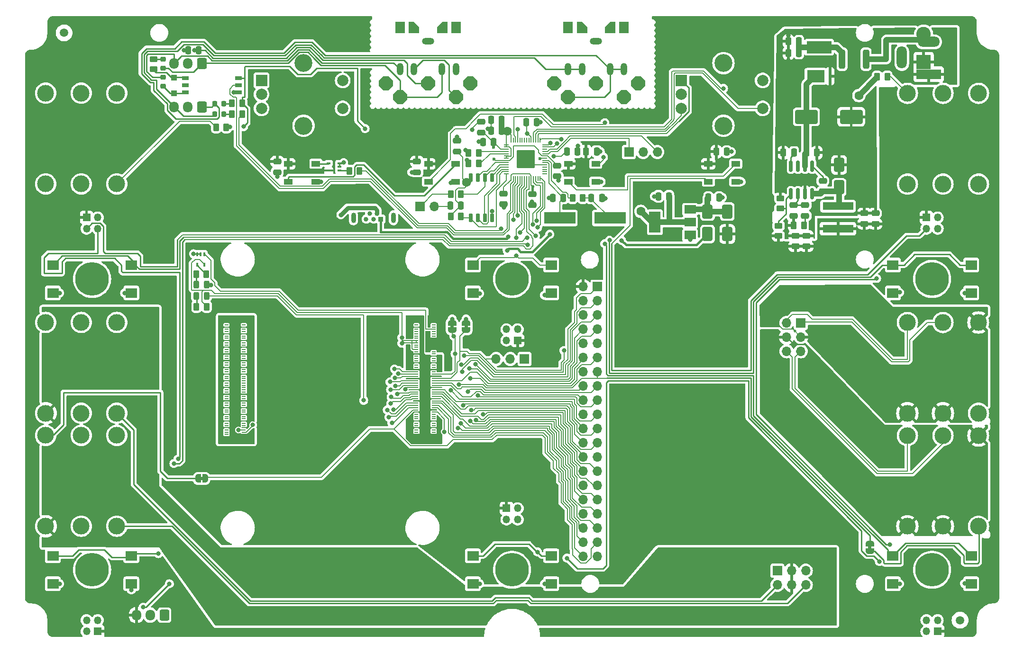
<source format=gbr>
%TF.GenerationSoftware,KiCad,Pcbnew,7.0.8-7.0.8~ubuntu23.04.1*%
%TF.CreationDate,2023-10-20T09:08:35+00:00*%
%TF.ProjectId,pedalboard-hw,70656461-6c62-46f6-9172-642d68772e6b,3.0.1*%
%TF.SameCoordinates,Original*%
%TF.FileFunction,Copper,L1,Top*%
%TF.FilePolarity,Positive*%
%FSLAX46Y46*%
G04 Gerber Fmt 4.6, Leading zero omitted, Abs format (unit mm)*
G04 Created by KiCad (PCBNEW 7.0.8-7.0.8~ubuntu23.04.1) date 2023-10-20 09:08:35*
%MOMM*%
%LPD*%
G01*
G04 APERTURE LIST*
G04 Aperture macros list*
%AMRoundRect*
0 Rectangle with rounded corners*
0 $1 Rounding radius*
0 $2 $3 $4 $5 $6 $7 $8 $9 X,Y pos of 4 corners*
0 Add a 4 corners polygon primitive as box body*
4,1,4,$2,$3,$4,$5,$6,$7,$8,$9,$2,$3,0*
0 Add four circle primitives for the rounded corners*
1,1,$1+$1,$2,$3*
1,1,$1+$1,$4,$5*
1,1,$1+$1,$6,$7*
1,1,$1+$1,$8,$9*
0 Add four rect primitives between the rounded corners*
20,1,$1+$1,$2,$3,$4,$5,0*
20,1,$1+$1,$4,$5,$6,$7,0*
20,1,$1+$1,$6,$7,$8,$9,0*
20,1,$1+$1,$8,$9,$2,$3,0*%
%AMOutline5P*
0 Free polygon, 5 corners , with rotation*
0 The origin of the aperture is its center*
0 number of corners: always 5*
0 $1 to $10 corner X, Y*
0 $11 Rotation angle, in degrees counterclockwise*
0 create outline with 5 corners*
4,1,5,$1,$2,$3,$4,$5,$6,$7,$8,$9,$10,$1,$2,$11*%
%AMOutline6P*
0 Free polygon, 6 corners , with rotation*
0 The origin of the aperture is its center*
0 number of corners: always 6*
0 $1 to $12 corner X, Y*
0 $13 Rotation angle, in degrees counterclockwise*
0 create outline with 6 corners*
4,1,6,$1,$2,$3,$4,$5,$6,$7,$8,$9,$10,$11,$12,$1,$2,$13*%
%AMOutline7P*
0 Free polygon, 7 corners , with rotation*
0 The origin of the aperture is its center*
0 number of corners: always 7*
0 $1 to $14 corner X, Y*
0 $15 Rotation angle, in degrees counterclockwise*
0 create outline with 7 corners*
4,1,7,$1,$2,$3,$4,$5,$6,$7,$8,$9,$10,$11,$12,$13,$14,$1,$2,$15*%
%AMOutline8P*
0 Free polygon, 8 corners , with rotation*
0 The origin of the aperture is its center*
0 number of corners: always 8*
0 $1 to $16 corner X, Y*
0 $17 Rotation angle, in degrees counterclockwise*
0 create outline with 8 corners*
4,1,8,$1,$2,$3,$4,$5,$6,$7,$8,$9,$10,$11,$12,$13,$14,$15,$16,$1,$2,$17*%
%AMFreePoly0*
4,1,19,0.500000,-0.750000,0.000000,-0.750000,0.000000,-0.744911,-0.071157,-0.744911,-0.207708,-0.704816,-0.327430,-0.627875,-0.420627,-0.520320,-0.479746,-0.390866,-0.500000,-0.250000,-0.500000,0.250000,-0.479746,0.390866,-0.420627,0.520320,-0.327430,0.627875,-0.207708,0.704816,-0.071157,0.744911,0.000000,0.744911,0.000000,0.750000,0.500000,0.750000,0.500000,-0.750000,0.500000,-0.750000,
$1*%
%AMFreePoly1*
4,1,19,0.000000,0.744911,0.071157,0.744911,0.207708,0.704816,0.327430,0.627875,0.420627,0.520320,0.479746,0.390866,0.500000,0.250000,0.500000,-0.250000,0.479746,-0.390866,0.420627,-0.520320,0.327430,-0.627875,0.207708,-0.704816,0.071157,-0.744911,0.000000,-0.744911,0.000000,-0.750000,-0.500000,-0.750000,-0.500000,0.750000,0.000000,0.750000,0.000000,0.744911,0.000000,0.744911,
$1*%
G04 Aperture macros list end*
%TA.AperFunction,SMDPad,CuDef*%
%ADD10RoundRect,0.250000X-0.250000X-0.475000X0.250000X-0.475000X0.250000X0.475000X-0.250000X0.475000X0*%
%TD*%
%TA.AperFunction,SMDPad,CuDef*%
%ADD11C,1.500000*%
%TD*%
%TA.AperFunction,SMDPad,CuDef*%
%ADD12RoundRect,0.250000X-0.262500X-0.450000X0.262500X-0.450000X0.262500X0.450000X-0.262500X0.450000X0*%
%TD*%
%TA.AperFunction,ComponentPad*%
%ADD13O,1.200000X2.200000*%
%TD*%
%TA.AperFunction,ComponentPad*%
%ADD14O,2.200000X1.200000*%
%TD*%
%TA.AperFunction,SMDPad,CuDef*%
%ADD15RoundRect,0.250000X0.475000X-0.250000X0.475000X0.250000X-0.475000X0.250000X-0.475000X-0.250000X0*%
%TD*%
%TA.AperFunction,SMDPad,CuDef*%
%ADD16RoundRect,0.250000X0.262500X0.450000X-0.262500X0.450000X-0.262500X-0.450000X0.262500X-0.450000X0*%
%TD*%
%TA.AperFunction,SMDPad,CuDef*%
%ADD17RoundRect,0.250000X-0.650000X1.000000X-0.650000X-1.000000X0.650000X-1.000000X0.650000X1.000000X0*%
%TD*%
%TA.AperFunction,ComponentPad*%
%ADD18C,3.000000*%
%TD*%
%TA.AperFunction,SMDPad,CuDef*%
%ADD19RoundRect,0.150000X-0.150000X0.825000X-0.150000X-0.825000X0.150000X-0.825000X0.150000X0.825000X0*%
%TD*%
%TA.AperFunction,ComponentPad*%
%ADD20R,4.400000X1.800000*%
%TD*%
%TA.AperFunction,ComponentPad*%
%ADD21O,4.000000X1.800000*%
%TD*%
%TA.AperFunction,ComponentPad*%
%ADD22O,1.800000X4.000000*%
%TD*%
%TA.AperFunction,SMDPad,CuDef*%
%ADD23RoundRect,0.250000X-0.475000X0.250000X-0.475000X-0.250000X0.475000X-0.250000X0.475000X0.250000X0*%
%TD*%
%TA.AperFunction,SMDPad,CuDef*%
%ADD24R,2.000000X1.500000*%
%TD*%
%TA.AperFunction,SMDPad,CuDef*%
%ADD25R,2.000000X3.800000*%
%TD*%
%TA.AperFunction,ComponentPad*%
%ADD26R,2.600000X2.600000*%
%TD*%
%TA.AperFunction,ComponentPad*%
%ADD27C,2.600000*%
%TD*%
%TA.AperFunction,WasherPad*%
%ADD28C,6.000000*%
%TD*%
%TA.AperFunction,SMDPad,CuDef*%
%ADD29RoundRect,0.250000X0.250000X0.475000X-0.250000X0.475000X-0.250000X-0.475000X0.250000X-0.475000X0*%
%TD*%
%TA.AperFunction,ComponentPad*%
%ADD30R,1.350000X1.350000*%
%TD*%
%TA.AperFunction,ComponentPad*%
%ADD31O,1.350000X1.350000*%
%TD*%
%TA.AperFunction,SMDPad,CuDef*%
%ADD32FreePoly0,0.000000*%
%TD*%
%TA.AperFunction,SMDPad,CuDef*%
%ADD33FreePoly1,0.000000*%
%TD*%
%TA.AperFunction,SMDPad,CuDef*%
%ADD34R,1.500000X1.000000*%
%TD*%
%TA.AperFunction,SMDPad,CuDef*%
%ADD35RoundRect,0.250000X0.450000X-0.262500X0.450000X0.262500X-0.450000X0.262500X-0.450000X-0.262500X0*%
%TD*%
%TA.AperFunction,ComponentPad*%
%ADD36R,1.700000X1.700000*%
%TD*%
%TA.AperFunction,ComponentPad*%
%ADD37O,1.700000X1.700000*%
%TD*%
%TA.AperFunction,SMDPad,CuDef*%
%ADD38R,2.000000X1.800000*%
%TD*%
%TA.AperFunction,ComponentPad*%
%ADD39R,0.840000X0.840000*%
%TD*%
%TA.AperFunction,ComponentPad*%
%ADD40C,0.840000*%
%TD*%
%TA.AperFunction,ComponentPad*%
%ADD41O,0.850000X1.850000*%
%TD*%
%TA.AperFunction,ComponentPad*%
%ADD42Outline8P,-1.250000X0.517767X-0.517767X1.250000X0.517767X1.250000X1.250000X0.517767X1.250000X-0.517767X0.517767X-1.250000X-0.517767X-1.250000X-1.250000X-0.517767X180.000000*%
%TD*%
%TA.AperFunction,ComponentPad*%
%ADD43Outline8P,-1.250000X0.517767X-0.517767X1.250000X0.517767X1.250000X1.250000X0.517767X1.250000X-0.517767X0.517767X-1.250000X-0.517767X-1.250000X-1.250000X-0.517767X270.000000*%
%TD*%
%TA.AperFunction,ComponentPad*%
%ADD44Outline5P,-0.900000X1.000000X0.900000X1.000000X0.900000X-0.100000X0.000000X-1.000000X-0.900000X-1.000000X180.000000*%
%TD*%
%TA.AperFunction,ComponentPad*%
%ADD45R,1.800000X2.000000*%
%TD*%
%TA.AperFunction,ComponentPad*%
%ADD46Outline5P,-0.900000X1.000000X0.900000X1.000000X0.900000X-1.000000X0.000000X-1.000000X-0.900000X-0.100000X180.000000*%
%TD*%
%TA.AperFunction,ComponentPad*%
%ADD47R,2.000000X2.000000*%
%TD*%
%TA.AperFunction,ComponentPad*%
%ADD48C,2.000000*%
%TD*%
%TA.AperFunction,ComponentPad*%
%ADD49C,3.200000*%
%TD*%
%TA.AperFunction,SMDPad,CuDef*%
%ADD50R,5.500000X1.430000*%
%TD*%
%TA.AperFunction,SMDPad,CuDef*%
%ADD51RoundRect,0.250000X-0.450000X0.262500X-0.450000X-0.262500X0.450000X-0.262500X0.450000X0.262500X0*%
%TD*%
%TA.AperFunction,SMDPad,CuDef*%
%ADD52R,3.150000X2.200000*%
%TD*%
%TA.AperFunction,SMDPad,CuDef*%
%ADD53R,0.600000X2.200000*%
%TD*%
%TA.AperFunction,SMDPad,CuDef*%
%ADD54R,4.400000X2.200000*%
%TD*%
%TA.AperFunction,SMDPad,CuDef*%
%ADD55FreePoly0,90.000000*%
%TD*%
%TA.AperFunction,SMDPad,CuDef*%
%ADD56FreePoly1,90.000000*%
%TD*%
%TA.AperFunction,SMDPad,CuDef*%
%ADD57R,1.300000X0.800000*%
%TD*%
%TA.AperFunction,SMDPad,CuDef*%
%ADD58RoundRect,0.250000X-1.750000X-1.000000X1.750000X-1.000000X1.750000X1.000000X-1.750000X1.000000X0*%
%TD*%
%TA.AperFunction,SMDPad,CuDef*%
%ADD59RoundRect,0.050000X0.050000X-0.387500X0.050000X0.387500X-0.050000X0.387500X-0.050000X-0.387500X0*%
%TD*%
%TA.AperFunction,SMDPad,CuDef*%
%ADD60RoundRect,0.050000X0.387500X-0.050000X0.387500X0.050000X-0.387500X0.050000X-0.387500X-0.050000X0*%
%TD*%
%TA.AperFunction,ComponentPad*%
%ADD61C,0.600000*%
%TD*%
%TA.AperFunction,SMDPad,CuDef*%
%ADD62RoundRect,0.144000X1.456000X-1.456000X1.456000X1.456000X-1.456000X1.456000X-1.456000X-1.456000X0*%
%TD*%
%TA.AperFunction,SMDPad,CuDef*%
%ADD63RoundRect,0.243750X0.243750X0.456250X-0.243750X0.456250X-0.243750X-0.456250X0.243750X-0.456250X0*%
%TD*%
%TA.AperFunction,SMDPad,CuDef*%
%ADD64RoundRect,0.218750X0.256250X-0.218750X0.256250X0.218750X-0.256250X0.218750X-0.256250X-0.218750X0*%
%TD*%
%TA.AperFunction,SMDPad,CuDef*%
%ADD65RoundRect,0.250000X-0.300000X0.300000X-0.300000X-0.300000X0.300000X-0.300000X0.300000X0.300000X0*%
%TD*%
%TA.AperFunction,SMDPad,CuDef*%
%ADD66RoundRect,0.250000X0.650000X-1.000000X0.650000X1.000000X-0.650000X1.000000X-0.650000X-1.000000X0*%
%TD*%
%TA.AperFunction,SMDPad,CuDef*%
%ADD67RoundRect,0.218750X-0.256250X0.218750X-0.256250X-0.218750X0.256250X-0.218750X0.256250X0.218750X0*%
%TD*%
%TA.AperFunction,SMDPad,CuDef*%
%ADD68RoundRect,0.250000X0.312500X1.450000X-0.312500X1.450000X-0.312500X-1.450000X0.312500X-1.450000X0*%
%TD*%
%TA.AperFunction,SMDPad,CuDef*%
%ADD69R,5.600000X2.100000*%
%TD*%
%TA.AperFunction,SMDPad,CuDef*%
%ADD70RoundRect,0.150000X0.150000X-0.650000X0.150000X0.650000X-0.150000X0.650000X-0.150000X-0.650000X0*%
%TD*%
%TA.AperFunction,SMDPad,CuDef*%
%ADD71R,0.700000X0.200000*%
%TD*%
%TA.AperFunction,SMDPad,CuDef*%
%ADD72RoundRect,0.218750X-0.218750X-0.256250X0.218750X-0.256250X0.218750X0.256250X-0.218750X0.256250X0*%
%TD*%
%TA.AperFunction,SMDPad,CuDef*%
%ADD73R,0.650000X0.400000*%
%TD*%
%TA.AperFunction,SMDPad,CuDef*%
%ADD74R,0.400000X0.650000*%
%TD*%
%TA.AperFunction,ComponentPad*%
%ADD75RoundRect,0.250000X0.600000X0.725000X-0.600000X0.725000X-0.600000X-0.725000X0.600000X-0.725000X0*%
%TD*%
%TA.AperFunction,ComponentPad*%
%ADD76O,1.700000X1.950000*%
%TD*%
%TA.AperFunction,ViaPad*%
%ADD77C,0.800000*%
%TD*%
%TA.AperFunction,ViaPad*%
%ADD78C,1.600000*%
%TD*%
%TA.AperFunction,ViaPad*%
%ADD79C,0.600000*%
%TD*%
%TA.AperFunction,Conductor*%
%ADD80C,0.250000*%
%TD*%
%TA.AperFunction,Conductor*%
%ADD81C,0.200000*%
%TD*%
%TA.AperFunction,Conductor*%
%ADD82C,1.000000*%
%TD*%
%TA.AperFunction,Conductor*%
%ADD83C,0.400000*%
%TD*%
%TA.AperFunction,Conductor*%
%ADD84C,0.770000*%
%TD*%
G04 APERTURE END LIST*
%TA.AperFunction,EtchedComponent*%
%TO.C,JP3*%
G36*
X49800000Y-102950000D02*
G01*
X49300000Y-102950000D01*
X49300000Y-102350000D01*
X49800000Y-102350000D01*
X49800000Y-102950000D01*
G37*
%TD.AperFunction*%
%TA.AperFunction,EtchedComponent*%
%TO.C,JP4*%
G36*
X169200000Y-115250000D02*
G01*
X168600000Y-115250000D01*
X168600000Y-114750000D01*
X169200000Y-114750000D01*
X169200000Y-115250000D01*
G37*
%TD.AperFunction*%
%TA.AperFunction,EtchedComponent*%
%TO.C,JP1*%
G36*
X97100000Y-75750000D02*
G01*
X96500000Y-75750000D01*
X96500000Y-75250000D01*
X97100000Y-75250000D01*
X97100000Y-75750000D01*
G37*
%TD.AperFunction*%
%TA.AperFunction,EtchedComponent*%
%TO.C,JP2*%
G36*
X94600000Y-75750000D02*
G01*
X94000000Y-75750000D01*
X94000000Y-75250000D01*
X94600000Y-75250000D01*
X94600000Y-75750000D01*
G37*
%TD.AperFunction*%
%TD*%
D10*
%TO.P,C22,1*%
%TO.N,+5VP*%
X141450000Y-44250000D03*
%TO.P,C22,2*%
%TO.N,GND*%
X143350000Y-44250000D03*
%TD*%
%TO.P,C20,1*%
%TO.N,+3V3*%
X114800000Y-44250000D03*
%TO.P,C20,2*%
%TO.N,GND*%
X116700000Y-44250000D03*
%TD*%
D11*
%TO.P,FID1,*%
%TO.N,*%
X25000000Y-23000000D03*
%TD*%
D12*
%TO.P,R7,1*%
%TO.N,/Connectivity/USB2_N*%
X97227500Y-44460000D03*
%TO.P,R7,2*%
%TO.N,Net-(U4-USB_DM)*%
X99052500Y-44460000D03*
%TD*%
D13*
%TO.P,J4,R*%
%TO.N,Net-(J24-Pin_1)*%
X125000000Y-29500000D03*
%TO.P,J4,RN*%
X122500000Y-29500000D03*
D14*
%TO.P,J4,S*%
%TO.N,GND*%
X120000000Y-24500000D03*
D13*
%TO.P,J4,T*%
%TO.N,Net-(J24-Pin_3)*%
X115000000Y-29500000D03*
%TO.P,J4,TN*%
X117500000Y-29500000D03*
%TD*%
D15*
%TO.P,C10,1*%
%TO.N,+1V1*%
X99440000Y-40800000D03*
%TO.P,C10,2*%
%TO.N,GND*%
X99440000Y-38900000D03*
%TD*%
D16*
%TO.P,R12,1*%
%TO.N,Net-(C24-Pad1)*%
X157112500Y-57400000D03*
%TO.P,R12,2*%
%TO.N,GND*%
X155287500Y-57400000D03*
%TD*%
D17*
%TO.P,D5,1,K*%
%TO.N,/Power Supply/ored*%
X139900000Y-54950000D03*
%TO.P,D5,2,A*%
%TO.N,VBUS*%
X139900000Y-58950000D03*
%TD*%
D12*
%TO.P,R10,1*%
%TO.N,+3V3*%
X94025000Y-55850000D03*
%TO.P,R10,2*%
%TO.N,/MIDI/QSPI_SS*%
X95850000Y-55850000D03*
%TD*%
D18*
%TO.P,J9,R*%
%TO.N,/MIDI/A_EXP2*%
X28050000Y-50000000D03*
%TO.P,J9,RN*%
%TO.N,GND*%
X28050000Y-33770000D03*
%TO.P,J9,S*%
X21700000Y-50000000D03*
%TO.P,J9,SN*%
%TO.N,unconnected-(J9-PadSN)*%
X21700000Y-33770000D03*
%TO.P,J9,T*%
%TO.N,Net-(J9-PadT)*%
X34400000Y-50000000D03*
%TO.P,J9,TN*%
%TO.N,unconnected-(J9-PadTN)*%
X34400000Y-33770000D03*
%TD*%
%TO.P,J18,R*%
%TO.N,unconnected-(J18-PadR)*%
X28050000Y-111200000D03*
%TO.P,J18,RN*%
%TO.N,unconnected-(J18-PadRN)*%
X28050000Y-94970000D03*
%TO.P,J18,S*%
%TO.N,/Audio/GND_out*%
X21700000Y-111200000D03*
%TO.P,J18,SN*%
%TO.N,Net-(JP3-A)*%
X21700000Y-94970000D03*
%TO.P,J18,T*%
%TO.N,Net-(J25-out_L)*%
X34400000Y-111200000D03*
%TO.P,J18,TN*%
%TO.N,unconnected-(J18-PadTN)*%
X34400000Y-94970000D03*
%TD*%
D19*
%TO.P,U6,1,BOOT*%
%TO.N,Net-(U6-BOOT)*%
X158605000Y-46825000D03*
%TO.P,U6,2,VIN*%
%TO.N,/Power Supply/polarity_checked*%
X157335000Y-46825000D03*
%TO.P,U6,3,EN*%
%TO.N,unconnected-(U6-EN-Pad3)*%
X156065000Y-46825000D03*
%TO.P,U6,4,SS*%
%TO.N,Net-(U6-SS)*%
X154795000Y-46825000D03*
%TO.P,U6,5,VSENSE*%
%TO.N,Net-(U6-VSENSE)*%
X154795000Y-51775000D03*
%TO.P,U6,6,COMP*%
%TO.N,Net-(U6-COMP)*%
X156065000Y-51775000D03*
%TO.P,U6,7,GND*%
%TO.N,GND*%
X157335000Y-51775000D03*
%TO.P,U6,8,PH*%
%TO.N,/Power Supply/ph*%
X158605000Y-51775000D03*
%TD*%
D20*
%TO.P,J6,1*%
%TO.N,GND*%
X179400000Y-30400000D03*
D21*
%TO.P,J6,2*%
%TO.N,/Power Supply/unfused*%
X179400000Y-24600000D03*
D22*
%TO.P,J6,3*%
%TO.N,unconnected-(J6-Pad3)*%
X174600000Y-27400000D03*
%TD*%
D23*
%TO.P,C25,1*%
%TO.N,Net-(U6-BOOT)*%
X160500000Y-49450000D03*
%TO.P,C25,2*%
%TO.N,/Power Supply/ph*%
X160500000Y-51350000D03*
%TD*%
D24*
%TO.P,U5,1,GND*%
%TO.N,GND*%
X136800000Y-59150000D03*
%TO.P,U5,2,VO*%
%TO.N,+3V3*%
X136800000Y-56850000D03*
D25*
X130500000Y-56850000D03*
D24*
%TO.P,U5,3,VI*%
%TO.N,/Power Supply/ored*%
X136800000Y-54550000D03*
%TD*%
D26*
%TO.P,J5,1,Pin_1*%
%TO.N,GND*%
X178500000Y-28210000D03*
D27*
%TO.P,J5,2,Pin_2*%
%TO.N,/Power Supply/unfused*%
X178500000Y-23210000D03*
%TD*%
D28*
%TO.P,H9,*%
%TO.N,*%
X30000000Y-119000000D03*
%TD*%
D29*
%TO.P,C19,1*%
%TO.N,+3V3*%
X133040000Y-52220000D03*
%TO.P,C19,2*%
%TO.N,GND*%
X131140000Y-52220000D03*
%TD*%
D30*
%TO.P,J8,1,Pin_1*%
%TO.N,+5VP*%
X29000000Y-56000000D03*
D31*
%TO.P,J8,2,Pin_2*%
%TO.N,GND*%
X31000000Y-56000000D03*
%TO.P,J8,3,Pin_3*%
%TO.N,Net-(J14-Pin_4)*%
X29000000Y-58000000D03*
%TO.P,J8,4,Pin_4*%
%TO.N,Net-(J21-Pin_3)*%
X31000000Y-58000000D03*
%TD*%
D12*
%TO.P,R9,1*%
%TO.N,/Connectivity/USB2_P*%
X97227500Y-46360000D03*
%TO.P,R9,2*%
%TO.N,Net-(U4-USB_DP)*%
X99052500Y-46360000D03*
%TD*%
D29*
%TO.P,C14,1*%
%TO.N,+3V3*%
X95837500Y-53850000D03*
%TO.P,C14,2*%
%TO.N,GND*%
X93937500Y-53850000D03*
%TD*%
D32*
%TO.P,JP3,1,A*%
%TO.N,Net-(JP3-A)*%
X48900000Y-102650000D03*
D33*
%TO.P,JP3,2,B*%
%TO.N,/Audio/audio_out_stereo*%
X50200000Y-102650000D03*
%TD*%
D29*
%TO.P,C4,1*%
%TO.N,/Power Supply/fused*%
X156237500Y-24500000D03*
%TO.P,C4,2*%
%TO.N,GND*%
X154337500Y-24500000D03*
%TD*%
D34*
%TO.P,D4,1,VSS*%
%TO.N,GND*%
X119950000Y-49600000D03*
%TO.P,D4,2,DIN*%
%TO.N,Net-(D3-DOUT)*%
X119950000Y-46400000D03*
%TO.P,D4,3,VDD*%
%TO.N,+5VP*%
X115050000Y-46400000D03*
%TO.P,D4,4,DOUT*%
%TO.N,Net-(D4-DOUT)*%
X115050000Y-49600000D03*
%TD*%
D23*
%TO.P,C26,1*%
%TO.N,GND*%
X157600000Y-59250000D03*
%TO.P,C26,2*%
%TO.N,+5VP*%
X157600000Y-61150000D03*
%TD*%
D28*
%TO.P,H6,*%
%TO.N,*%
X105000000Y-67000000D03*
%TD*%
D35*
%TO.P,R13,1*%
%TO.N,+5VP*%
X152600000Y-59312500D03*
%TO.P,R13,2*%
%TO.N,Net-(U6-VSENSE)*%
X152600000Y-57487500D03*
%TD*%
D28*
%TO.P,H5,*%
%TO.N,*%
X30000000Y-67000000D03*
%TD*%
D12*
%TO.P,R8,1*%
%TO.N,/MIDI/~{USB_BOOT}*%
X94025000Y-51850000D03*
%TO.P,R8,2*%
%TO.N,/MIDI/QSPI_SCLK*%
X95850000Y-51850000D03*
%TD*%
D18*
%TO.P,J17,R*%
%TO.N,unconnected-(J17-PadR)*%
X28050000Y-91000000D03*
%TO.P,J17,RN*%
%TO.N,unconnected-(J17-PadRN)*%
X28050000Y-74770000D03*
%TO.P,J17,S*%
%TO.N,/Audio/GND_out*%
X21700000Y-91000000D03*
%TO.P,J17,SN*%
%TO.N,unconnected-(J17-PadSN)*%
X21700000Y-74770000D03*
%TO.P,J17,T*%
%TO.N,Net-(J25-out_R)*%
X34400000Y-91000000D03*
%TO.P,J17,TN*%
%TO.N,unconnected-(J17-PadTN)*%
X34400000Y-74770000D03*
%TD*%
%TO.P,J20,R*%
%TO.N,/Audio/in_L-*%
X181950000Y-94995000D03*
%TO.P,J20,RN*%
%TO.N,/Audio/GND_in_L*%
X181950000Y-111225000D03*
%TO.P,J20,S*%
X188300000Y-94995000D03*
%TO.P,J20,SN*%
%TO.N,Net-(JP4-A)*%
X188300000Y-111225000D03*
%TO.P,J20,T*%
%TO.N,/Audio/in_L+*%
X175600000Y-94995000D03*
%TO.P,J20,TN*%
%TO.N,/Audio/GND_in_L*%
X175600000Y-111225000D03*
%TD*%
D36*
%TO.P,J12,1,Pin_1*%
%TO.N,/MIDI/SWCLK*%
X125860000Y-44300000D03*
D37*
%TO.P,J12,2,Pin_2*%
%TO.N,GND*%
X128400000Y-44300000D03*
%TO.P,J12,3,Pin_3*%
%TO.N,/MIDI/SWD*%
X130940000Y-44300000D03*
%TD*%
D34*
%TO.P,D7,1,VSS*%
%TO.N,GND*%
X144950000Y-49600000D03*
%TO.P,D7,2,DIN*%
%TO.N,Net-(D4-DOUT)*%
X144950000Y-46400000D03*
%TO.P,D7,3,VDD*%
%TO.N,+5VP*%
X140050000Y-46400000D03*
%TO.P,D7,4,DOUT*%
%TO.N,Net-(D7-DOUT)*%
X140050000Y-49600000D03*
%TD*%
D10*
%TO.P,C30,1*%
%TO.N,GND*%
X153450000Y-44400000D03*
%TO.P,C30,2*%
%TO.N,Net-(U6-SS)*%
X155350000Y-44400000D03*
%TD*%
D30*
%TO.P,J22,1,Pin_1*%
%TO.N,+5VP*%
X181000000Y-130000000D03*
D31*
%TO.P,J22,2,Pin_2*%
%TO.N,GND*%
X179000000Y-130000000D03*
%TO.P,J22,3,Pin_3*%
%TO.N,Net-(J13-Pin_4)*%
X181000000Y-128000000D03*
%TO.P,J22,4,Pin_4*%
%TO.N,Net-(J19-Pin_3)*%
X179000000Y-128000000D03*
%TD*%
D23*
%TO.P,C31,1*%
%TO.N,GND*%
X167900000Y-55250000D03*
%TO.P,C31,2*%
%TO.N,+5VP*%
X167900000Y-57150000D03*
%TD*%
D30*
%TO.P,J21,1,Pin_1*%
%TO.N,+5VP*%
X31000000Y-130000000D03*
D31*
%TO.P,J21,2,Pin_2*%
%TO.N,GND*%
X29000000Y-130000000D03*
%TO.P,J21,3,Pin_3*%
%TO.N,Net-(J21-Pin_3)*%
X31000000Y-128000000D03*
%TO.P,J21,4,Pin_4*%
%TO.N,Net-(J21-Pin_4)*%
X29000000Y-128000000D03*
%TD*%
D38*
%TO.P,SW4,1,1*%
%TO.N,/MIDI/SW_E*%
X98000000Y-64500000D03*
X112000000Y-64500000D03*
%TO.P,SW4,2,2*%
%TO.N,GND*%
X98000000Y-69500000D03*
X112000000Y-69500000D03*
%TD*%
D11*
%TO.P,FID2,*%
%TO.N,*%
X185000000Y-128000000D03*
%TD*%
D30*
%TO.P,J14,1,Pin_1*%
%TO.N,+5VP*%
X106000000Y-78000000D03*
D31*
%TO.P,J14,2,Pin_2*%
%TO.N,GND*%
X104000000Y-78000000D03*
%TO.P,J14,3,Pin_3*%
%TO.N,Net-(J14-Pin_3)*%
X106000000Y-76000000D03*
%TO.P,J14,4,Pin_4*%
%TO.N,Net-(J14-Pin_4)*%
X104000000Y-76000000D03*
%TD*%
D16*
%TO.P,R6,1*%
%TO.N,/LEDs/RGB_DATA*%
X77737500Y-47650000D03*
%TO.P,R6,2*%
%TO.N,Net-(U2-A)*%
X75912500Y-47650000D03*
%TD*%
D39*
%TO.P,J10,1,VBUS*%
%TO.N,VBUS*%
X81540000Y-56290000D03*
D40*
%TO.P,J10,2,D-*%
%TO.N,/Connectivity/USB2_N*%
X80890000Y-55290000D03*
%TO.P,J10,3,D+*%
%TO.N,/Connectivity/USB2_P*%
X80240000Y-56290000D03*
%TO.P,J10,4,ID*%
%TO.N,unconnected-(J10-ID-Pad4)*%
X79590000Y-55290000D03*
%TO.P,J10,5,GND*%
%TO.N,GND*%
X78940000Y-56290000D03*
D41*
%TO.P,J10,6,Shield*%
X83815000Y-56070000D03*
X76665000Y-56070000D03*
%TD*%
D18*
%TO.P,J7,R*%
%TO.N,/MIDI/A_EXP1*%
X181965000Y-33800000D03*
%TO.P,J7,RN*%
%TO.N,GND*%
X181965000Y-50030000D03*
%TO.P,J7,S*%
X188315000Y-33800000D03*
%TO.P,J7,SN*%
%TO.N,unconnected-(J7-PadSN)*%
X188315000Y-50030000D03*
%TO.P,J7,T*%
%TO.N,Net-(J7-PadT)*%
X175615000Y-33800000D03*
%TO.P,J7,TN*%
%TO.N,unconnected-(J7-PadTN)*%
X175615000Y-50030000D03*
%TD*%
D29*
%TO.P,C1,1*%
%TO.N,Net-(J23-Pin_2)*%
X49050000Y-26100000D03*
%TO.P,C1,2*%
%TO.N,GND*%
X47150000Y-26100000D03*
%TD*%
D42*
%TO.P,J3,1*%
%TO.N,unconnected-(J3-Pad1)*%
X112500000Y-32000000D03*
D43*
%TO.P,J3,2*%
%TO.N,GND*%
X120000000Y-32000000D03*
D42*
%TO.P,J3,3*%
%TO.N,unconnected-(J3-Pad3)*%
X127500000Y-32000000D03*
%TO.P,J3,4*%
%TO.N,Net-(J24-Pin_1)*%
X115000000Y-34500000D03*
%TO.P,J3,5*%
%TO.N,Net-(J24-Pin_3)*%
X125000000Y-34500000D03*
D44*
%TO.P,J3,PE*%
%TO.N,N/C*%
X122500000Y-22000000D03*
D45*
%TO.P,J3,PE1*%
X125000000Y-22000000D03*
%TO.P,J3,PE2*%
X115000000Y-22000000D03*
D46*
%TO.P,J3,PE@*%
X117500000Y-22000000D03*
%TD*%
D47*
%TO.P,SW1,A,A*%
%TO.N,/MIDI/ROT_VOL_A*%
X60250000Y-31500000D03*
D48*
%TO.P,SW1,B,B*%
%TO.N,/MIDI/ROT_VOL_B*%
X60250000Y-36500000D03*
%TO.P,SW1,C,C*%
%TO.N,GND*%
X60250000Y-34000000D03*
D49*
%TO.P,SW1,MP*%
%TO.N,N/C*%
X67750000Y-28400000D03*
X67750000Y-39600000D03*
D48*
%TO.P,SW1,S1,S1*%
%TO.N,/MIDI/SW_VOL*%
X74750000Y-36500000D03*
%TO.P,SW1,S2,S2*%
%TO.N,GND*%
X74750000Y-31500000D03*
%TD*%
D23*
%TO.P,C5,1*%
%TO.N,+5VP*%
X63050000Y-46000000D03*
%TO.P,C5,2*%
%TO.N,GND*%
X63050000Y-47900000D03*
%TD*%
D29*
%TO.P,C29,1*%
%TO.N,GND*%
X159450000Y-44400000D03*
%TO.P,C29,2*%
%TO.N,/Power Supply/polarity_checked*%
X157550000Y-44400000D03*
%TD*%
D50*
%TO.P,L5,1,1*%
%TO.N,/Power Supply/ph*%
X163200000Y-53980000D03*
%TO.P,L5,2,2*%
%TO.N,+5VP*%
X163200000Y-58020000D03*
%TD*%
D34*
%TO.P,D3,1,VSS*%
%TO.N,GND*%
X94950000Y-49600000D03*
%TO.P,D3,2,DIN*%
%TO.N,Net-(D2-DOUT)*%
X94950000Y-46400000D03*
%TO.P,D3,3,VDD*%
%TO.N,+5VP*%
X90050000Y-46400000D03*
%TO.P,D3,4,DOUT*%
%TO.N,Net-(D3-DOUT)*%
X90050000Y-49600000D03*
%TD*%
D30*
%TO.P,J13,1,Pin_1*%
%TO.N,+5VP*%
X179000000Y-56000000D03*
D31*
%TO.P,J13,2,Pin_2*%
%TO.N,GND*%
X181000000Y-56000000D03*
%TO.P,J13,3,Pin_3*%
%TO.N,Net-(D7-DOUT)*%
X179000000Y-58000000D03*
%TO.P,J13,4,Pin_4*%
%TO.N,Net-(J13-Pin_4)*%
X181000000Y-58000000D03*
%TD*%
D28*
%TO.P,H8,*%
%TO.N,*%
X180000000Y-67000000D03*
%TD*%
D15*
%TO.P,C17,1*%
%TO.N,+3V3*%
X95140000Y-44200000D03*
%TO.P,C17,2*%
%TO.N,GND*%
X95140000Y-42300000D03*
%TD*%
D51*
%TO.P,R3,1*%
%TO.N,Net-(L4-Pad2)*%
X41000000Y-27687500D03*
%TO.P,R3,2*%
%TO.N,Net-(D1-K)*%
X41000000Y-29512500D03*
%TD*%
D34*
%TO.P,D2,1,VSS*%
%TO.N,GND*%
X69950000Y-49600000D03*
%TO.P,D2,2,DIN*%
%TO.N,Net-(D2-DIN)*%
X69950000Y-46400000D03*
%TO.P,D2,3,VDD*%
%TO.N,+5VP*%
X65050000Y-46400000D03*
%TO.P,D2,4,DOUT*%
%TO.N,Net-(D2-DOUT)*%
X65050000Y-49600000D03*
%TD*%
D23*
%TO.P,C6,1*%
%TO.N,+5VP*%
X88000000Y-46000000D03*
%TO.P,C6,2*%
%TO.N,GND*%
X88000000Y-47900000D03*
%TD*%
%TO.P,C9,1*%
%TO.N,+3V3*%
X103450000Y-51750000D03*
%TO.P,C9,2*%
%TO.N,GND*%
X103450000Y-53650000D03*
%TD*%
D52*
%TO.P,Q1,1-3*%
%TO.N,/Power Supply/polarity_checked*%
X159225000Y-30760000D03*
D53*
%TO.P,Q1,4*%
%TO.N,GND*%
X161765000Y-30760000D03*
D54*
%TO.P,Q1,5-8*%
%TO.N,/Power Supply/fused*%
X159860000Y-25560000D03*
%TD*%
D12*
%TO.P,R11,1*%
%TO.N,/MIDI/XOUT*%
X115787500Y-52500000D03*
%TO.P,R11,2*%
%TO.N,Net-(C18-Pad1)*%
X117612500Y-52500000D03*
%TD*%
D36*
%TO.P,J15,1,Pin_1*%
%TO.N,GND*%
X107225000Y-81300000D03*
D37*
%TO.P,J15,2,Pin_2*%
%TO.N,/Audio/CM4_GPIO14*%
X104685000Y-81300000D03*
%TO.P,J15,3,Pin_3*%
%TO.N,/Audio/CM4_GPIO15*%
X102145000Y-81300000D03*
%TD*%
D18*
%TO.P,J16,R*%
%TO.N,/Audio/in_R-*%
X181950000Y-74780000D03*
%TO.P,J16,RN*%
%TO.N,/Audio/GND_in_R*%
X181950000Y-91010000D03*
%TO.P,J16,S*%
X188300000Y-74780000D03*
%TO.P,J16,SN*%
%TO.N,unconnected-(J16-PadSN)*%
X188300000Y-91010000D03*
%TO.P,J16,T*%
%TO.N,/Audio/in_R+*%
X175600000Y-74780000D03*
%TO.P,J16,TN*%
%TO.N,/Audio/GND_in_R*%
X175600000Y-91010000D03*
%TD*%
D28*
%TO.P,H10,*%
%TO.N,*%
X105000000Y-119000000D03*
%TD*%
D55*
%TO.P,JP4,1,A*%
%TO.N,Net-(JP4-A)*%
X168900000Y-115650000D03*
D56*
%TO.P,JP4,2,B*%
%TO.N,/Audio/audio_in_stereo*%
X168900000Y-114350000D03*
%TD*%
D38*
%TO.P,SW3,1,1*%
%TO.N,/MIDI/SW_D*%
X23000000Y-64500000D03*
X37000000Y-64500000D03*
%TO.P,SW3,2,2*%
%TO.N,GND*%
X23000000Y-69500000D03*
X37000000Y-69500000D03*
%TD*%
D29*
%TO.P,C2,1*%
%TO.N,/Power Supply/fused*%
X156237500Y-26600000D03*
%TO.P,C2,2*%
%TO.N,GND*%
X154337500Y-26600000D03*
%TD*%
D36*
%TO.P,J11,1,Pin_1*%
%TO.N,/MIDI/~{USB_BOOT}*%
X88600000Y-54000000D03*
D37*
%TO.P,J11,2,Pin_2*%
%TO.N,GND*%
X91140000Y-54000000D03*
%TD*%
D57*
%TO.P,U1,1,A*%
%TO.N,Net-(D1-K)*%
X46650000Y-31130000D03*
%TO.P,U1,2,NC*%
%TO.N,unconnected-(U1-NC-Pad2)*%
X46650000Y-32400000D03*
%TO.P,U1,3,K*%
%TO.N,Net-(D1-A)*%
X46650000Y-33670000D03*
%TO.P,U1,4,GND*%
%TO.N,GND*%
X56150000Y-33670000D03*
%TO.P,U1,5,VO*%
%TO.N,/MIDI/EXT_MIDI_RX*%
X56150000Y-32400000D03*
%TO.P,U1,6,VDD*%
%TO.N,+3V3*%
X56150000Y-31130000D03*
%TD*%
D16*
%TO.P,R1,1*%
%TO.N,+3V3*%
X56812500Y-35612500D03*
%TO.P,R1,2*%
%TO.N,Net-(L2-Pad2)*%
X54987500Y-35612500D03*
%TD*%
D12*
%TO.P,R16,1*%
%TO.N,Net-(D9-A)*%
X48637500Y-71950000D03*
%TO.P,R16,2*%
%TO.N,/Audio/CM4_3V3*%
X50462500Y-71950000D03*
%TD*%
D58*
%TO.P,C3,1*%
%TO.N,/Power Supply/polarity_checked*%
X157567500Y-38000000D03*
%TO.P,C3,2*%
%TO.N,GND*%
X165567500Y-38000000D03*
%TD*%
D55*
%TO.P,JP1,1,A*%
%TO.N,/Audio/CM4_GPIO15*%
X96800000Y-76150000D03*
D56*
%TO.P,JP1,2,B*%
%TO.N,Net-(JP1-B)*%
X96800000Y-74850000D03*
%TD*%
D55*
%TO.P,JP2,1,A*%
%TO.N,/Audio/CM4_GPIO14*%
X94300000Y-76150000D03*
D56*
%TO.P,JP2,2,B*%
%TO.N,Net-(JP2-B)*%
X94300000Y-74850000D03*
%TD*%
D59*
%TO.P,U4,1,IOVDD*%
%TO.N,+3V3*%
X104800000Y-49037500D03*
%TO.P,U4,2,GPIO0*%
%TO.N,/MIDI/EXT_MIDI_TX*%
X105200000Y-49037500D03*
%TO.P,U4,3,GPIO1*%
%TO.N,/MIDI/EXT_MIDI_RX*%
X105600000Y-49037500D03*
%TO.P,U4,4,GPIO2*%
%TO.N,/MIDI/SW_C*%
X106000000Y-49037500D03*
%TO.P,U4,5,GPIO3*%
%TO.N,/MIDI/SW_F*%
X106400000Y-49037500D03*
%TO.P,U4,6,GPIO4*%
%TO.N,/MIDI/SW_E*%
X106800000Y-49037500D03*
%TO.P,U4,7,GPIO5*%
%TO.N,/MIDI/SW_B*%
X107200000Y-49037500D03*
%TO.P,U4,8,GPIO6*%
%TO.N,/MIDI/SW_A*%
X107600000Y-49037500D03*
%TO.P,U4,9,GPIO7*%
%TO.N,/MIDI/SW_D*%
X108000000Y-49037500D03*
%TO.P,U4,10,IOVDD*%
%TO.N,+3V3*%
X108400000Y-49037500D03*
%TO.P,U4,11,GPIO8*%
%TO.N,Net-(JP1-B)*%
X108800000Y-49037500D03*
%TO.P,U4,12,GPIO9*%
%TO.N,Net-(JP2-B)*%
X109200000Y-49037500D03*
%TO.P,U4,13,GPIO10*%
%TO.N,unconnected-(U4-GPIO10-Pad13)*%
X109600000Y-49037500D03*
%TO.P,U4,14,GPIO11*%
%TO.N,/LEDs/RGB_DATA*%
X110000000Y-49037500D03*
D60*
%TO.P,U4,15,GPIO12*%
%TO.N,unconnected-(U4-GPIO12-Pad15)*%
X110837500Y-48200000D03*
%TO.P,U4,16,GPIO13*%
%TO.N,unconnected-(U4-GPIO13-Pad16)*%
X110837500Y-47800000D03*
%TO.P,U4,17,GPIO14*%
%TO.N,unconnected-(U4-GPIO14-Pad17)*%
X110837500Y-47400000D03*
%TO.P,U4,18,GPIO15*%
%TO.N,unconnected-(U4-GPIO15-Pad18)*%
X110837500Y-47000000D03*
%TO.P,U4,19,TESTEN*%
%TO.N,GND*%
X110837500Y-46600000D03*
%TO.P,U4,20,XIN*%
%TO.N,/MIDI/XIN*%
X110837500Y-46200000D03*
%TO.P,U4,21,XOUT*%
%TO.N,/MIDI/XOUT*%
X110837500Y-45800000D03*
%TO.P,U4,22,IOVDD*%
%TO.N,+3V3*%
X110837500Y-45400000D03*
%TO.P,U4,23,DVDD*%
%TO.N,+1V1*%
X110837500Y-45000000D03*
%TO.P,U4,24,SWCLK*%
%TO.N,/MIDI/SWCLK*%
X110837500Y-44600000D03*
%TO.P,U4,25,SWD*%
%TO.N,/MIDI/SWD*%
X110837500Y-44200000D03*
%TO.P,U4,26,RUN*%
%TO.N,unconnected-(U4-RUN-Pad26)*%
X110837500Y-43800000D03*
%TO.P,U4,27,GPIO16*%
%TO.N,/MIDI/ROT_VOL_A*%
X110837500Y-43400000D03*
%TO.P,U4,28,GPIO17*%
%TO.N,/MIDI/ROT_VOL_B*%
X110837500Y-43000000D03*
D59*
%TO.P,U4,29,GPIO18*%
%TO.N,/MIDI/SW_VOL*%
X110000000Y-42162500D03*
%TO.P,U4,30,GPIO19*%
%TO.N,/MIDI/ROT_GAIN_A*%
X109600000Y-42162500D03*
%TO.P,U4,31,GPIO20*%
%TO.N,/MIDI/ROT_GAIN_B*%
X109200000Y-42162500D03*
%TO.P,U4,32,GPIO21*%
%TO.N,/MIDI/SW_GAIN*%
X108800000Y-42162500D03*
%TO.P,U4,33,IOVDD*%
%TO.N,+3V3*%
X108400000Y-42162500D03*
%TO.P,U4,34,GPIO22*%
%TO.N,unconnected-(U4-GPIO22-Pad34)*%
X108000000Y-42162500D03*
%TO.P,U4,35,GPIO23*%
%TO.N,unconnected-(U4-GPIO23-Pad35)*%
X107600000Y-42162500D03*
%TO.P,U4,36,GPIO24*%
%TO.N,unconnected-(U4-GPIO24-Pad36)*%
X107200000Y-42162500D03*
%TO.P,U4,37,GPIO25*%
%TO.N,unconnected-(U4-GPIO25-Pad37)*%
X106800000Y-42162500D03*
%TO.P,U4,38,GPIO26_ADC0*%
%TO.N,unconnected-(U4-GPIO26_ADC0-Pad38)*%
X106400000Y-42162500D03*
%TO.P,U4,39,GPIO27_ADC1*%
%TO.N,/MIDI/A_EXP2*%
X106000000Y-42162500D03*
%TO.P,U4,40,GPIO28_ADC2*%
%TO.N,/MIDI/A_EXP1*%
X105600000Y-42162500D03*
%TO.P,U4,41,GPIO29_ADC3*%
%TO.N,unconnected-(U4-GPIO29_ADC3-Pad41)*%
X105200000Y-42162500D03*
%TO.P,U4,42,IOVDD*%
%TO.N,+3V3*%
X104800000Y-42162500D03*
D60*
%TO.P,U4,43,ADC_AVDD*%
X103962500Y-43000000D03*
%TO.P,U4,44,VREG_IN*%
X103962500Y-43400000D03*
%TO.P,U4,45,VREG_VOUT*%
%TO.N,+1V1*%
X103962500Y-43800000D03*
%TO.P,U4,46,USB_DM*%
%TO.N,Net-(U4-USB_DM)*%
X103962500Y-44200000D03*
%TO.P,U4,47,USB_DP*%
%TO.N,Net-(U4-USB_DP)*%
X103962500Y-44600000D03*
%TO.P,U4,48,USB_VDD*%
%TO.N,+3V3*%
X103962500Y-45000000D03*
%TO.P,U4,49,IOVDD*%
X103962500Y-45400000D03*
%TO.P,U4,50,DVDD*%
%TO.N,+1V1*%
X103962500Y-45800000D03*
%TO.P,U4,51,QSPI_SD3*%
%TO.N,/MIDI/QSPI_SD3*%
X103962500Y-46200000D03*
%TO.P,U4,52,QSPI_SCLK*%
%TO.N,/MIDI/QSPI_SCLK*%
X103962500Y-46600000D03*
%TO.P,U4,53,QSPI_SD0*%
%TO.N,/MIDI/QSPI_SD0*%
X103962500Y-47000000D03*
%TO.P,U4,54,QSPI_SD2*%
%TO.N,/MIDI/QSPI_SD2*%
X103962500Y-47400000D03*
%TO.P,U4,55,QSPI_SD1*%
%TO.N,/MIDI/QSPI_SD1*%
X103962500Y-47800000D03*
%TO.P,U4,56,QSPI_SS*%
%TO.N,/MIDI/QSPI_SS*%
X103962500Y-48200000D03*
D61*
%TO.P,U4,57,GND*%
%TO.N,GND*%
X106125000Y-46875000D03*
X107400000Y-46875000D03*
X108675000Y-46875000D03*
X106125000Y-45600000D03*
X107400000Y-45600000D03*
D62*
X107400000Y-45600000D03*
D61*
X108675000Y-45600000D03*
X106125000Y-44325000D03*
X107400000Y-44325000D03*
X108675000Y-44325000D03*
%TD*%
D63*
%TO.P,D10,1,K*%
%TO.N,GND*%
X50437500Y-68000000D03*
%TO.P,D10,2,A*%
%TO.N,Net-(D10-A)*%
X48562500Y-68000000D03*
%TD*%
D10*
%TO.P,C28,1*%
%TO.N,/Power Supply/ored*%
X140050000Y-52450000D03*
%TO.P,C28,2*%
%TO.N,GND*%
X141950000Y-52450000D03*
%TD*%
D30*
%TO.P,J19,1,Pin_1*%
%TO.N,+5VP*%
X104000000Y-108000000D03*
D31*
%TO.P,J19,2,Pin_2*%
%TO.N,GND*%
X106000000Y-108000000D03*
%TO.P,J19,3,Pin_3*%
%TO.N,Net-(J19-Pin_3)*%
X104000000Y-110000000D03*
%TO.P,J19,4,Pin_4*%
%TO.N,Net-(J14-Pin_3)*%
X106000000Y-110000000D03*
%TD*%
D17*
%TO.P,D8,1,K*%
%TO.N,/Power Supply/ored*%
X143430000Y-54950000D03*
%TO.P,D8,2,A*%
%TO.N,+5VP*%
X143430000Y-58950000D03*
%TD*%
D10*
%TO.P,C15,1*%
%TO.N,+3V3*%
X107500000Y-38950000D03*
%TO.P,C15,2*%
%TO.N,GND*%
X109400000Y-38950000D03*
%TD*%
D12*
%TO.P,R2,1*%
%TO.N,Net-(L3-Pad2)*%
X54987500Y-37550000D03*
%TO.P,R2,2*%
%TO.N,/MIDI/EXT_MIDI_TX*%
X56812500Y-37550000D03*
%TD*%
D64*
%TO.P,L4,1,1*%
%TO.N,Net-(J23-Pin_1)*%
X42700000Y-29287500D03*
%TO.P,L4,2,2*%
%TO.N,Net-(L4-Pad2)*%
X42700000Y-27712500D03*
%TD*%
D65*
%TO.P,D1,1,K*%
%TO.N,Net-(D1-K)*%
X44600000Y-31000000D03*
%TO.P,D1,2,A*%
%TO.N,Net-(D1-A)*%
X44600000Y-33800000D03*
%TD*%
D66*
%TO.P,D6,1,K*%
%TO.N,/Power Supply/ph*%
X163400000Y-50600000D03*
%TO.P,D6,2,A*%
%TO.N,GND*%
X163400000Y-46600000D03*
%TD*%
D10*
%TO.P,C21,1*%
%TO.N,+5VP*%
X118200000Y-44200000D03*
%TO.P,C21,2*%
%TO.N,GND*%
X120100000Y-44200000D03*
%TD*%
D29*
%TO.P,C8,1*%
%TO.N,+3V3*%
X103140000Y-38540000D03*
%TO.P,C8,2*%
%TO.N,GND*%
X101240000Y-38540000D03*
%TD*%
D23*
%TO.P,C27,1*%
%TO.N,GND*%
X155600000Y-59250000D03*
%TO.P,C27,2*%
%TO.N,+5VP*%
X155600000Y-61150000D03*
%TD*%
D12*
%TO.P,R4,1*%
%TO.N,+3V3*%
X170187500Y-30830000D03*
%TO.P,R4,2*%
%TO.N,Net-(J7-PadT)*%
X172012500Y-30830000D03*
%TD*%
D67*
%TO.P,L1,1,1*%
%TO.N,Net-(J23-Pin_3)*%
X42700000Y-30962500D03*
%TO.P,L1,2,2*%
%TO.N,Net-(D1-A)*%
X42700000Y-32537500D03*
%TD*%
D29*
%TO.P,C7,1*%
%TO.N,/MIDI/XIN*%
X114150000Y-52500000D03*
%TO.P,C7,2*%
%TO.N,GND*%
X112250000Y-52500000D03*
%TD*%
D68*
%TO.P,F1,1*%
%TO.N,/Power Supply/unfused*%
X168207500Y-27710000D03*
%TO.P,F1,2*%
%TO.N,/Power Supply/fused*%
X163932500Y-27710000D03*
%TD*%
D35*
%TO.P,R14,1*%
%TO.N,Net-(U6-VSENSE)*%
X152900000Y-54412500D03*
%TO.P,R14,2*%
%TO.N,GND*%
X152900000Y-52587500D03*
%TD*%
D69*
%TO.P,Y1,1,1*%
%TO.N,/MIDI/XIN*%
X113500000Y-56100000D03*
%TO.P,Y1,2,2*%
%TO.N,Net-(C18-Pad1)*%
X122500000Y-56100000D03*
%TD*%
D38*
%TO.P,SW8,1,1*%
%TO.N,/MIDI/SW_C*%
X173000000Y-116500000D03*
X187000000Y-116500000D03*
%TO.P,SW8,2,2*%
%TO.N,GND*%
X173000000Y-121500000D03*
X187000000Y-121500000D03*
%TD*%
D70*
%TO.P,U3,1,~{CS}*%
%TO.N,/MIDI/QSPI_SS*%
X97595000Y-56050000D03*
%TO.P,U3,2,DO(IO1)*%
%TO.N,/MIDI/QSPI_SD1*%
X98865000Y-56050000D03*
%TO.P,U3,3,IO2*%
%TO.N,/MIDI/QSPI_SD2*%
X100135000Y-56050000D03*
%TO.P,U3,4,GND*%
%TO.N,GND*%
X101405000Y-56050000D03*
%TO.P,U3,5,DI(IO0)*%
%TO.N,/MIDI/QSPI_SD0*%
X101405000Y-48850000D03*
%TO.P,U3,6,CLK*%
%TO.N,/MIDI/QSPI_SCLK*%
X100135000Y-48850000D03*
%TO.P,U3,7,IO3*%
%TO.N,/MIDI/QSPI_SD3*%
X98865000Y-48850000D03*
%TO.P,U3,8,VCC*%
%TO.N,+3V3*%
X97595000Y-48850000D03*
%TD*%
D28*
%TO.P,H13,*%
%TO.N,*%
X180000000Y-119000000D03*
%TD*%
D71*
%TO.P,CM1,1,GND*%
%TO.N,GND*%
X91000000Y-94800000D03*
%TO.P,CM1,2,GND*%
X87920000Y-94800000D03*
%TO.P,CM1,3,Ethernet_Pair3_P*%
%TO.N,unconnected-(CM1A-Ethernet_Pair3_P-Pad3)*%
X91000000Y-94400000D03*
%TO.P,CM1,4,Ethernet_Pair1_P*%
%TO.N,unconnected-(CM1A-Ethernet_Pair1_P-Pad4)*%
X87920000Y-94400000D03*
%TO.P,CM1,5,Ethernet_Pair3_N*%
%TO.N,unconnected-(CM1A-Ethernet_Pair3_N-Pad5)*%
X91000000Y-94000000D03*
%TO.P,CM1,6,Ethernet_Pair1_N*%
%TO.N,unconnected-(CM1A-Ethernet_Pair1_N-Pad6)*%
X87920000Y-94000000D03*
%TO.P,CM1,7,GND*%
%TO.N,GND*%
X91000000Y-93600000D03*
%TO.P,CM1,8,GND*%
X87920000Y-93600000D03*
%TO.P,CM1,9,Ethernet_Pair2_N*%
%TO.N,unconnected-(CM1A-Ethernet_Pair2_N-Pad9)*%
X91000000Y-93200000D03*
%TO.P,CM1,10,Ethernet_Pair0_N*%
%TO.N,unconnected-(CM1A-Ethernet_Pair0_N-Pad10)*%
X87920000Y-93200000D03*
%TO.P,CM1,11,Ethernet_Pair2_P*%
%TO.N,unconnected-(CM1A-Ethernet_Pair2_P-Pad11)*%
X91000000Y-92800000D03*
%TO.P,CM1,12,Ethernet_Pair0_P*%
%TO.N,unconnected-(CM1A-Ethernet_Pair0_P-Pad12)*%
X87920000Y-92800000D03*
%TO.P,CM1,13,GND*%
%TO.N,GND*%
X91000000Y-92400000D03*
%TO.P,CM1,14,GND*%
X87920000Y-92400000D03*
%TO.P,CM1,15,Ethernet_nLED3(3.3v)*%
%TO.N,unconnected-(CM1A-Ethernet_nLED3(3.3v)-Pad15)*%
X91000000Y-92000000D03*
%TO.P,CM1,16,Ethernet_SYNC_IN(1.8v)*%
%TO.N,unconnected-(CM1A-Ethernet_SYNC_IN(1.8v)-Pad16)*%
X87920000Y-92000000D03*
%TO.P,CM1,17,Ethernet_nLED2(3.3v)*%
%TO.N,unconnected-(CM1A-Ethernet_nLED2(3.3v)-Pad17)*%
X91000000Y-91600000D03*
%TO.P,CM1,18,Ethernet_SYNC_OUT(1.8v)*%
%TO.N,unconnected-(CM1A-Ethernet_SYNC_OUT(1.8v)-Pad18)*%
X87920000Y-91600000D03*
%TO.P,CM1,19,Ethernet_nLED1(3.3v)*%
%TO.N,unconnected-(CM1A-Ethernet_nLED1(3.3v)-Pad19)*%
X91000000Y-91200000D03*
%TO.P,CM1,20,EEPROM_nWP*%
%TO.N,unconnected-(CM1A-EEPROM_nWP-Pad20)*%
X87920000Y-91200000D03*
%TO.P,CM1,21,PI_nLED_Activity*%
%TO.N,/Audio/CM4_LED_ACT*%
X91000000Y-90800000D03*
%TO.P,CM1,22,GND*%
%TO.N,GND*%
X87920000Y-90800000D03*
%TO.P,CM1,23,GND*%
X91000000Y-90400000D03*
%TO.P,CM1,24,GPIO26*%
%TO.N,/Audio/audio_out_stereo*%
X87920000Y-90400000D03*
%TO.P,CM1,25,GPIO21*%
%TO.N,/Audio/audio_pcm_dout*%
X91000000Y-90000000D03*
%TO.P,CM1,26,GPIO19*%
%TO.N,/Audio/audio_pcm_fs*%
X87920000Y-90000000D03*
%TO.P,CM1,27,GPIO20*%
%TO.N,/Audio/audio_pcm_din*%
X91000000Y-89600000D03*
%TO.P,CM1,28,GPIO13*%
%TO.N,/Audio/CM4_GPIO13*%
X87920000Y-89600000D03*
%TO.P,CM1,29,GPIO16*%
%TO.N,/Audio/CM4_GPIO16*%
X91000000Y-89200000D03*
%TO.P,CM1,30,GPIO6*%
%TO.N,/Audio/CM4_GPIO6*%
X87920000Y-89200000D03*
%TO.P,CM1,31,GPIO12*%
%TO.N,/Audio/CM4_GPIO12*%
X91000000Y-88800000D03*
%TO.P,CM1,32,GND*%
%TO.N,GND*%
X87920000Y-88800000D03*
%TO.P,CM1,33,GND*%
X91000000Y-88400000D03*
%TO.P,CM1,34,GPIO5*%
%TO.N,/Audio/CM4_GPIO5*%
X87920000Y-88400000D03*
%TO.P,CM1,35,ID_SC*%
%TO.N,/Audio/CM4_ID_SC*%
X91000000Y-88000000D03*
%TO.P,CM1,36,ID_SD*%
%TO.N,/Audio/CM4_ID_SD*%
X87920000Y-88000000D03*
%TO.P,CM1,37,GPIO7*%
%TO.N,/Audio/CM4_GPIO7*%
X91000000Y-87600000D03*
%TO.P,CM1,38,GPIO11*%
%TO.N,/Audio/CM4_GPIO11*%
X87920000Y-87600000D03*
%TO.P,CM1,39,GPIO8*%
%TO.N,/Audio/CM4_GPIO8*%
X91000000Y-87200000D03*
%TO.P,CM1,40,GPIO9*%
%TO.N,/Audio/CM4_GPIO9*%
X87920000Y-87200000D03*
%TO.P,CM1,41,GPIO25*%
%TO.N,/Audio/CM4_GPIO25*%
X91000000Y-86800000D03*
%TO.P,CM1,42,GND*%
%TO.N,GND*%
X87920000Y-86800000D03*
%TO.P,CM1,43,GND*%
X91000000Y-86400000D03*
%TO.P,CM1,44,GPIO10*%
%TO.N,/Audio/CM4_GPIO10*%
X87920000Y-86400000D03*
%TO.P,CM1,45,GPIO24*%
%TO.N,/Audio/CM4_GPIO24*%
X91000000Y-86000000D03*
%TO.P,CM1,46,GPIO22*%
%TO.N,/Audio/CM4_GPIO22*%
X87920000Y-86000000D03*
%TO.P,CM1,47,GPIO23*%
%TO.N,/Audio/CM4_GPIO23*%
X91000000Y-85600000D03*
%TO.P,CM1,48,GPIO27*%
%TO.N,/Audio/audio_in_stereo*%
X87920000Y-85600000D03*
%TO.P,CM1,49,GPIO18*%
%TO.N,/Audio/audio_pcm_clk*%
X91000000Y-85200000D03*
%TO.P,CM1,50,GPIO17*%
%TO.N,/Audio/CM4_GPIO17*%
X87920000Y-85200000D03*
%TO.P,CM1,51,GPIO15*%
%TO.N,/Audio/CM4_GPIO15*%
X91000000Y-84800000D03*
%TO.P,CM1,52,GND*%
%TO.N,GND*%
X87920000Y-84800000D03*
%TO.P,CM1,53,GND*%
X91000000Y-84400000D03*
%TO.P,CM1,54,GPIO4*%
%TO.N,/Audio/CM4_GPIO4*%
X87920000Y-84400000D03*
%TO.P,CM1,55,GPIO14*%
%TO.N,/Audio/CM4_GPIO14*%
X91000000Y-84000000D03*
%TO.P,CM1,56,GPIO3*%
%TO.N,/Audio/conf_i2c_scl*%
X87920000Y-84000000D03*
%TO.P,CM1,57,SD_CLK*%
%TO.N,unconnected-(CM1A-SD_CLK-Pad57)*%
X91000000Y-83600000D03*
%TO.P,CM1,58,GPIO2*%
%TO.N,/Audio/conf_i2c_sda*%
X87920000Y-83600000D03*
%TO.P,CM1,59,GND*%
%TO.N,GND*%
X91000000Y-83200000D03*
%TO.P,CM1,60,GND*%
X87920000Y-83200000D03*
%TO.P,CM1,61,SD_DAT3*%
%TO.N,unconnected-(CM1A-SD_DAT3-Pad61)*%
X91000000Y-82800000D03*
%TO.P,CM1,62,SD_CMD*%
%TO.N,unconnected-(CM1A-SD_CMD-Pad62)*%
X87920000Y-82800000D03*
%TO.P,CM1,63,SD_DAT0*%
%TO.N,unconnected-(CM1A-SD_DAT0-Pad63)*%
X91000000Y-82400000D03*
%TO.P,CM1,64,SD_DAT5*%
%TO.N,unconnected-(CM1A-SD_DAT5-Pad64)*%
X87920000Y-82400000D03*
%TO.P,CM1,65,GND*%
%TO.N,GND*%
X91000000Y-82000000D03*
%TO.P,CM1,66,GND*%
X87920000Y-82000000D03*
%TO.P,CM1,67,SD_DAT1*%
%TO.N,unconnected-(CM1A-SD_DAT1-Pad67)*%
X91000000Y-81600000D03*
%TO.P,CM1,68,SD_DAT4*%
%TO.N,unconnected-(CM1A-SD_DAT4-Pad68)*%
X87920000Y-81600000D03*
%TO.P,CM1,69,SD_DAT2*%
%TO.N,unconnected-(CM1A-SD_DAT2-Pad69)*%
X91000000Y-81200000D03*
%TO.P,CM1,70,SD_DAT7*%
%TO.N,unconnected-(CM1A-SD_DAT7-Pad70)*%
X87920000Y-81200000D03*
%TO.P,CM1,71,GND*%
%TO.N,GND*%
X91000000Y-80800000D03*
%TO.P,CM1,72,SD_DAT6*%
%TO.N,unconnected-(CM1A-SD_DAT6-Pad72)*%
X87920000Y-80800000D03*
%TO.P,CM1,73,SD_VDD_Override*%
%TO.N,unconnected-(CM1A-SD_VDD_Override-Pad73)*%
X91000000Y-80400000D03*
%TO.P,CM1,74,GND*%
%TO.N,GND*%
X87920000Y-80400000D03*
%TO.P,CM1,75,SD_PWR_ON*%
%TO.N,unconnected-(CM1A-SD_PWR_ON-Pad75)*%
X91000000Y-80000000D03*
%TO.P,CM1,76,Reserved*%
%TO.N,unconnected-(CM1A-Reserved-Pad76)*%
X87920000Y-80000000D03*
%TO.P,CM1,77,+5v_(Input)*%
%TO.N,+5VP*%
X91000000Y-79600000D03*
%TO.P,CM1,78,GPIO_VREF(1.8v/3.3v_Input)*%
%TO.N,/Audio/CM4_3V3*%
X87920000Y-79600000D03*
%TO.P,CM1,79,+5v_(Input)*%
%TO.N,+5VP*%
X91000000Y-79200000D03*
%TO.P,CM1,80,SCL0*%
%TO.N,unconnected-(CM1A-SCL0-Pad80)*%
X87920000Y-79200000D03*
%TO.P,CM1,81,+5v_(Input)*%
%TO.N,+5VP*%
X91000000Y-78800000D03*
%TO.P,CM1,82,SDA0*%
%TO.N,unconnected-(CM1A-SDA0-Pad82)*%
X87920000Y-78800000D03*
%TO.P,CM1,83,+5v_(Input)*%
%TO.N,+5VP*%
X91000000Y-78400000D03*
%TO.P,CM1,84,+3.3v_(Output)*%
%TO.N,/Audio/CM4_3V3*%
X87920000Y-78400000D03*
%TO.P,CM1,85,+5v_(Input)*%
%TO.N,+5VP*%
X91000000Y-78000000D03*
%TO.P,CM1,86,+3.3v_(Output)*%
%TO.N,/Audio/CM4_3V3*%
X87920000Y-78000000D03*
%TO.P,CM1,87,+5v_(Input)*%
%TO.N,+5VP*%
X91000000Y-77600000D03*
%TO.P,CM1,88,+1.8v_(Output)*%
%TO.N,unconnected-(CM1A-+1.8v_(Output)-Pad88)*%
X87920000Y-77600000D03*
%TO.P,CM1,89,WiFi_nDisable*%
%TO.N,unconnected-(CM1A-WiFi_nDisable-Pad89)*%
X91000000Y-77200000D03*
%TO.P,CM1,90,+1.8v_(Output)*%
%TO.N,unconnected-(CM1A-+1.8v_(Output)-Pad90)*%
X87920000Y-77200000D03*
%TO.P,CM1,91,BT_nDisable*%
%TO.N,unconnected-(CM1A-BT_nDisable-Pad91)*%
X91000000Y-76800000D03*
%TO.P,CM1,92,RUN_PG*%
%TO.N,unconnected-(CM1A-RUN_PG-Pad92)*%
X87920000Y-76800000D03*
%TO.P,CM1,93,nRPIBOOT*%
%TO.N,unconnected-(CM1A-nRPIBOOT-Pad93)*%
X91000000Y-76400000D03*
%TO.P,CM1,94,AnalogIP1*%
%TO.N,unconnected-(CM1A-AnalogIP1-Pad94)*%
X87920000Y-76400000D03*
%TO.P,CM1,95,nPI_LED_PWR*%
%TO.N,/Audio/CM4_LED_PWR*%
X91000000Y-76000000D03*
%TO.P,CM1,96,AnalogIP0*%
%TO.N,unconnected-(CM1A-AnalogIP0-Pad96)*%
X87920000Y-76000000D03*
%TO.P,CM1,97,Camera_GPIO*%
%TO.N,unconnected-(CM1A-Camera_GPIO-Pad97)*%
X91000000Y-75600000D03*
%TO.P,CM1,98,GND*%
%TO.N,GND*%
X87920000Y-75600000D03*
%TO.P,CM1,99,Global_EN*%
%TO.N,unconnected-(CM1A-Global_EN-Pad99)*%
X91000000Y-75200000D03*
%TO.P,CM1,100,nEXTRST*%
%TO.N,unconnected-(CM1A-nEXTRST-Pad100)*%
X87920000Y-75200000D03*
%TO.P,CM1,101,USB_OTG_ID*%
%TO.N,GND*%
X57080000Y-94800000D03*
%TO.P,CM1,102,PCIe_CLK_nREQ*%
%TO.N,unconnected-(CM1B-PCIe_CLK_nREQ-Pad102)*%
X54000000Y-94800000D03*
%TO.P,CM1,103,USB2_N*%
%TO.N,/Connectivity/USB2_N*%
X57080000Y-94400000D03*
%TO.P,CM1,104,Reserved*%
%TO.N,unconnected-(CM1B-Reserved-Pad104)*%
X54000000Y-94400000D03*
%TO.P,CM1,105,USB2_P*%
%TO.N,/Connectivity/USB2_P*%
X57080000Y-94000000D03*
%TO.P,CM1,106,Reserved*%
%TO.N,unconnected-(CM1B-Reserved-Pad106)*%
X54000000Y-94000000D03*
%TO.P,CM1,107,GND*%
%TO.N,GND*%
X57080000Y-93600000D03*
%TO.P,CM1,108,GND*%
X54000000Y-93600000D03*
%TO.P,CM1,109,PCIe_nRST*%
%TO.N,unconnected-(CM1B-PCIe_nRST-Pad109)*%
X57080000Y-93200000D03*
%TO.P,CM1,110,PCIe_CLK_P*%
%TO.N,unconnected-(CM1B-PCIe_CLK_P-Pad110)*%
X54000000Y-93200000D03*
%TO.P,CM1,111,VDAC_COMP*%
%TO.N,unconnected-(CM1B-VDAC_COMP-Pad111)*%
X57080000Y-92800000D03*
%TO.P,CM1,112,PCIe_CLK_N*%
%TO.N,unconnected-(CM1B-PCIe_CLK_N-Pad112)*%
X54000000Y-92800000D03*
%TO.P,CM1,113,GND*%
%TO.N,GND*%
X57080000Y-92400000D03*
%TO.P,CM1,114,GND*%
X54000000Y-92400000D03*
%TO.P,CM1,115,CAM1_D0_N*%
%TO.N,unconnected-(CM1B-CAM1_D0_N-Pad115)*%
X57080000Y-92000000D03*
%TO.P,CM1,116,PCIe_RX_P*%
%TO.N,unconnected-(CM1B-PCIe_RX_P-Pad116)*%
X54000000Y-92000000D03*
%TO.P,CM1,117,CAM1_D0_P*%
%TO.N,unconnected-(CM1B-CAM1_D0_P-Pad117)*%
X57080000Y-91600000D03*
%TO.P,CM1,118,PCIe_RX_N*%
%TO.N,unconnected-(CM1B-PCIe_RX_N-Pad118)*%
X54000000Y-91600000D03*
%TO.P,CM1,119,GND*%
%TO.N,GND*%
X57080000Y-91200000D03*
%TO.P,CM1,120,GND*%
X54000000Y-91200000D03*
%TO.P,CM1,121,CAM1_D1_N*%
%TO.N,unconnected-(CM1B-CAM1_D1_N-Pad121)*%
X57080000Y-90800000D03*
%TO.P,CM1,122,PCIe_TX_P*%
%TO.N,unconnected-(CM1B-PCIe_TX_P-Pad122)*%
X54000000Y-90800000D03*
%TO.P,CM1,123,CAM1_D1_P*%
%TO.N,unconnected-(CM1B-CAM1_D1_P-Pad123)*%
X57080000Y-90400000D03*
%TO.P,CM1,124,PCIe_TX_N*%
%TO.N,unconnected-(CM1B-PCIe_TX_N-Pad124)*%
X54000000Y-90400000D03*
%TO.P,CM1,125,GND*%
%TO.N,GND*%
X57080000Y-90000000D03*
%TO.P,CM1,126,GND*%
X54000000Y-90000000D03*
%TO.P,CM1,127,CAM1_C_N*%
%TO.N,unconnected-(CM1B-CAM1_C_N-Pad127)*%
X57080000Y-89600000D03*
%TO.P,CM1,128,CAM0_D0_N*%
%TO.N,unconnected-(CM1B-CAM0_D0_N-Pad128)*%
X54000000Y-89600000D03*
%TO.P,CM1,129,CAM1_C_P*%
%TO.N,unconnected-(CM1B-CAM1_C_P-Pad129)*%
X57080000Y-89200000D03*
%TO.P,CM1,130,CAM0_D0_P*%
%TO.N,unconnected-(CM1B-CAM0_D0_P-Pad130)*%
X54000000Y-89200000D03*
%TO.P,CM1,131,GND*%
%TO.N,GND*%
X57080000Y-88800000D03*
%TO.P,CM1,132,GND*%
X54000000Y-88800000D03*
%TO.P,CM1,133,CAM1_D2_N*%
%TO.N,unconnected-(CM1B-CAM1_D2_N-Pad133)*%
X57080000Y-88400000D03*
%TO.P,CM1,134,CAM0_D1_N*%
%TO.N,unconnected-(CM1B-CAM0_D1_N-Pad134)*%
X54000000Y-88400000D03*
%TO.P,CM1,135,CAM1_D2_P*%
%TO.N,unconnected-(CM1B-CAM1_D2_P-Pad135)*%
X57080000Y-88000000D03*
%TO.P,CM1,136,CAM0_D1_P*%
%TO.N,unconnected-(CM1B-CAM0_D1_P-Pad136)*%
X54000000Y-88000000D03*
%TO.P,CM1,137,GND*%
%TO.N,GND*%
X57080000Y-87600000D03*
%TO.P,CM1,138,GND*%
X54000000Y-87600000D03*
%TO.P,CM1,139,CAM1_D3_N*%
%TO.N,unconnected-(CM1B-CAM1_D3_N-Pad139)*%
X57080000Y-87200000D03*
%TO.P,CM1,140,CAM0_C_N*%
%TO.N,unconnected-(CM1B-CAM0_C_N-Pad140)*%
X54000000Y-87200000D03*
%TO.P,CM1,141,CAM1_D3_P*%
%TO.N,unconnected-(CM1B-CAM1_D3_P-Pad141)*%
X57080000Y-86800000D03*
%TO.P,CM1,142,CAM0_C_P*%
%TO.N,unconnected-(CM1B-CAM0_C_P-Pad142)*%
X54000000Y-86800000D03*
%TO.P,CM1,143,HDMI1_HOTPLUG*%
%TO.N,unconnected-(CM1B-HDMI1_HOTPLUG-Pad143)*%
X57080000Y-86400000D03*
%TO.P,CM1,144,GND*%
%TO.N,GND*%
X54000000Y-86400000D03*
%TO.P,CM1,145,HDMI1_SDA*%
%TO.N,unconnected-(CM1B-HDMI1_SDA-Pad145)*%
X57080000Y-86000000D03*
%TO.P,CM1,146,HDMI1_TX2_P*%
%TO.N,unconnected-(CM1B-HDMI1_TX2_P-Pad146)*%
X54000000Y-86000000D03*
%TO.P,CM1,147,HDMI1_SCL*%
%TO.N,unconnected-(CM1B-HDMI1_SCL-Pad147)*%
X57080000Y-85600000D03*
%TO.P,CM1,148,HDMI1_TX2_N*%
%TO.N,unconnected-(CM1B-HDMI1_TX2_N-Pad148)*%
X54000000Y-85600000D03*
%TO.P,CM1,149,HDMI1_CEC*%
%TO.N,unconnected-(CM1B-HDMI1_CEC-Pad149)*%
X57080000Y-85200000D03*
%TO.P,CM1,150,GND*%
%TO.N,GND*%
X54000000Y-85200000D03*
%TO.P,CM1,151,HDMI0_CEC*%
%TO.N,unconnected-(CM1B-HDMI0_CEC-Pad151)*%
X57080000Y-84800000D03*
%TO.P,CM1,152,HDMI1_TX1_P*%
%TO.N,unconnected-(CM1B-HDMI1_TX1_P-Pad152)*%
X54000000Y-84800000D03*
%TO.P,CM1,153,HDMI0_HOTPLUG*%
%TO.N,unconnected-(CM1B-HDMI0_HOTPLUG-Pad153)*%
X57080000Y-84400000D03*
%TO.P,CM1,154,HDMI1_TX1_N*%
%TO.N,unconnected-(CM1B-HDMI1_TX1_N-Pad154)*%
X54000000Y-84400000D03*
%TO.P,CM1,155,GND*%
%TO.N,GND*%
X57080000Y-84000000D03*
%TO.P,CM1,156,GND*%
X54000000Y-84000000D03*
%TO.P,CM1,157,DSI0_D0_N*%
%TO.N,unconnected-(CM1B-DSI0_D0_N-Pad157)*%
X57080000Y-83600000D03*
%TO.P,CM1,158,HDMI1_TX0_P*%
%TO.N,unconnected-(CM1B-HDMI1_TX0_P-Pad158)*%
X54000000Y-83600000D03*
%TO.P,CM1,159,DSI0_D0_P*%
%TO.N,unconnected-(CM1B-DSI0_D0_P-Pad159)*%
X57080000Y-83200000D03*
%TO.P,CM1,160,HDMI1_TX0_N*%
%TO.N,unconnected-(CM1B-HDMI1_TX0_N-Pad160)*%
X54000000Y-83200000D03*
%TO.P,CM1,161,GND*%
%TO.N,GND*%
X57080000Y-82800000D03*
%TO.P,CM1,162,GND*%
X54000000Y-82800000D03*
%TO.P,CM1,163,DSI0_D1_N*%
%TO.N,unconnected-(CM1B-DSI0_D1_N-Pad163)*%
X57080000Y-82400000D03*
%TO.P,CM1,164,HDMI1_CLK_P*%
%TO.N,unconnected-(CM1B-HDMI1_CLK_P-Pad164)*%
X54000000Y-82400000D03*
%TO.P,CM1,165,DSI0_D1_P*%
%TO.N,unconnected-(CM1B-DSI0_D1_P-Pad165)*%
X57080000Y-82000000D03*
%TO.P,CM1,166,HDMI1_CLK_N*%
%TO.N,unconnected-(CM1B-HDMI1_CLK_N-Pad166)*%
X54000000Y-82000000D03*
%TO.P,CM1,167,GND*%
%TO.N,GND*%
X57080000Y-81600000D03*
%TO.P,CM1,168,GND*%
X54000000Y-81600000D03*
%TO.P,CM1,169,DSI0_C_N*%
%TO.N,unconnected-(CM1B-DSI0_C_N-Pad169)*%
X57080000Y-81200000D03*
%TO.P,CM1,170,HDMI0_TX2_P*%
%TO.N,unconnected-(CM1B-HDMI0_TX2_P-Pad170)*%
X54000000Y-81200000D03*
%TO.P,CM1,171,DSI0_C_P*%
%TO.N,unconnected-(CM1B-DSI0_C_P-Pad171)*%
X57080000Y-80800000D03*
%TO.P,CM1,172,HDMI0_TX2_N*%
%TO.N,unconnected-(CM1B-HDMI0_TX2_N-Pad172)*%
X54000000Y-80800000D03*
%TO.P,CM1,173,GND*%
%TO.N,GND*%
X57080000Y-80400000D03*
%TO.P,CM1,174,GND*%
X54000000Y-80400000D03*
%TO.P,CM1,175,DSI1_D0_N*%
%TO.N,unconnected-(CM1B-DSI1_D0_N-Pad175)*%
X57080000Y-80000000D03*
%TO.P,CM1,176,HDMI0_TX1_P*%
%TO.N,unconnected-(CM1B-HDMI0_TX1_P-Pad176)*%
X54000000Y-80000000D03*
%TO.P,CM1,177,DSI1_D0_P*%
%TO.N,unconnected-(CM1B-DSI1_D0_P-Pad177)*%
X57080000Y-79600000D03*
%TO.P,CM1,178,HDMI0_TX1_N*%
%TO.N,unconnected-(CM1B-HDMI0_TX1_N-Pad178)*%
X54000000Y-79600000D03*
%TO.P,CM1,179,GND*%
%TO.N,GND*%
X57080000Y-79200000D03*
%TO.P,CM1,180,GND*%
X54000000Y-79200000D03*
%TO.P,CM1,181,DSI1_D1_N*%
%TO.N,unconnected-(CM1B-DSI1_D1_N-Pad181)*%
X57080000Y-78800000D03*
%TO.P,CM1,182,HDMI0_TX0_P*%
%TO.N,unconnected-(CM1B-HDMI0_TX0_P-Pad182)*%
X54000000Y-78800000D03*
%TO.P,CM1,183,DSI1_D1_P*%
%TO.N,unconnected-(CM1B-DSI1_D1_P-Pad183)*%
X57080000Y-78400000D03*
%TO.P,CM1,184,HDMI0_TX0_N*%
%TO.N,unconnected-(CM1B-HDMI0_TX0_N-Pad184)*%
X54000000Y-78400000D03*
%TO.P,CM1,185,GND*%
%TO.N,GND*%
X57080000Y-78000000D03*
%TO.P,CM1,186,GND*%
X54000000Y-78000000D03*
%TO.P,CM1,187,DSI1_C_N*%
%TO.N,unconnected-(CM1B-DSI1_C_N-Pad187)*%
X57080000Y-77600000D03*
%TO.P,CM1,188,HDMI0_CLK_P*%
%TO.N,unconnected-(CM1B-HDMI0_CLK_P-Pad188)*%
X54000000Y-77600000D03*
%TO.P,CM1,189,DSI1_C_P*%
%TO.N,unconnected-(CM1B-DSI1_C_P-Pad189)*%
X57080000Y-77200000D03*
%TO.P,CM1,190,HDMI0_CLK_N*%
%TO.N,unconnected-(CM1B-HDMI0_CLK_N-Pad190)*%
X54000000Y-77200000D03*
%TO.P,CM1,191,GND*%
%TO.N,GND*%
X57080000Y-76800000D03*
%TO.P,CM1,192,GND*%
X54000000Y-76800000D03*
%TO.P,CM1,193,DSI1_D2_N*%
%TO.N,unconnected-(CM1B-DSI1_D2_N-Pad193)*%
X57080000Y-76400000D03*
%TO.P,CM1,194,DSI1_D3_N*%
%TO.N,unconnected-(CM1B-DSI1_D3_N-Pad194)*%
X54000000Y-76400000D03*
%TO.P,CM1,195,DSI1_D2_P*%
%TO.N,unconnected-(CM1B-DSI1_D2_P-Pad195)*%
X57080000Y-76000000D03*
%TO.P,CM1,196,DSI1_D3_P*%
%TO.N,unconnected-(CM1B-DSI1_D3_P-Pad196)*%
X54000000Y-76000000D03*
%TO.P,CM1,197,GND*%
%TO.N,GND*%
X57080000Y-75600000D03*
%TO.P,CM1,198,GND*%
X54000000Y-75600000D03*
%TO.P,CM1,199,HDMI0_SDA*%
%TO.N,unconnected-(CM1B-HDMI0_SDA-Pad199)*%
X57080000Y-75200000D03*
%TO.P,CM1,200,HDMI0_SCL*%
%TO.N,unconnected-(CM1B-HDMI0_SCL-Pad200)*%
X54000000Y-75200000D03*
%TD*%
D38*
%TO.P,SW5,1,1*%
%TO.N,/MIDI/SW_F*%
X173000000Y-64500000D03*
X187000000Y-64500000D03*
%TO.P,SW5,2,2*%
%TO.N,GND*%
X173000000Y-69500000D03*
X187000000Y-69500000D03*
%TD*%
%TO.P,SW6,1,1*%
%TO.N,/MIDI/SW_A*%
X23000000Y-116500000D03*
X37000000Y-116500000D03*
%TO.P,SW6,2,2*%
%TO.N,GND*%
X23000000Y-121500000D03*
X37000000Y-121500000D03*
%TD*%
D23*
%TO.P,C32,1*%
%TO.N,GND*%
X169900000Y-55250000D03*
%TO.P,C32,2*%
%TO.N,+5VP*%
X169900000Y-57150000D03*
%TD*%
D12*
%TO.P,R15,1*%
%TO.N,Net-(D10-A)*%
X48587500Y-66100000D03*
%TO.P,R15,2*%
%TO.N,Net-(U7-Y)*%
X50412500Y-66100000D03*
%TD*%
D23*
%TO.P,C11,1*%
%TO.N,+1V1*%
X113050000Y-46750000D03*
%TO.P,C11,2*%
%TO.N,GND*%
X113050000Y-48650000D03*
%TD*%
D63*
%TO.P,D9,1,K*%
%TO.N,/Audio/CM4_LED_ACT*%
X50437500Y-70000000D03*
%TO.P,D9,2,A*%
%TO.N,Net-(D9-A)*%
X48562500Y-70000000D03*
%TD*%
D29*
%TO.P,C12,1*%
%TO.N,+3V3*%
X103150000Y-40500000D03*
%TO.P,C12,2*%
%TO.N,GND*%
X101250000Y-40500000D03*
%TD*%
D72*
%TO.P,L3,1,1*%
%TO.N,Net-(J24-Pin_3)*%
X51912500Y-37550000D03*
%TO.P,L3,2,2*%
%TO.N,Net-(L3-Pad2)*%
X53487500Y-37550000D03*
%TD*%
D16*
%TO.P,R5,1*%
%TO.N,+3V3*%
X53972500Y-39860000D03*
%TO.P,R5,2*%
%TO.N,Net-(J9-PadT)*%
X52147500Y-39860000D03*
%TD*%
D73*
%TO.P,U2,1,A*%
%TO.N,Net-(U2-A)*%
X74150000Y-47600000D03*
%TO.P,U2,2,B*%
%TO.N,GND*%
X74150000Y-46950000D03*
%TO.P,U2,3,GND*%
X74150000Y-46300000D03*
%TO.P,U2,4,Y*%
%TO.N,Net-(D2-DIN)*%
X72250000Y-46300000D03*
%TO.P,U2,5,VCC*%
%TO.N,+5VP*%
X72250000Y-47600000D03*
%TD*%
D47*
%TO.P,SW2,A,A*%
%TO.N,/MIDI/ROT_GAIN_A*%
X135250000Y-31500000D03*
D48*
%TO.P,SW2,B,B*%
%TO.N,/MIDI/ROT_GAIN_B*%
X135250000Y-36500000D03*
%TO.P,SW2,C,C*%
%TO.N,GND*%
X135250000Y-34000000D03*
D49*
%TO.P,SW2,MP*%
%TO.N,N/C*%
X142750000Y-28400000D03*
X142750000Y-39600000D03*
D48*
%TO.P,SW2,S1,S1*%
%TO.N,/MIDI/SW_GAIN*%
X149750000Y-36500000D03*
%TO.P,SW2,S2,S2*%
%TO.N,GND*%
X149750000Y-31500000D03*
%TD*%
D38*
%TO.P,SW7,1,1*%
%TO.N,/MIDI/SW_B*%
X98000000Y-116500000D03*
X112000000Y-116500000D03*
%TO.P,SW7,2,2*%
%TO.N,GND*%
X98000000Y-121500000D03*
X112000000Y-121500000D03*
%TD*%
D74*
%TO.P,U7,1,A*%
%TO.N,/Audio/CM4_LED_PWR*%
X50050000Y-62550600D03*
%TO.P,U7,2,B*%
%TO.N,GND*%
X49400000Y-62550600D03*
%TO.P,U7,3,GND*%
X48750000Y-62550600D03*
%TO.P,U7,4,Y*%
%TO.N,Net-(U7-Y)*%
X48750000Y-64450600D03*
%TO.P,U7,5,VCC*%
%TO.N,/Audio/CM4_3V3*%
X50050000Y-64450600D03*
%TD*%
D23*
%TO.P,C16,1*%
%TO.N,+3V3*%
X108640000Y-51850000D03*
%TO.P,C16,2*%
%TO.N,GND*%
X108640000Y-53750000D03*
%TD*%
D10*
%TO.P,C18,1*%
%TO.N,Net-(C18-Pad1)*%
X119150000Y-52500000D03*
%TO.P,C18,2*%
%TO.N,GND*%
X121050000Y-52500000D03*
%TD*%
D42*
%TO.P,J1,1*%
%TO.N,unconnected-(J1-Pad1)*%
X82500000Y-32000000D03*
D43*
%TO.P,J1,2*%
%TO.N,Net-(J23-Pin_2)*%
X90000000Y-32000000D03*
D42*
%TO.P,J1,3*%
%TO.N,unconnected-(J1-Pad3)*%
X97500000Y-32000000D03*
%TO.P,J1,4*%
%TO.N,Net-(J23-Pin_1)*%
X85000000Y-34500000D03*
%TO.P,J1,5*%
%TO.N,Net-(J23-Pin_3)*%
X95000000Y-34500000D03*
D44*
%TO.P,J1,PE*%
%TO.N,N/C*%
X92500000Y-22000000D03*
D45*
%TO.P,J1,PE1*%
X95000000Y-22000000D03*
%TO.P,J1,PE2*%
X85000000Y-22000000D03*
D46*
%TO.P,J1,PE@*%
X87500000Y-22000000D03*
%TD*%
D15*
%TO.P,C24,1*%
%TO.N,Net-(C24-Pad1)*%
X157343750Y-55693750D03*
%TO.P,C24,2*%
%TO.N,Net-(U6-COMP)*%
X157343750Y-53793750D03*
%TD*%
D29*
%TO.P,C13,1*%
%TO.N,+1V1*%
X101680000Y-42530000D03*
%TO.P,C13,2*%
%TO.N,GND*%
X99780000Y-42530000D03*
%TD*%
D72*
%TO.P,L2,1,1*%
%TO.N,Net-(J24-Pin_1)*%
X51912500Y-35662500D03*
%TO.P,L2,2,2*%
%TO.N,Net-(L2-Pad2)*%
X53487500Y-35662500D03*
%TD*%
D13*
%TO.P,J2,R*%
%TO.N,Net-(J23-Pin_1)*%
X94994500Y-29500000D03*
%TO.P,J2,RN*%
X92494500Y-29500000D03*
D14*
%TO.P,J2,S*%
%TO.N,Net-(J23-Pin_2)*%
X89994500Y-24500000D03*
D13*
%TO.P,J2,T*%
%TO.N,Net-(J23-Pin_3)*%
X84994500Y-29500000D03*
%TO.P,J2,TN*%
X87494500Y-29500000D03*
%TD*%
D15*
%TO.P,C23,1*%
%TO.N,GND*%
X155243750Y-55693750D03*
%TO.P,C23,2*%
%TO.N,Net-(U6-COMP)*%
X155243750Y-53793750D03*
%TD*%
D75*
%TO.P,J23,1,Pin_1*%
%TO.N,Net-(J23-Pin_1)*%
X49600000Y-28475000D03*
D76*
%TO.P,J23,2,Pin_2*%
%TO.N,Net-(J23-Pin_2)*%
X47100000Y-28475000D03*
%TO.P,J23,3,Pin_3*%
%TO.N,Net-(J23-Pin_3)*%
X44600000Y-28475000D03*
%TD*%
D75*
%TO.P,J26,1,Pin_1*%
%TO.N,GND*%
X42900000Y-127100000D03*
D76*
%TO.P,J26,2,Pin_2*%
%TO.N,Net-(J21-Pin_4)*%
X40400000Y-127100000D03*
%TO.P,J26,3,Pin_3*%
%TO.N,+5VP*%
X37900000Y-127100000D03*
%TD*%
D36*
%TO.P,J25,1,3V3*%
%TO.N,/Audio/CM4_3V3*%
X120250000Y-68375600D03*
D37*
%TO.P,J25,2,5V*%
%TO.N,+5VP*%
X117710000Y-68375600D03*
%TO.P,J25,3,SDA/GPIO2*%
%TO.N,/Audio/conf_i2c_sda*%
X120250000Y-70915600D03*
%TO.P,J25,4,5V*%
%TO.N,+5VP*%
X117710000Y-70915600D03*
%TO.P,J25,5,SCL/GPIO3*%
%TO.N,/Audio/conf_i2c_scl*%
X120250000Y-73455600D03*
%TO.P,J25,6,GND*%
%TO.N,GND*%
X117710000Y-73455600D03*
%TO.P,J25,7,GCLK0/GPIO4*%
%TO.N,/Audio/CM4_GPIO4*%
X120250000Y-75995600D03*
%TO.P,J25,8,GPIO14/TXD*%
%TO.N,/Audio/CM4_GPIO14*%
X117710000Y-75995600D03*
%TO.P,J25,9,GND*%
%TO.N,GND*%
X120250000Y-78535600D03*
%TO.P,J25,10,GPIO15/RXD*%
%TO.N,/Audio/CM4_GPIO15*%
X117710000Y-78535600D03*
%TO.P,J25,11,GPIO17*%
%TO.N,/Audio/CM4_GPIO17*%
X120250000Y-81075600D03*
%TO.P,J25,12,GPIO18/PWM0*%
%TO.N,/Audio/audio_pcm_clk*%
X117710000Y-81075600D03*
%TO.P,J25,13,GPIO27*%
%TO.N,/Audio/audio_in_stereo*%
X120250000Y-83615600D03*
%TO.P,J25,14,GND*%
%TO.N,GND*%
X117710000Y-83615600D03*
%TO.P,J25,15,GPIO22*%
%TO.N,/Audio/CM4_GPIO22*%
X120250000Y-86155600D03*
%TO.P,J25,16,GPIO23*%
%TO.N,/Audio/CM4_GPIO23*%
X117710000Y-86155600D03*
%TO.P,J25,17,3V3*%
%TO.N,/Audio/CM4_3V3*%
X120250000Y-88695600D03*
%TO.P,J25,18,GPIO24*%
%TO.N,/Audio/CM4_GPIO24*%
X117710000Y-88695600D03*
%TO.P,J25,19,MOSI0/GPIO10*%
%TO.N,/Audio/CM4_GPIO10*%
X120250000Y-91235600D03*
%TO.P,J25,20,GND*%
%TO.N,GND*%
X117710000Y-91235600D03*
%TO.P,J25,21,MISO0/GPIO9*%
%TO.N,/Audio/CM4_GPIO9*%
X120250000Y-93775600D03*
%TO.P,J25,22,GPIO25*%
%TO.N,/Audio/CM4_GPIO25*%
X117710000Y-93775600D03*
%TO.P,J25,23,SCLK0/GPIO11*%
%TO.N,/Audio/CM4_GPIO11*%
X120250000Y-96315600D03*
%TO.P,J25,24,~{CE0}/GPIO8*%
%TO.N,/Audio/CM4_GPIO8*%
X117710000Y-96315600D03*
%TO.P,J25,25,GND*%
%TO.N,GND*%
X120250000Y-98855600D03*
%TO.P,J25,26,~{CE1}/GPIO7*%
%TO.N,/Audio/CM4_GPIO7*%
X117710000Y-98855600D03*
%TO.P,J25,27,ID_SD/GPIO0*%
%TO.N,/Audio/CM4_ID_SD*%
X120250000Y-101395600D03*
%TO.P,J25,28,ID_SC/GPIO1*%
%TO.N,/Audio/CM4_ID_SC*%
X117710000Y-101395600D03*
%TO.P,J25,29,GCLK1/GPIO5*%
%TO.N,/Audio/CM4_GPIO5*%
X120250000Y-103935600D03*
%TO.P,J25,30,GND*%
%TO.N,GND*%
X117710000Y-103935600D03*
%TO.P,J25,31,GCLK2/GPIO6*%
%TO.N,/Audio/CM4_GPIO6*%
X120250000Y-106475600D03*
%TO.P,J25,32,PWM0/GPIO12*%
%TO.N,/Audio/CM4_GPIO12*%
X117710000Y-106475600D03*
%TO.P,J25,33,PWM1/GPIO13*%
%TO.N,/Audio/CM4_GPIO13*%
X120250000Y-109015600D03*
%TO.P,J25,34,GND*%
%TO.N,GND*%
X117710000Y-109015600D03*
%TO.P,J25,35,GPIO19/MISO1*%
%TO.N,/Audio/audio_pcm_fs*%
X120250000Y-111555600D03*
%TO.P,J25,36,GPIO16*%
%TO.N,/Audio/CM4_GPIO16*%
X117710000Y-111555600D03*
%TO.P,J25,37,GPIO26*%
%TO.N,/Audio/audio_out_stereo*%
X120250000Y-114095600D03*
%TO.P,J25,38,GPIO20/MOSI1*%
%TO.N,/Audio/audio_pcm_din*%
X117710000Y-114095600D03*
%TO.P,J25,39,GND*%
%TO.N,GND*%
X120250000Y-116635600D03*
%TO.P,J25,40,GPIO21/SCLK1*%
%TO.N,/Audio/audio_pcm_dout*%
X117710000Y-116635600D03*
D36*
%TO.P,J25,41,in_R-*%
%TO.N,/Audio/in_R-*%
X156555000Y-74845600D03*
D37*
%TO.P,J25,42,in_R+*%
%TO.N,/Audio/in_R+*%
X154015000Y-74845600D03*
%TO.P,J25,43,in_GND*%
%TO.N,/Audio/GND_in_R*%
X156555000Y-77385600D03*
%TO.P,J25,44,in_GND*%
%TO.N,/Audio/GND_in_L*%
X154015000Y-77385600D03*
%TO.P,J25,45,in_L+*%
%TO.N,/Audio/in_L+*%
X156555000Y-79925600D03*
%TO.P,J25,46,in_L-*%
%TO.N,/Audio/in_L-*%
X154015000Y-79925600D03*
D36*
%TO.P,J25,47,out_5V*%
%TO.N,unconnected-(J25-out_5V-Pad47)*%
X152380000Y-119150600D03*
D37*
%TO.P,J25,48,out_R*%
%TO.N,Net-(J25-out_R)*%
X152380000Y-121690600D03*
%TO.P,J25,49,out_GND*%
%TO.N,/Audio/GND_out*%
X154920000Y-119150600D03*
%TO.P,J25,50,out_GND*%
X154920000Y-121690600D03*
%TO.P,J25,51,out_5V*%
%TO.N,unconnected-(J25-out_5V-Pad51)*%
X157460000Y-119150600D03*
%TO.P,J25,52,out_L*%
%TO.N,Net-(J25-out_L)*%
X157460000Y-121690600D03*
%TD*%
D75*
%TO.P,J24,1,Pin_1*%
%TO.N,Net-(J24-Pin_1)*%
X49600000Y-36225000D03*
D76*
%TO.P,J24,2,Pin_2*%
%TO.N,GND*%
X47100000Y-36225000D03*
%TO.P,J24,3,Pin_3*%
%TO.N,Net-(J24-Pin_3)*%
X44600000Y-36225000D03*
%TD*%
D77*
%TO.N,GND*%
X95140000Y-41560000D03*
X87100000Y-47900000D03*
X89500000Y-81500000D03*
X145900000Y-49600000D03*
X63050000Y-48700000D03*
X86700000Y-75600000D03*
X136800000Y-60000000D03*
X100641057Y-40108987D03*
X74900000Y-46200000D03*
X55500000Y-78000000D03*
X161600000Y-38100000D03*
X154340000Y-27900000D03*
X121700000Y-52600000D03*
X70900000Y-49600000D03*
X99200000Y-121500000D03*
X110080000Y-38950000D03*
X156100000Y-49400000D03*
X116790000Y-43220000D03*
X152900000Y-42000000D03*
X37000000Y-122600000D03*
X48100000Y-62500600D03*
X35800000Y-69500000D03*
X51200000Y-68100000D03*
X46400000Y-26100000D03*
X185800000Y-69500000D03*
X165600000Y-35300000D03*
X120750000Y-44200000D03*
X154000000Y-58300000D03*
X55500000Y-85500000D03*
X89500000Y-87600000D03*
X55500000Y-75000000D03*
X55500000Y-90500000D03*
X55500000Y-80500000D03*
X89500000Y-96000000D03*
X158800000Y-49400000D03*
X168800000Y-53400000D03*
X86600000Y-80300000D03*
X111600000Y-52500000D03*
X24200000Y-69500000D03*
X24200000Y-121500000D03*
X99040000Y-42400000D03*
X174200000Y-69400000D03*
X103520000Y-54220000D03*
X185800000Y-121450000D03*
X55500000Y-93000000D03*
X166400000Y-46800000D03*
X142550000Y-52400000D03*
X94100000Y-49800000D03*
X108550000Y-53200000D03*
X165500000Y-41000000D03*
X174200000Y-121500000D03*
X144150000Y-44250000D03*
X163400000Y-43900000D03*
X55500000Y-83000000D03*
X120900000Y-49600000D03*
X97890000Y-40360000D03*
X110800000Y-121500000D03*
X55500000Y-88000000D03*
X158500000Y-57400000D03*
X154330000Y-23460000D03*
X55300000Y-33650000D03*
X89500000Y-93500000D03*
X101459500Y-54910000D03*
X99200000Y-69600000D03*
X130410000Y-52220000D03*
X113310000Y-49350000D03*
X160700000Y-46500000D03*
X55500000Y-95500000D03*
X153200000Y-49400000D03*
X110800000Y-69900000D03*
%TO.N,Net-(J23-Pin_2)*%
X48249500Y-26100000D03*
%TO.N,/LEDs/RGB_DATA*%
X109564970Y-57788013D03*
X103030000Y-58049500D03*
%TO.N,Net-(D3-DOUT)*%
X121320000Y-45210000D03*
X121550000Y-39050500D03*
%TO.N,+3V3*%
X78750000Y-40110000D03*
D78*
X96870000Y-49750000D03*
D77*
X57060000Y-39760000D03*
X112433604Y-45020000D03*
D78*
X104100500Y-40550000D03*
D77*
X54570000Y-39780000D03*
D78*
X166940000Y-34204500D03*
X128000000Y-54900000D03*
D79*
X109954871Y-45486615D03*
X108679996Y-50463478D03*
D77*
X107701567Y-41027276D03*
D79*
%TO.N,+1V1*%
X101800000Y-45560000D03*
X101660000Y-43410000D03*
D77*
%TO.N,/Audio/CM4_GPIO13*%
X95816257Y-92805501D03*
X83000000Y-91700000D03*
%TO.N,/Audio/conf_i2c_sda*%
X95900000Y-82300000D03*
X84000000Y-83100000D03*
%TO.N,/Audio/conf_i2c_scl*%
X96058879Y-83599500D03*
X84700353Y-83899647D03*
%TO.N,/Audio/audio_in_stereo*%
X84133755Y-86087142D03*
X95537944Y-85893736D03*
%TO.N,VBUS*%
X104345332Y-59435332D03*
X111730000Y-59000500D03*
X104120000Y-61889500D03*
X124540332Y-60090332D03*
%TO.N,/MIDI/A_EXP1*%
X142757299Y-32932701D03*
%TO.N,/Audio/audio_pcm_fs*%
X83525685Y-92713715D03*
X95302419Y-93662808D03*
%TO.N,/MIDI/SW_D*%
X109199500Y-59300000D03*
X107801405Y-60872211D03*
%TO.N,/MIDI/SW_E*%
X105710000Y-59590500D03*
X105740000Y-62840000D03*
%TO.N,/MIDI/SW_F*%
X122387250Y-60087250D03*
X105980588Y-55650500D03*
%TO.N,/MIDI/SW_A*%
X41800000Y-116100000D03*
X44610000Y-100000000D03*
%TO.N,/MIDI/SW_B*%
X106409500Y-58703193D03*
X109550000Y-115800000D03*
%TO.N,/MIDI/SW_C*%
X105199500Y-56370000D03*
X121550000Y-60700000D03*
%TO.N,/MIDI/ROT_VOL_A*%
X113043836Y-42756279D03*
%TO.N,/MIDI/ROT_VOL_B*%
X111880000Y-42649500D03*
%TO.N,/MIDI/SW_VOL*%
X113750636Y-42049570D03*
%TO.N,/Audio/GND_in_L*%
X178800000Y-93800000D03*
D78*
%TO.N,+5VP*%
X128000000Y-63000000D03*
X58850000Y-43610000D03*
X65000000Y-57810000D03*
X64930000Y-61750000D03*
X54390000Y-43630000D03*
D77*
%TO.N,/Audio/CM4_3V3*%
X85300000Y-78500000D03*
X96400000Y-80700000D03*
X98917395Y-87799500D03*
X85300000Y-77500000D03*
%TO.N,/Audio/CM4_GPIO6*%
X82700000Y-90400000D03*
X97511449Y-92382343D03*
%TO.N,/Audio/CM4_GPIO5*%
X83798953Y-90387491D03*
X98557000Y-92199500D03*
%TO.N,/Audio/CM4_ID_SD*%
X83350000Y-89250000D03*
X99800000Y-91200000D03*
%TO.N,/Audio/CM4_GPIO11*%
X83400000Y-88100000D03*
X97683894Y-90399000D03*
%TO.N,/Audio/CM4_GPIO9*%
X96300000Y-89599000D03*
X84500000Y-87599500D03*
%TO.N,/Audio/CM4_GPIO10*%
X85900000Y-86699500D03*
X94024728Y-86925400D03*
%TO.N,/Audio/CM4_GPIO22*%
X97100000Y-87100000D03*
X83300000Y-86787142D03*
%TO.N,/Audio/CM4_GPIO17*%
X97500000Y-84800000D03*
X83200000Y-85400000D03*
%TO.N,/Audio/CM4_GPIO15*%
X114260500Y-79800500D03*
%TO.N,/Audio/CM4_GPIO4*%
X84074635Y-84687642D03*
X97400000Y-83000500D03*
%TO.N,/Audio/CM4_GPIO14*%
X94610000Y-77200000D03*
X94810000Y-80370000D03*
X98448690Y-82241159D03*
%TO.N,/Audio/CM4_LED_ACT*%
X78500000Y-88700000D03*
X92900000Y-94300000D03*
%TO.N,/Connectivity/USB2_N*%
X74423400Y-55520000D03*
X58650000Y-93100000D03*
X96700000Y-43950000D03*
%TO.N,/Connectivity/USB2_P*%
X56150000Y-94000000D03*
X96970000Y-45713700D03*
%TO.N,/MIDI/A_EXP2*%
X106000000Y-40200000D03*
%TO.N,Net-(J14-Pin_4)*%
X107695203Y-59639500D03*
%TO.N,Net-(J21-Pin_3)*%
X43800000Y-121500000D03*
X45350000Y-99190000D03*
X39100000Y-125700000D03*
%TO.N,Net-(J13-Pin_4)*%
X172500000Y-114500000D03*
X170100000Y-66900000D03*
%TO.N,Net-(J19-Pin_3)*%
X170587701Y-117512299D03*
X114800000Y-116900000D03*
%TO.N,Net-(JP1-B)*%
X96800000Y-74150000D03*
X108700000Y-57287182D03*
%TO.N,Net-(JP2-B)*%
X94300000Y-74150000D03*
X109400939Y-56574659D03*
%TD*%
D80*
%TO.N,GND*%
X63050000Y-47900000D02*
X63050000Y-48700000D01*
D81*
X101130513Y-40108987D02*
X100641057Y-40108987D01*
D80*
X74810400Y-46289600D02*
X74900000Y-46200000D01*
X94950000Y-49600000D02*
X94300000Y-49600000D01*
D81*
X101240000Y-38540000D02*
X101240000Y-40490000D01*
X142500000Y-52450000D02*
X142550000Y-52400000D01*
X121050000Y-52500000D02*
X121600000Y-52500000D01*
X113050000Y-48650000D02*
X113050000Y-49090000D01*
D80*
X48134800Y-62535400D02*
X48100000Y-62500600D01*
D81*
X121600000Y-52500000D02*
X121700000Y-52600000D01*
X130480000Y-52290000D02*
X130410000Y-52220000D01*
X97890000Y-40360000D02*
X97890000Y-40089500D01*
D80*
X49000000Y-62535400D02*
X49400000Y-62535400D01*
D81*
X108550000Y-53750000D02*
X108550000Y-53200000D01*
D80*
X88000000Y-47900000D02*
X87100000Y-47900000D01*
D81*
X103650000Y-54090000D02*
X103520000Y-54220000D01*
X99040000Y-42400000D02*
X99780000Y-42400000D01*
D80*
X74165200Y-46289600D02*
X74810400Y-46289600D01*
X119950000Y-49600000D02*
X120900000Y-49600000D01*
X69950000Y-49600000D02*
X70900000Y-49600000D01*
D81*
X116790000Y-43220000D02*
X116790000Y-43960000D01*
D80*
X48739600Y-62535400D02*
X49000000Y-62535400D01*
D81*
X113050000Y-49090000D02*
X113310000Y-49350000D01*
X141950000Y-52450000D02*
X142500000Y-52450000D01*
D80*
X49000000Y-62535400D02*
X48134800Y-62535400D01*
X143350000Y-44250000D02*
X144400000Y-44250000D01*
X144950000Y-49600000D02*
X145900000Y-49600000D01*
X74200000Y-46300000D02*
X74200000Y-46950000D01*
D81*
X103650000Y-53650000D02*
X103650000Y-54090000D01*
X112250000Y-52500000D02*
X111600000Y-52500000D01*
D80*
X46400000Y-26100000D02*
X47150000Y-26100000D01*
D81*
X97890000Y-40089500D02*
X99259500Y-38720000D01*
X131140000Y-52290000D02*
X130480000Y-52290000D01*
D80*
X94300000Y-49600000D02*
X94100000Y-49800000D01*
X55200000Y-33600000D02*
X55680000Y-33600000D01*
D81*
X95140000Y-41560000D02*
X95140000Y-42300000D01*
X110837500Y-46600000D02*
X108950000Y-46600000D01*
D80*
X50437500Y-68100000D02*
X51200000Y-68100000D01*
D81*
X136800000Y-59150000D02*
X136800000Y-60000000D01*
X94100000Y-54000000D02*
X91650000Y-54000000D01*
X108950000Y-46600000D02*
X108675000Y-46875000D01*
D80*
%TO.N,Net-(J23-Pin_2)*%
X85640000Y-27890000D02*
X86250000Y-28500000D01*
X50177208Y-26100000D02*
X51577208Y-27500000D01*
X64654846Y-27500000D02*
X66579846Y-25575000D01*
X48249500Y-26100000D02*
X49050000Y-26100000D01*
X71212792Y-27890000D02*
X85640000Y-27890000D01*
X49050000Y-26100000D02*
X50177208Y-26100000D01*
X70575000Y-27252208D02*
X71212792Y-27890000D01*
X66579846Y-25575000D02*
X68920154Y-25575000D01*
X87700000Y-32000000D02*
X90000000Y-32000000D01*
X70575000Y-27229846D02*
X70575000Y-27252208D01*
X86250000Y-30550000D02*
X87700000Y-32000000D01*
X51577208Y-27500000D02*
X64654846Y-27500000D01*
X86250000Y-28500000D02*
X86250000Y-30550000D01*
X68920154Y-25575000D02*
X70575000Y-27229846D01*
D81*
%TO.N,/LEDs/RGB_DATA*%
X110100939Y-55049061D02*
X110850000Y-54300000D01*
X103030000Y-58049500D02*
X102730000Y-58349500D01*
X110850000Y-54300000D02*
X110850000Y-49630000D01*
X88368960Y-57070000D02*
X78948960Y-47650000D01*
X110850000Y-49630000D02*
X110257500Y-49037500D01*
X102730000Y-58349500D02*
X94929500Y-58349500D01*
X93650000Y-57070000D02*
X88368960Y-57070000D01*
X110257500Y-49037500D02*
X110000000Y-49037500D01*
X109564970Y-57788013D02*
X110100939Y-57252044D01*
X110100939Y-57252044D02*
X110100939Y-55049061D01*
X78948960Y-47650000D02*
X77737500Y-47650000D01*
X94929500Y-58349500D02*
X93650000Y-57070000D01*
D80*
%TO.N,Net-(D2-DOUT)*%
X65210000Y-48690000D02*
X76610000Y-48690000D01*
X89295000Y-52120000D02*
X94950000Y-46465000D01*
X77236827Y-46625000D02*
X78525000Y-46625000D01*
X76610000Y-48690000D02*
X76900000Y-48400000D01*
X65050000Y-48850000D02*
X65210000Y-48690000D01*
X76900000Y-46961827D02*
X77236827Y-46625000D01*
X76900000Y-48400000D02*
X76900000Y-46961827D01*
X65050000Y-49600000D02*
X65050000Y-48850000D01*
X84020000Y-52120000D02*
X89295000Y-52120000D01*
X78525000Y-46625000D02*
X84020000Y-52120000D01*
D81*
%TO.N,Net-(D3-DOUT)*%
X121320000Y-45210000D02*
X121320000Y-45680000D01*
X94015000Y-41025050D02*
X94860050Y-40180000D01*
X112330000Y-39400000D02*
X121200500Y-39400000D01*
X110440000Y-37510000D02*
X112330000Y-39400000D01*
X99327183Y-37510000D02*
X110440000Y-37510000D01*
X94860050Y-40180000D02*
X96730000Y-40180000D01*
X98415000Y-38495000D02*
X98415000Y-38422183D01*
X121200500Y-39400000D02*
X121550000Y-39050500D01*
X98415000Y-38422183D02*
X99327183Y-37510000D01*
X94015000Y-45635000D02*
X94015000Y-41025050D01*
X121320000Y-45680000D02*
X120600000Y-46400000D01*
X90050000Y-49600000D02*
X94015000Y-45635000D01*
X96730000Y-40180000D02*
X98415000Y-38495000D01*
%TO.N,Net-(D4-DOUT)*%
X142720000Y-48630000D02*
X144950000Y-46400000D01*
X116510000Y-51060000D02*
X125650000Y-51060000D01*
X125650000Y-48630000D02*
X142720000Y-48630000D01*
X125650000Y-51060000D02*
X125650000Y-48630000D01*
X115050000Y-49600000D02*
X116510000Y-51060000D01*
%TO.N,Net-(C18-Pad1)*%
X122500000Y-56100000D02*
X119150000Y-52750000D01*
X119150000Y-52500000D02*
X117612500Y-52500000D01*
D80*
%TO.N,Net-(U6-COMP)*%
X156065000Y-52972500D02*
X155243750Y-53793750D01*
X156065000Y-51775000D02*
X156065000Y-52972500D01*
X155243750Y-53793750D02*
X157343750Y-53793750D01*
D82*
%TO.N,/Power Supply/ored*%
X139900000Y-54950000D02*
X143300000Y-54950000D01*
X136800000Y-54550000D02*
X139500000Y-54550000D01*
X139900000Y-54950000D02*
X139900000Y-52600000D01*
X139900000Y-52600000D02*
X140050000Y-52450000D01*
D81*
%TO.N,+3V3*%
X104800000Y-41249500D02*
X104800000Y-42162500D01*
X95318261Y-50750000D02*
X94937500Y-51130761D01*
X108400000Y-48505025D02*
X108084975Y-48190000D01*
X94937500Y-52950000D02*
X95837500Y-53850000D01*
D80*
X77350000Y-29350000D02*
X70070000Y-29350000D01*
X57275000Y-34500000D02*
X56800000Y-34500000D01*
X56150000Y-31130000D02*
X57130000Y-31130000D01*
X56812500Y-34512500D02*
X56800000Y-34500000D01*
D82*
X170187500Y-30957000D02*
X166940000Y-34204500D01*
D81*
X104100500Y-40550000D02*
X104800000Y-41249500D01*
X110041486Y-45400000D02*
X110837500Y-45400000D01*
D82*
X130500000Y-56850000D02*
X132850000Y-56850000D01*
D81*
X96170000Y-49050000D02*
X96170000Y-45230000D01*
X103450000Y-51750000D02*
X103450000Y-50588478D01*
X107701567Y-41027276D02*
X107797251Y-41027276D01*
X104494975Y-43400000D02*
X104810000Y-43715025D01*
X107797251Y-41027276D02*
X108400000Y-41630025D01*
X108400000Y-41630025D02*
X108400000Y-42162500D01*
X108084975Y-48190000D02*
X105090000Y-48190000D01*
X104800000Y-48480000D02*
X104800000Y-49037500D01*
X103962500Y-45000000D02*
X103962500Y-45400000D01*
X96870000Y-49750000D02*
X96170000Y-49050000D01*
X96870000Y-49575000D02*
X97595000Y-48850000D01*
X103962500Y-43400000D02*
X103962500Y-43000000D01*
X96170000Y-45230000D02*
X95140000Y-44200000D01*
X109954871Y-45486615D02*
X110041486Y-45400000D01*
D80*
X68995000Y-30425000D02*
X66730456Y-30425000D01*
X70070000Y-29350000D02*
X68995000Y-30425000D01*
D81*
X94025000Y-55662500D02*
X95837500Y-53850000D01*
X105090000Y-48190000D02*
X104800000Y-48480000D01*
D82*
X103140000Y-38410000D02*
X103140000Y-40390000D01*
D81*
X104810000Y-45020000D02*
X103982500Y-45020000D01*
D82*
X130500000Y-56850000D02*
X129950000Y-56850000D01*
D81*
X96550000Y-50750000D02*
X95318261Y-50750000D01*
D80*
X57275000Y-31275000D02*
X57275000Y-34360000D01*
X57060000Y-39760000D02*
X57750000Y-39070000D01*
X56812500Y-35612500D02*
X56812500Y-34512500D01*
X66730456Y-30425000D02*
X65255456Y-28950000D01*
D81*
X113830000Y-45020000D02*
X114600000Y-44250000D01*
D80*
X57275000Y-29045000D02*
X57275000Y-34360000D01*
D81*
X103962500Y-43000000D02*
X103962500Y-41212500D01*
D82*
X103140000Y-40390000D02*
X103150000Y-40400000D01*
D81*
X108679996Y-50463478D02*
X108400000Y-50183482D01*
X103962500Y-43400000D02*
X104494975Y-43400000D01*
D82*
X133100000Y-56600000D02*
X132850000Y-56850000D01*
D80*
X77350000Y-38710000D02*
X77350000Y-29350000D01*
D81*
X97595000Y-49705000D02*
X96550000Y-50750000D01*
D80*
X57750000Y-36550000D02*
X56812500Y-35612500D01*
X57370000Y-28950000D02*
X57275000Y-29045000D01*
X57275000Y-34360000D02*
X57275000Y-34500000D01*
D81*
X112433604Y-45020000D02*
X113830000Y-45020000D01*
X104810000Y-43715025D02*
X104810000Y-45020000D01*
D80*
X57750000Y-39070000D02*
X57750000Y-36550000D01*
D81*
X96870000Y-49750000D02*
X96870000Y-49575000D01*
X108400000Y-48505025D02*
X108400000Y-49037500D01*
X94937500Y-51130761D02*
X94937500Y-52950000D01*
X97595000Y-48850000D02*
X97595000Y-49705000D01*
D80*
X57130000Y-31130000D02*
X57275000Y-31275000D01*
D81*
X103925000Y-41175000D02*
X103150000Y-40400000D01*
X103962500Y-41212500D02*
X103925000Y-41175000D01*
D82*
X132850000Y-56850000D02*
X136800000Y-56850000D01*
X133100000Y-52200000D02*
X133100000Y-56600000D01*
D81*
X107600000Y-40925709D02*
X107600000Y-39050000D01*
X108400000Y-50183482D02*
X108400000Y-49037500D01*
X108679996Y-50463478D02*
X108640000Y-50503474D01*
X107701567Y-41027276D02*
X107600000Y-40925709D01*
X103450000Y-50588478D02*
X104700000Y-49338478D01*
X103982500Y-45020000D02*
X103962500Y-45000000D01*
D80*
X65255456Y-28950000D02*
X57370000Y-28950000D01*
X78750000Y-40110000D02*
X77350000Y-38710000D01*
D83*
X108640000Y-50503474D02*
X108640000Y-51850000D01*
D82*
X129950000Y-56850000D02*
X128000000Y-54900000D01*
D80*
%TO.N,Net-(C24-Pad1)*%
X157343750Y-55693750D02*
X157343750Y-57056250D01*
D81*
%TO.N,+1V1*%
X99760000Y-40620000D02*
X101540000Y-42400000D01*
X101800000Y-45560000D02*
X102040000Y-45800000D01*
X105240000Y-45155685D02*
X105240000Y-43210000D01*
X102040000Y-45800000D02*
X103962500Y-45800000D01*
X102950000Y-43800000D02*
X103655393Y-43800000D01*
X101680000Y-42530000D02*
X101680000Y-43390000D01*
X111369975Y-45000000D02*
X113050000Y-46680025D01*
X101680000Y-42530000D02*
X102950000Y-43800000D01*
X109710000Y-44404975D02*
X110305025Y-45000000D01*
X110305025Y-45000000D02*
X110837500Y-45000000D01*
X105240000Y-43210000D02*
X108950000Y-43210000D01*
X109710000Y-43970000D02*
X109710000Y-44404975D01*
X104595685Y-45800000D02*
X105240000Y-45155685D01*
X110837500Y-45000000D02*
X111369975Y-45000000D01*
X101680000Y-43390000D02*
X101660000Y-43410000D01*
X108950000Y-43210000D02*
X109710000Y-43970000D01*
X103962500Y-45800000D02*
X104595685Y-45800000D01*
D80*
%TO.N,Net-(U6-BOOT)*%
X160500000Y-48720000D02*
X158605000Y-46825000D01*
X160500000Y-49450000D02*
X160500000Y-48720000D01*
D81*
%TO.N,/Audio/CM4_GPIO13*%
X83000000Y-91700000D02*
X83139974Y-91560026D01*
X117408054Y-107800000D02*
X119034400Y-107800000D01*
X119034400Y-107800000D02*
X120250000Y-109015600D01*
X112960000Y-97151745D02*
X114560000Y-98751747D01*
X83139974Y-91560026D02*
X84326417Y-91560026D01*
X115760000Y-102769002D02*
X115760000Y-106151946D01*
X114560000Y-98751747D02*
X114560000Y-100160374D01*
X112100000Y-93656856D02*
X112960000Y-94516856D01*
X112100000Y-92899500D02*
X112100000Y-93656856D01*
X84326417Y-91560026D02*
X86286443Y-89600000D01*
X101397558Y-92899500D02*
X112100000Y-92899500D01*
X115360000Y-102369001D02*
X115760000Y-102769002D01*
X86286443Y-89600000D02*
X87920000Y-89600000D01*
X114560000Y-100160374D02*
X115360000Y-100960375D01*
X96710256Y-93699500D02*
X100597557Y-93699500D01*
X95816257Y-92805501D02*
X96710256Y-93699500D01*
X100597557Y-93699500D02*
X101397558Y-92899500D01*
X112960000Y-94516856D02*
X112960000Y-97151745D01*
X115760000Y-106151946D02*
X117408054Y-107800000D01*
X115360000Y-100960375D02*
X115360000Y-102369001D01*
%TO.N,/Audio/CM4_GPIO16*%
X92368628Y-89200000D02*
X94457343Y-91288715D01*
X91000000Y-89200000D02*
X92368628Y-89200000D01*
X116076682Y-107600000D02*
X116076682Y-109574313D01*
X114560000Y-101300000D02*
X114560000Y-102700371D01*
X116076682Y-109574313D02*
X116960000Y-110457632D01*
X94457343Y-91288715D02*
X94457343Y-94157343D01*
X113760000Y-99083116D02*
X113760000Y-100500000D01*
X114560000Y-102700371D02*
X114960000Y-103100371D01*
X116960000Y-110457632D02*
X116960000Y-111555600D01*
X112160000Y-94848228D02*
X112160000Y-97483116D01*
X113760000Y-100500000D02*
X114560000Y-101300000D01*
X111300000Y-93699500D02*
X111300000Y-93988228D01*
X112160000Y-97483116D02*
X113760000Y-99083116D01*
X94800000Y-94500000D02*
X100950000Y-94500000D01*
X111300000Y-93988228D02*
X112160000Y-94848228D01*
X100950000Y-94500000D02*
X101750500Y-93699500D01*
X94457343Y-94157343D02*
X94800000Y-94500000D01*
X114960000Y-103100371D02*
X114960000Y-106483318D01*
X114960000Y-106483318D02*
X116076682Y-107600000D01*
X101750500Y-93699500D02*
X111300000Y-93699500D01*
%TO.N,/Audio/conf_i2c_sda*%
X97526771Y-81141659D02*
X98905648Y-81141659D01*
X115360000Y-81510825D02*
X115360000Y-76153568D01*
X96368430Y-82300000D02*
X97526771Y-81141659D01*
X95900000Y-82300000D02*
X96368430Y-82300000D01*
X116560000Y-72979254D02*
X117373654Y-72165600D01*
X101863489Y-84099500D02*
X114560000Y-84099500D01*
X116560000Y-74953568D02*
X116560000Y-72979254D01*
X114560000Y-82310824D02*
X115360000Y-81510825D01*
X119000000Y-72165600D02*
X120250000Y-70915600D01*
X98905648Y-81141659D02*
X101863489Y-84099500D01*
X84000000Y-83100000D02*
X84889950Y-83100000D01*
X117373654Y-72165600D02*
X119000000Y-72165600D01*
X84889950Y-83100000D02*
X85389950Y-83600000D01*
X114560000Y-84099500D02*
X114560000Y-82310824D01*
X85389950Y-83600000D02*
X87920000Y-83600000D01*
X115360000Y-76153568D02*
X116560000Y-74953568D01*
%TO.N,/Audio/conf_i2c_scl*%
X114872070Y-84499500D02*
X114960000Y-84411570D01*
X84800706Y-84000000D02*
X87920000Y-84000000D01*
X114960000Y-82476510D02*
X115760000Y-81676511D01*
X97692457Y-81541659D02*
X98739962Y-81541659D01*
X119005600Y-74700000D02*
X120250000Y-73455600D01*
X96058879Y-83175237D02*
X97692457Y-81541659D01*
X115760000Y-81676511D02*
X115760000Y-76319254D01*
X98739962Y-81541659D02*
X101697803Y-84499500D01*
X117379254Y-74700000D02*
X119005600Y-74700000D01*
X115760000Y-76319254D02*
X117379254Y-74700000D01*
X114960000Y-84411570D02*
X114960000Y-82476510D01*
X101697803Y-84499500D02*
X114872070Y-84499500D01*
X96058879Y-83599500D02*
X96058879Y-83175237D01*
X84700353Y-83899647D02*
X84800706Y-84000000D01*
%TO.N,/MIDI/EXT_MIDI_RX*%
X104500000Y-55515007D02*
X104500000Y-58150000D01*
X79677589Y-49510000D02*
X76956727Y-49510000D01*
X103500499Y-59149500D02*
X94598128Y-59149500D01*
X76951726Y-49515000D02*
X72540635Y-49515000D01*
X93318628Y-57870000D02*
X88037589Y-57870000D01*
X94598128Y-59149500D02*
X93318628Y-57870000D01*
X105115000Y-50220661D02*
X105115000Y-54900007D01*
X55160050Y-34500000D02*
X54600000Y-33939950D01*
X88037589Y-57870000D02*
X79677589Y-49510000D01*
X55800000Y-34650000D02*
X55650000Y-34500000D01*
X55800000Y-43165686D02*
X55800000Y-34650000D01*
X104500000Y-58150000D02*
X103500499Y-59149500D01*
X54600000Y-33939950D02*
X54600000Y-33000000D01*
X76956727Y-49510000D02*
X76951726Y-49515000D01*
X54600000Y-33000000D02*
X55200000Y-32400000D01*
X55200000Y-32400000D02*
X56150000Y-32400000D01*
X105600000Y-49735661D02*
X105115000Y-50220661D01*
X105600000Y-49037500D02*
X105600000Y-49735661D01*
X72540635Y-49515000D02*
X71255635Y-50800000D01*
X71255635Y-50800000D02*
X63434314Y-50800000D01*
X105115000Y-54900007D02*
X104500000Y-55515007D01*
X63434314Y-50800000D02*
X55800000Y-43165686D01*
X55650000Y-34500000D02*
X55160050Y-34500000D01*
%TO.N,/MIDI/EXT_MIDI_TX*%
X72374949Y-49115000D02*
X76786041Y-49115000D01*
X104100000Y-57984314D02*
X104100000Y-55349321D01*
X56200000Y-38162500D02*
X56200000Y-43000000D01*
X93484315Y-57470000D02*
X94763815Y-58749500D01*
X79843275Y-49110000D02*
X88203275Y-57470000D01*
X88203275Y-57470000D02*
X93484315Y-57470000D01*
X63600000Y-50400000D02*
X71089949Y-50400000D01*
X56200000Y-43000000D02*
X63600000Y-50400000D01*
X56812500Y-37550000D02*
X56200000Y-38162500D01*
X104715000Y-50054975D02*
X105200000Y-49569975D01*
X103334814Y-58749500D02*
X104100000Y-57984314D01*
X105200000Y-49569975D02*
X105200000Y-49037500D01*
X94763815Y-58749500D02*
X103334814Y-58749500D01*
X104715000Y-54734321D02*
X104715000Y-50054975D01*
X104100000Y-55349321D02*
X104715000Y-54734321D01*
X76791041Y-49110000D02*
X79843275Y-49110000D01*
X76786041Y-49115000D02*
X76791041Y-49110000D01*
X71089949Y-50400000D02*
X72374949Y-49115000D01*
%TO.N,/Audio/audio_pcm_clk*%
X116160000Y-82973568D02*
X117710000Y-81423568D01*
X91000000Y-85200000D02*
X95241730Y-85200000D01*
X98754636Y-83700500D02*
X100753636Y-85699500D01*
X95241730Y-85200000D02*
X95247994Y-85193736D01*
X115369128Y-85699500D02*
X116160000Y-84908628D01*
X95247994Y-85193736D02*
X96016314Y-85193736D01*
X97509550Y-83700500D02*
X98754636Y-83700500D01*
X116160000Y-84908628D02*
X116160000Y-82973568D01*
X96016314Y-85193736D02*
X97509550Y-83700500D01*
X100753636Y-85699500D02*
X115369128Y-85699500D01*
%TO.N,/Audio/audio_in_stereo*%
X117400000Y-84800000D02*
X120200000Y-84800000D01*
D80*
X168900000Y-112863604D02*
X168900000Y-114350000D01*
D81*
X121800000Y-84800000D02*
X121900000Y-84700000D01*
D80*
X121900000Y-84700000D02*
X147650000Y-84700000D01*
D81*
X84878544Y-86087142D02*
X85365686Y-85600000D01*
X97610050Y-85900000D02*
X99822764Y-85900000D01*
X97603786Y-85893736D02*
X97610050Y-85900000D01*
D80*
X147650000Y-91613604D02*
X168900000Y-112863604D01*
D81*
X120200000Y-84800000D02*
X121800000Y-84800000D01*
X84133755Y-86087142D02*
X84878544Y-86087142D01*
X115700500Y-86499500D02*
X117400000Y-84800000D01*
X120200000Y-83665600D02*
X120200000Y-84800000D01*
X100422264Y-86499500D02*
X115700500Y-86499500D01*
D80*
X147650000Y-84700000D02*
X147650000Y-91613604D01*
D81*
X85365686Y-85600000D02*
X87920000Y-85600000D01*
X99822764Y-85900000D02*
X100422264Y-86499500D01*
X95537944Y-85893736D02*
X97603786Y-85893736D01*
%TO.N,/MIDI/XIN*%
X111369975Y-46200000D02*
X110837500Y-46200000D01*
X114150000Y-52500000D02*
X111575000Y-49925000D01*
X111575000Y-49925000D02*
X111575000Y-46405025D01*
X113500000Y-53150000D02*
X113500000Y-56100000D01*
X111575000Y-46405025D02*
X111369975Y-46200000D01*
X114150000Y-52500000D02*
X113500000Y-53150000D01*
D80*
%TO.N,Net-(U6-SS)*%
X154795000Y-45205000D02*
X154795000Y-46825000D01*
X155350000Y-44650000D02*
X154795000Y-45205000D01*
D83*
%TO.N,VBUS*%
X105960000Y-61590000D02*
X106490000Y-62120000D01*
X111730000Y-59030000D02*
X111730000Y-59000500D01*
X106490000Y-62120000D02*
X108640000Y-62120000D01*
X124540332Y-60090332D02*
X125370000Y-60920000D01*
X125370000Y-60920000D02*
X137930000Y-60920000D01*
X108640000Y-62120000D02*
X111730000Y-59030000D01*
X94501522Y-59760000D02*
X104020664Y-59760000D01*
D81*
X94501522Y-59760000D02*
X93171522Y-58430000D01*
D83*
X104020664Y-59760000D02*
X104345332Y-59435332D01*
X105960000Y-61590000D02*
X104419500Y-61590000D01*
X81540000Y-58625000D02*
X93366522Y-58625000D01*
X104419500Y-61590000D02*
X104120000Y-61889500D01*
X81540000Y-56290000D02*
X81540000Y-58625000D01*
X137930000Y-60920000D02*
X139900000Y-58950000D01*
X93366522Y-58625000D02*
X94501522Y-59760000D01*
D81*
%TO.N,/MIDI/A_EXP1*%
X133490000Y-38436775D02*
X132126775Y-39800000D01*
X110175000Y-37925000D02*
X105435000Y-37925000D01*
X105435000Y-37925000D02*
X105300000Y-38060000D01*
X105300000Y-41250000D02*
X105600000Y-41550000D01*
X105300000Y-38060000D02*
X105300000Y-41250000D01*
X142333741Y-32932701D02*
X139201040Y-29800000D01*
X139201040Y-29800000D02*
X133706040Y-29800000D01*
X133706040Y-29800000D02*
X133490000Y-30016040D01*
X132126775Y-39800000D02*
X112050000Y-39800000D01*
X105600000Y-41550000D02*
X105600000Y-42162500D01*
X142757299Y-32932701D02*
X142333741Y-32932701D01*
X112050000Y-39800000D02*
X110175000Y-37925000D01*
X133490000Y-30016040D02*
X133490000Y-38436775D01*
%TO.N,/MIDI/~{USB_BOOT}*%
X90800000Y-51850000D02*
X89110000Y-53540000D01*
X94337500Y-51850000D02*
X90800000Y-51850000D01*
%TO.N,/MIDI/SWCLK*%
X110837500Y-44600000D02*
X111535661Y-44600000D01*
X115505136Y-41850000D02*
X125860000Y-41850000D01*
X125860000Y-41850000D02*
X125860000Y-44300000D01*
X111535661Y-44600000D02*
X111935661Y-44200000D01*
X111935661Y-44200000D02*
X113155136Y-44200000D01*
X113155136Y-44200000D02*
X115505136Y-41850000D01*
D82*
%TO.N,/Power Supply/polarity_checked*%
X157567500Y-38000000D02*
X157567500Y-44382500D01*
X157550000Y-44400000D02*
X157335000Y-44615000D01*
X158970000Y-30760000D02*
X157567500Y-32162500D01*
X157567500Y-44382500D02*
X157550000Y-44400000D01*
X157567500Y-32162500D02*
X157567500Y-38000000D01*
X157335000Y-44615000D02*
X157335000Y-46825000D01*
D81*
%TO.N,/Audio/audio_pcm_fs*%
X114160000Y-100326060D02*
X114960000Y-101126061D01*
X114160000Y-98917433D02*
X114160000Y-100326060D01*
X95302419Y-93662808D02*
X95683615Y-93662808D01*
X118860000Y-110165600D02*
X120250000Y-111555600D01*
X112560000Y-94682542D02*
X112560000Y-97317431D01*
X115360000Y-106317632D02*
X116560000Y-107517632D01*
X83786285Y-92713715D02*
X86500000Y-90000000D01*
X101563243Y-93299500D02*
X111700000Y-93299500D01*
X111700000Y-93822542D02*
X112560000Y-94682542D01*
X114960000Y-101126061D02*
X114960000Y-102534686D01*
X86500000Y-90000000D02*
X87920000Y-90000000D01*
X114960000Y-102534686D02*
X115360000Y-102934687D01*
X95683615Y-93662808D02*
X96120307Y-94099500D01*
X116560000Y-107517632D02*
X116560000Y-109491946D01*
X112560000Y-97317431D02*
X114160000Y-98917433D01*
X83525685Y-92713715D02*
X83786285Y-92713715D01*
X100763243Y-94099500D02*
X101563243Y-93299500D01*
X116560000Y-109491946D02*
X117233654Y-110165600D01*
X117233654Y-110165600D02*
X118860000Y-110165600D01*
X96120307Y-94099500D02*
X100763243Y-94099500D01*
X111700000Y-93299500D02*
X111700000Y-93822542D01*
X115360000Y-102934687D02*
X115360000Y-106317632D01*
%TO.N,/Audio/audio_out_stereo*%
X70950000Y-102450000D02*
X79600000Y-93800000D01*
X87270000Y-90400000D02*
X87920000Y-90400000D01*
X118171946Y-117800000D02*
X119100000Y-116871946D01*
X86870000Y-96800000D02*
X93412992Y-96800000D01*
X113760000Y-103597426D02*
X113760000Y-106980376D01*
X50400000Y-102450000D02*
X70950000Y-102450000D01*
X110900000Y-95397058D02*
X110900000Y-98065685D01*
X83870000Y-93800000D02*
X86870000Y-96800000D01*
X113760000Y-106980376D02*
X114876682Y-108097058D01*
X79600000Y-93800000D02*
X83870000Y-93800000D01*
X119100000Y-116871946D02*
X119100000Y-115245600D01*
X93412992Y-96800000D02*
X94512992Y-95700000D01*
X94512992Y-95700000D02*
X101447057Y-95700000D01*
X112352844Y-99518529D02*
X112381471Y-99518529D01*
X115760000Y-110954690D02*
X115760000Y-115251285D01*
X119100000Y-115245600D02*
X120250000Y-114095600D01*
X117248054Y-117800000D02*
X118171946Y-117800000D01*
X83870000Y-93800000D02*
X87270000Y-90400000D01*
X101447057Y-95700000D02*
X102247557Y-94899500D01*
X115760000Y-115251285D02*
X115800000Y-115291286D01*
X115800000Y-115291286D02*
X115800000Y-116351946D01*
X113360000Y-101797058D02*
X113360000Y-103197426D01*
X114876682Y-110071371D02*
X115760000Y-110954690D01*
X102247557Y-94899500D02*
X110402442Y-94899500D01*
X110402442Y-94899500D02*
X110900000Y-95397058D01*
X110900000Y-98065685D02*
X112352844Y-99518529D01*
X112381471Y-100818529D02*
X113360000Y-101797058D01*
X112381471Y-99518529D02*
X112381471Y-100818529D01*
X114876682Y-108097058D02*
X114876682Y-110071371D01*
X113360000Y-103197426D02*
X113760000Y-103597426D01*
X115800000Y-116351946D02*
X117248054Y-117800000D01*
%TO.N,/Audio/audio_pcm_din*%
X110900000Y-94153914D02*
X111760000Y-95013914D01*
X113360000Y-99365686D02*
X113360000Y-100665685D01*
X116560000Y-112945600D02*
X117710000Y-114095600D01*
X91000000Y-89600000D02*
X91900000Y-89600000D01*
X101115686Y-94900000D02*
X101916186Y-94099500D01*
X114560000Y-103266056D02*
X114560000Y-106649004D01*
X114160000Y-101465686D02*
X114160000Y-102866056D01*
X115676682Y-109739999D02*
X116560000Y-110623318D01*
X115676682Y-107765686D02*
X115676682Y-109739999D01*
X116560000Y-110623318D02*
X116560000Y-112945600D01*
X101916186Y-94099500D02*
X110900000Y-94099500D01*
X110900000Y-94099500D02*
X110900000Y-94153914D01*
X91900000Y-89600000D02*
X94057343Y-91757343D01*
X113360000Y-100665685D02*
X114160000Y-101465686D01*
X94057343Y-91757343D02*
X94057343Y-94323029D01*
X94634315Y-94900000D02*
X101115686Y-94900000D01*
X111760000Y-97765686D02*
X113360000Y-99365686D01*
X114160000Y-102866056D02*
X114560000Y-103266056D01*
X94057343Y-94323029D02*
X94634315Y-94900000D01*
X111760000Y-95013914D02*
X111760000Y-97765686D01*
X114560000Y-106649004D02*
X115676682Y-107765686D01*
%TO.N,/Audio/audio_pcm_dout*%
X101281372Y-95300000D02*
X102081872Y-94499500D01*
X91650000Y-90000000D02*
X93657343Y-92007343D01*
X116160000Y-115085600D02*
X117710000Y-116635600D01*
X93657344Y-94488715D02*
X94468630Y-95300000D01*
X113760000Y-101631372D02*
X113760000Y-103031741D01*
X91000000Y-90000000D02*
X91650000Y-90000000D01*
X110568128Y-94499500D02*
X111360000Y-95291372D01*
X114160000Y-103431741D02*
X114160000Y-106814690D01*
X114160000Y-106814690D02*
X115276682Y-107931372D01*
X94468630Y-95300000D02*
X101281372Y-95300000D01*
X93657343Y-92007343D02*
X93657344Y-94488715D01*
X113760000Y-103031741D02*
X114160000Y-103431741D01*
X102081872Y-94499500D02*
X110568128Y-94499500D01*
X112960000Y-100831371D02*
X113760000Y-101631372D01*
X115276682Y-109905685D02*
X116160000Y-110789004D01*
X112960000Y-99531372D02*
X112960000Y-100831371D01*
X116160000Y-110789004D02*
X116160000Y-115085600D01*
X111360000Y-95291372D02*
X111360000Y-97931372D01*
X111360000Y-97931372D02*
X112960000Y-99531372D01*
X115276682Y-107931372D02*
X115276682Y-109905685D01*
%TO.N,/MIDI/SW_D*%
X108000000Y-49037500D02*
X108000000Y-50950000D01*
X107801405Y-60872211D02*
X107619194Y-60690000D01*
X107619194Y-60690000D02*
X93982460Y-60690000D01*
X108000500Y-58101000D02*
X109199500Y-59300000D01*
D80*
X37400000Y-63900000D02*
X36350000Y-62850000D01*
X45650000Y-65250000D02*
X38413604Y-65250000D01*
X45650000Y-60213604D02*
X45650000Y-65250000D01*
X38413604Y-65250000D02*
X37331802Y-64168198D01*
X36350000Y-62850000D02*
X24650000Y-62850000D01*
D81*
X92817460Y-59525000D02*
X46338604Y-59525000D01*
X108000500Y-54853442D02*
X108000500Y-58101000D01*
X46338604Y-59525000D02*
X45650000Y-60213604D01*
X108000000Y-50950000D02*
X107805761Y-50950000D01*
X107515000Y-54367942D02*
X108000500Y-54853442D01*
D80*
X24650000Y-62850000D02*
X23000000Y-64500000D01*
D81*
X93982460Y-60690000D02*
X92817460Y-59525000D01*
X107805761Y-50950000D02*
X107515000Y-51240761D01*
D80*
X46313604Y-59550000D02*
X45650000Y-60213604D01*
D81*
X107515000Y-51240761D02*
X107515000Y-54367942D01*
%TO.N,/MIDI/SW_E*%
X106160000Y-63260000D02*
X108700000Y-63260000D01*
X105430000Y-63150000D02*
X99350000Y-63150000D01*
X106315000Y-54864997D02*
X106315000Y-50725001D01*
X106800000Y-50240000D02*
X106800000Y-49037500D01*
X105710000Y-58140000D02*
X106800500Y-57049500D01*
X105740000Y-62840000D02*
X106160000Y-63260000D01*
X106800500Y-57049500D02*
X106800500Y-55350500D01*
X106315000Y-50725001D02*
X106800000Y-50240000D01*
X99350000Y-63150000D02*
X98000000Y-64500000D01*
X108700000Y-63260000D02*
X109940000Y-64500000D01*
X105740000Y-62840000D02*
X105430000Y-63150000D01*
X106800500Y-55350500D02*
X106315000Y-54864997D01*
X105710000Y-59590500D02*
X105710000Y-58140000D01*
X109940000Y-64500000D02*
X112000000Y-64500000D01*
D80*
%TO.N,/MIDI/SW_F*%
X185000000Y-64500000D02*
X187000000Y-64500000D01*
X173000000Y-64500000D02*
X171136396Y-64500000D01*
X122300000Y-83800000D02*
X122300000Y-60400000D01*
X171136396Y-64500000D02*
X168986396Y-66650000D01*
X148100000Y-71063604D02*
X148100000Y-83800000D01*
D81*
X106400000Y-50067033D02*
X106400000Y-49037500D01*
X105915000Y-55584912D02*
X105915000Y-50552033D01*
D80*
X148100000Y-83800000D02*
X122300000Y-83800000D01*
X152513604Y-66650000D02*
X148100000Y-71063604D01*
X175000000Y-64500000D02*
X173000000Y-64500000D01*
D81*
X105915000Y-50552033D02*
X106400000Y-50067033D01*
D80*
X183100000Y-62600000D02*
X185000000Y-64500000D01*
X176900000Y-62600000D02*
X183100000Y-62600000D01*
X168986396Y-66650000D02*
X152513604Y-66650000D01*
D81*
X105980588Y-55650500D02*
X105915000Y-55584912D01*
D80*
X175000000Y-64500000D02*
X176900000Y-62600000D01*
D81*
%TO.N,/MIDI/SW_A*%
X107559950Y-61620000D02*
X107029950Y-61090000D01*
X107029950Y-61090000D02*
X93790000Y-61090000D01*
D80*
X33550000Y-116750000D02*
X32200000Y-115400000D01*
D81*
X93790000Y-61090000D02*
X92660000Y-59960000D01*
D80*
X41800000Y-116100000D02*
X37400000Y-116100000D01*
D81*
X107600500Y-58488549D02*
X108499500Y-59387549D01*
X107600500Y-55019128D02*
X107600500Y-58488549D01*
X108499500Y-59387549D02*
X108499500Y-59589950D01*
D80*
X32200000Y-115400000D02*
X27600000Y-115400000D01*
X46100000Y-99465305D02*
X46100000Y-60400000D01*
D81*
X108190000Y-61620000D02*
X107559950Y-61620000D01*
D80*
X44610000Y-100000000D02*
X45565305Y-100000000D01*
D81*
X107600000Y-50590075D02*
X107115000Y-51075076D01*
X108499500Y-59589950D02*
X108740000Y-59830450D01*
D80*
X46100000Y-60400000D02*
X46275000Y-60225000D01*
D81*
X92660000Y-59960000D02*
X46540000Y-59960000D01*
D80*
X36750000Y-116750000D02*
X33550000Y-116750000D01*
D81*
X46540000Y-59960000D02*
X46275000Y-60225000D01*
D80*
X27600000Y-115400000D02*
X26500000Y-116500000D01*
D81*
X108740000Y-59830450D02*
X108740000Y-61070000D01*
D80*
X45565305Y-100000000D02*
X46100000Y-99465305D01*
D81*
X107600000Y-49037500D02*
X107600000Y-50590075D01*
D80*
X46275000Y-60225000D02*
X46500000Y-60000000D01*
X26500000Y-116500000D02*
X23000000Y-116500000D01*
D81*
X107115000Y-51075076D02*
X107115000Y-54533627D01*
X107115000Y-54533627D02*
X107600500Y-55019128D01*
X108740000Y-61070000D02*
X108190000Y-61620000D01*
%TO.N,/MIDI/SW_B*%
X106715000Y-50890686D02*
X107200000Y-50405686D01*
X107200500Y-55184814D02*
X106715000Y-54699312D01*
X106409500Y-58703193D02*
X107200500Y-57912193D01*
D80*
X98000000Y-116500000D02*
X99800000Y-116500000D01*
X110250000Y-116500000D02*
X109550000Y-115800000D01*
X101900000Y-114400000D02*
X108000000Y-114400000D01*
X112000000Y-116500000D02*
X110250000Y-116500000D01*
X99800000Y-116500000D02*
X101900000Y-114400000D01*
X108000000Y-114400000D02*
X109475000Y-115875000D01*
X109475000Y-115875000D02*
X109550000Y-115800000D01*
D81*
X106715000Y-54699312D02*
X106715000Y-50890686D01*
X107200500Y-57912193D02*
X107200500Y-55184814D01*
X107200000Y-50405686D02*
X107200000Y-49037500D01*
D80*
%TO.N,/MIDI/SW_C*%
X121800000Y-83936396D02*
X122113604Y-84250000D01*
X148100000Y-84250000D02*
X148100000Y-91427208D01*
X175300000Y-114200000D02*
X184700000Y-114200000D01*
X184700000Y-114200000D02*
X187000000Y-116500000D01*
D81*
X105515000Y-50386348D02*
X106000000Y-49901347D01*
X106000000Y-49901347D02*
X106000000Y-49037500D01*
D80*
X172125000Y-115452208D02*
X172125000Y-116500000D01*
D81*
X105199500Y-56370000D02*
X105199500Y-55381192D01*
X105199500Y-55381192D02*
X105515000Y-55065692D01*
D80*
X173000000Y-116500000D02*
X175300000Y-114200000D01*
X121550000Y-60700000D02*
X121800000Y-60950000D01*
X121800000Y-60950000D02*
X121800000Y-83936396D01*
D81*
X105515000Y-55065692D02*
X105515000Y-50386348D01*
D80*
X148100000Y-91427208D02*
X172125000Y-115452208D01*
X122113604Y-84250000D02*
X148100000Y-84250000D01*
D81*
%TO.N,/MIDI/ROT_VOL_A*%
X112400115Y-43400000D02*
X110837500Y-43400000D01*
X113043836Y-42756279D02*
X112400115Y-43400000D01*
%TO.N,/MIDI/ROT_VOL_B*%
X111880000Y-42649500D02*
X111529500Y-43000000D01*
X111529500Y-43000000D02*
X110837500Y-43000000D01*
%TO.N,/MIDI/SW_VOL*%
X113750636Y-42049570D02*
X113651066Y-41950000D01*
X110212500Y-41950000D02*
X110000000Y-42162500D01*
X113651066Y-41950000D02*
X110212500Y-41950000D01*
D80*
%TO.N,/MIDI/ROT_GAIN_A*%
X136575000Y-37048833D02*
X136575000Y-32825000D01*
D81*
X109815686Y-41000000D02*
X132623833Y-41000000D01*
X109600000Y-42162500D02*
X109600000Y-41215686D01*
X132623833Y-41000000D02*
X134788833Y-38835000D01*
D80*
X134788833Y-38835000D02*
X136575000Y-37048833D01*
D81*
X109600000Y-41215686D02*
X109815686Y-41000000D01*
D80*
X136575000Y-32825000D02*
X135250000Y-31500000D01*
D81*
%TO.N,/MIDI/ROT_GAIN_B*%
X135250000Y-37772793D02*
X135250000Y-36500000D01*
X109200000Y-41050000D02*
X109650001Y-40600000D01*
X109200000Y-42162500D02*
X109200000Y-41050000D01*
X132458147Y-40600000D02*
X134363833Y-38694314D01*
X134363833Y-38694314D02*
X134363833Y-38658960D01*
X109650001Y-40600000D02*
X132458147Y-40600000D01*
X134363833Y-38658960D02*
X135250000Y-37772793D01*
%TO.N,/MIDI/SW_GAIN*%
X108800000Y-42162500D02*
X108800000Y-40850000D01*
X109450000Y-40200000D02*
X132292461Y-40200000D01*
X133890000Y-38602461D02*
X133890000Y-38390000D01*
X134110000Y-30200000D02*
X139030000Y-30200000D01*
X133900000Y-30410000D02*
X134110000Y-30200000D01*
X133890000Y-38390000D02*
X133900000Y-38380000D01*
X133900000Y-38380000D02*
X133900000Y-30410000D01*
X145330000Y-36500000D02*
X149750000Y-36500000D01*
X108800000Y-40850000D02*
X109450000Y-40200000D01*
X132292461Y-40200000D02*
X133890000Y-38602461D01*
X139030000Y-30200000D02*
X145330000Y-36500000D01*
D80*
%TO.N,Net-(L3-Pad2)*%
X54887500Y-37550000D02*
X53487500Y-37550000D01*
%TO.N,Net-(L4-Pad2)*%
X42500000Y-27712500D02*
X40875000Y-27712500D01*
%TO.N,Net-(J24-Pin_1)*%
X115000000Y-34500000D02*
X121500000Y-34500000D01*
X52356479Y-38350000D02*
X52700000Y-38006479D01*
X49950000Y-24600000D02*
X46001903Y-24600000D01*
X43425000Y-35686396D02*
X43425000Y-36836701D01*
X122500000Y-29500000D02*
X119990000Y-26990000D01*
X41000000Y-31862500D02*
X41000000Y-33261396D01*
X46001903Y-24600000D02*
X44801903Y-25800000D01*
X51350000Y-36225000D02*
X49600000Y-36225000D01*
X41000000Y-33261396D02*
X43425000Y-35686396D01*
X121500000Y-34500000D02*
X122500000Y-33500000D01*
X39677208Y-25800000D02*
X38825000Y-26652208D01*
X51912500Y-35662500D02*
X51350000Y-36225000D01*
X71475000Y-26857054D02*
X69292946Y-24675000D01*
X122500000Y-33500000D02*
X122500000Y-29500000D01*
X44938299Y-38350000D02*
X52356479Y-38350000D01*
X64282054Y-26600000D02*
X51950000Y-26600000D01*
X122500000Y-29500000D02*
X125000000Y-29500000D01*
X71475000Y-26879416D02*
X71475000Y-26857054D01*
X40401535Y-31862500D02*
X41000000Y-31862500D01*
X52700000Y-38006479D02*
X52700000Y-36450000D01*
X43425000Y-36836701D02*
X44938299Y-38350000D01*
X38825000Y-26652208D02*
X38825000Y-30285965D01*
X38825000Y-30285965D02*
X40401535Y-31862500D01*
X51950000Y-26600000D02*
X49950000Y-24600000D01*
X52700000Y-36450000D02*
X51912500Y-35662500D01*
X66207054Y-24675000D02*
X64282054Y-26600000D01*
X69292946Y-24675000D02*
X66207054Y-24675000D01*
X71585584Y-26990000D02*
X71475000Y-26879416D01*
X44801903Y-25800000D02*
X39677208Y-25800000D01*
X119990000Y-26990000D02*
X71585584Y-26990000D01*
%TO.N,Net-(J24-Pin_3)*%
X51763604Y-27050000D02*
X49763604Y-25050000D01*
X46424695Y-25050000D02*
X45224695Y-26250000D01*
X41450000Y-31418521D02*
X41450000Y-33075000D01*
X71025000Y-27043450D02*
X69106550Y-25125000D01*
X49763604Y-25050000D02*
X46424695Y-25050000D01*
X51562500Y-37900000D02*
X51712500Y-37750000D01*
X69106550Y-25125000D02*
X66393450Y-25125000D01*
X64468450Y-27050000D02*
X51763604Y-27050000D01*
X39863604Y-26250000D02*
X39275000Y-26838604D01*
X40587931Y-31412500D02*
X41443979Y-31412500D01*
X71399188Y-27440000D02*
X71025000Y-27065812D01*
X108940000Y-27440000D02*
X71399188Y-27440000D01*
X71025000Y-27065812D02*
X71025000Y-27043450D01*
X115000000Y-29500000D02*
X111000000Y-29500000D01*
X39275000Y-26838604D02*
X39275000Y-30099569D01*
X46275000Y-37900000D02*
X51562500Y-37900000D01*
X111000000Y-29500000D02*
X108940000Y-27440000D01*
X41450000Y-33075000D02*
X46275000Y-37900000D01*
X66393450Y-25125000D02*
X64468450Y-27050000D01*
X39275000Y-30099569D02*
X40587931Y-31412500D01*
X115000000Y-29500000D02*
X117500000Y-29500000D01*
X41443979Y-31412500D02*
X41450000Y-31418521D01*
X45224695Y-26250000D02*
X39863604Y-26250000D01*
D81*
%TO.N,/Audio/in_R-*%
X172800000Y-81800000D02*
X175765685Y-81800000D01*
X179170000Y-74780000D02*
X181920000Y-74780000D01*
X156555000Y-74700000D02*
X165700000Y-74700000D01*
X165700000Y-74700000D02*
X172800000Y-81800000D01*
X176000000Y-81565685D02*
X176000000Y-77950000D01*
X176000000Y-77950000D02*
X179170000Y-74780000D01*
X175765685Y-81800000D02*
X176000000Y-81565685D01*
%TO.N,/Audio/GND_in_R*%
X153320000Y-76000000D02*
X152290000Y-74970000D01*
X156555000Y-77385600D02*
X155169400Y-76000000D01*
X155169400Y-76000000D02*
X153320000Y-76000000D01*
%TO.N,/Audio/in_R+*%
X172965686Y-81400000D02*
X175600000Y-81400000D01*
X158600000Y-74200000D02*
X165765686Y-74200000D01*
X175600000Y-81400000D02*
X175600000Y-74780000D01*
X155060000Y-73350000D02*
X157750000Y-73350000D01*
X154015000Y-74395000D02*
X155060000Y-73350000D01*
X157750000Y-73350000D02*
X158600000Y-74200000D01*
X165765686Y-74200000D02*
X172965686Y-81400000D01*
%TO.N,/Audio/in_L-*%
X155059999Y-80970599D02*
X155059999Y-86659999D01*
X155059999Y-86659999D02*
X170200000Y-101800000D01*
X170200000Y-101800000D02*
X176500000Y-101800000D01*
X176500000Y-101800000D02*
X181950000Y-96350000D01*
X154015000Y-79925600D02*
X155059999Y-80970599D01*
D80*
%TO.N,/Audio/GND_in_L*%
X155329400Y-78700000D02*
X157450000Y-78700000D01*
X154015000Y-77385600D02*
X155329400Y-78700000D01*
D81*
%TO.N,/Audio/in_L+*%
X156555000Y-79925600D02*
X155510001Y-80970599D01*
X175600000Y-101350000D02*
X175600000Y-94995000D01*
X155510001Y-86544315D02*
X170315686Y-101350000D01*
X155510001Y-80970599D02*
X155510001Y-86544315D01*
X170315686Y-101350000D02*
X175600000Y-101350000D01*
D82*
%TO.N,/Power Supply/fused*%
X159860000Y-25560000D02*
X162940000Y-25560000D01*
X162940000Y-25560000D02*
X163932500Y-26552500D01*
X157662943Y-25560000D02*
X157652943Y-25570000D01*
X159860000Y-25560000D02*
X157662943Y-25560000D01*
X157652943Y-25570000D02*
X156567057Y-25570000D01*
X156237500Y-24500000D02*
X156237500Y-26600000D01*
D81*
%TO.N,+5VP*%
X65000000Y-57640000D02*
X65000000Y-57810000D01*
%TO.N,/MIDI/SWD*%
X110837500Y-44200000D02*
X111369975Y-44200000D01*
X112989450Y-43800000D02*
X114450000Y-42339450D01*
X115334314Y-41450000D02*
X128090000Y-41450000D01*
X128090000Y-41450000D02*
X130940000Y-44300000D01*
X111369975Y-44200000D02*
X111769975Y-43800000D01*
X111769975Y-43800000D02*
X112989450Y-43800000D01*
X114450000Y-42334314D02*
X115334314Y-41450000D01*
X114450000Y-42339450D02*
X114450000Y-42334314D01*
D82*
%TO.N,/Power Supply/unfused*%
X171807500Y-27710000D02*
X168207500Y-27710000D01*
X171807500Y-24292500D02*
X171807500Y-27710000D01*
X171900000Y-24200000D02*
X171807500Y-24292500D01*
X179000000Y-24200000D02*
X171900000Y-24200000D01*
D81*
%TO.N,/Audio/CM4_3V3*%
X48400000Y-63500600D02*
X47775000Y-64125600D01*
X116299500Y-88099500D02*
X116560000Y-88360000D01*
X119100000Y-89845600D02*
X120250000Y-88695600D01*
X87920000Y-78000000D02*
X87920000Y-78400000D01*
X119000000Y-69625600D02*
X120250000Y-68375600D01*
X87300000Y-79600000D02*
X87150000Y-79450000D01*
X102029175Y-83699500D02*
X114160000Y-83699500D01*
X116460000Y-72513568D02*
X116460000Y-70397833D01*
X96400000Y-80700000D02*
X96441659Y-80741659D01*
X99217395Y-88099500D02*
X116299500Y-88099500D01*
X114960000Y-75987882D02*
X116160000Y-74787882D01*
X117233654Y-89845600D02*
X119100000Y-89845600D01*
X116560000Y-89171946D02*
X117233654Y-89845600D01*
X63265685Y-69600000D02*
X51912500Y-69600000D01*
X85350000Y-78000000D02*
X85350000Y-73000000D01*
X87150000Y-79450000D02*
X87150000Y-78400000D01*
X85450000Y-78000000D02*
X85300000Y-77850000D01*
X114160000Y-83699500D02*
X114160000Y-82145138D01*
X85750000Y-78400000D02*
X85350000Y-78000000D01*
X116560000Y-88360000D02*
X116560000Y-89171946D01*
X116160000Y-72813568D02*
X116460000Y-72513568D01*
X87150000Y-78400000D02*
X87150000Y-78000000D01*
X99071334Y-80741659D02*
X102029175Y-83699500D01*
X49600000Y-69300000D02*
X49600000Y-71087500D01*
X114160000Y-82145138D02*
X114960000Y-81345139D01*
X47775000Y-68900000D02*
X47875000Y-69000000D01*
X51912500Y-69600000D02*
X51312500Y-69000000D01*
X87920000Y-78000000D02*
X87150000Y-78000000D01*
X87150000Y-78400000D02*
X85750000Y-78400000D01*
X116460000Y-70397833D02*
X117232233Y-69625600D01*
X87920000Y-79600000D02*
X87300000Y-79600000D01*
X114960000Y-81345139D02*
X114960000Y-75987882D01*
X47775000Y-64125600D02*
X47775000Y-68900000D01*
X85300000Y-77850000D02*
X85300000Y-77500000D01*
X87150000Y-78000000D02*
X85450000Y-78000000D01*
X50060400Y-64361000D02*
X49200000Y-63500600D01*
X85400000Y-78400000D02*
X85300000Y-78500000D01*
X98917395Y-87799500D02*
X99217395Y-88099500D01*
X51312500Y-69000000D02*
X49900000Y-69000000D01*
X49600000Y-71087500D02*
X50462500Y-71950000D01*
X85450000Y-78000000D02*
X85350000Y-78000000D01*
X66665685Y-73000000D02*
X63265685Y-69600000D01*
X49900000Y-69000000D02*
X49600000Y-69300000D01*
X87920000Y-78400000D02*
X87150000Y-78400000D01*
X96441659Y-80741659D02*
X99071334Y-80741659D01*
X85750000Y-78400000D02*
X85400000Y-78400000D01*
X47875000Y-69000000D02*
X49900000Y-69000000D01*
X49200000Y-63500600D02*
X48400000Y-63500600D01*
X116160000Y-74787882D02*
X116160000Y-72813568D01*
X85350000Y-73000000D02*
X66665685Y-73000000D01*
X117232233Y-69625600D02*
X119000000Y-69625600D01*
%TO.N,/Audio/CM4_GPIO6*%
X116160000Y-102037631D02*
X116560000Y-102437632D01*
X98028606Y-92899500D02*
X100266186Y-92899500D01*
X116560000Y-102437632D02*
X116560000Y-104411946D01*
X100266186Y-92899500D02*
X101066187Y-92099500D01*
X113760000Y-96820374D02*
X115360000Y-98420375D01*
X112900000Y-92099500D02*
X112900000Y-93325486D01*
X97511449Y-92382343D02*
X98028606Y-92899500D01*
X117473654Y-105325600D02*
X119100000Y-105325600D01*
X113760000Y-94185488D02*
X113760000Y-96820374D01*
X84160732Y-91160026D02*
X86120758Y-89200000D01*
X115360000Y-98420375D02*
X115360000Y-99829003D01*
X116560000Y-104411946D02*
X117473654Y-105325600D01*
X116160000Y-100629003D02*
X116160000Y-102037631D01*
X115360000Y-99829003D02*
X116160000Y-100629003D01*
X101066187Y-92099500D02*
X112900000Y-92099500D01*
X119100000Y-105325600D02*
X120250000Y-106475600D01*
X83460026Y-91160026D02*
X84160732Y-91160026D01*
X86120758Y-89200000D02*
X87920000Y-89200000D01*
X112900000Y-93325486D02*
X113760000Y-94185488D01*
X82700000Y-90400000D02*
X83460026Y-91160026D01*
%TO.N,/Audio/CM4_GPIO12*%
X97438656Y-93299500D02*
X96147747Y-92008591D01*
X101231872Y-92499500D02*
X100431871Y-93299500D01*
X100431871Y-93299500D02*
X97438656Y-93299500D01*
X92534314Y-88800000D02*
X91000000Y-88800000D01*
X95742905Y-92008591D02*
X92534314Y-88800000D01*
X114960000Y-99994688D02*
X114960000Y-98586061D01*
X115760000Y-100794689D02*
X114960000Y-99994688D01*
X112500000Y-92499500D02*
X101231872Y-92499500D01*
X112500000Y-93491174D02*
X112500000Y-92499500D01*
X116160000Y-104925600D02*
X116160000Y-102603317D01*
X113360000Y-96986059D02*
X113360000Y-94351174D01*
X117710000Y-106475600D02*
X116160000Y-104925600D01*
X114960000Y-98586061D02*
X113360000Y-96986059D01*
X113360000Y-94351174D02*
X112500000Y-93491174D01*
X116160000Y-102603317D02*
X115760000Y-102203316D01*
X96147747Y-92008591D02*
X95742905Y-92008591D01*
X115760000Y-102203316D02*
X115760000Y-100794689D01*
%TO.N,/Audio/CM4_GPIO5*%
X117288054Y-102600000D02*
X118200000Y-102600000D01*
X113300000Y-93159801D02*
X114160000Y-94019802D01*
X100900502Y-91699500D02*
X113300000Y-91699500D01*
X118200000Y-102600000D02*
X119535600Y-103935600D01*
X87184430Y-88400000D02*
X87920000Y-88400000D01*
X98557000Y-92199500D02*
X98857000Y-92499500D01*
X100100500Y-92499500D02*
X100900502Y-91699500D01*
X83798953Y-90387491D02*
X84212509Y-90387491D01*
X113300000Y-91699500D02*
X113300000Y-93159801D01*
X86984427Y-88600000D02*
X87184430Y-88400000D01*
X114160000Y-96654688D02*
X115760000Y-98254689D01*
X86000000Y-88600000D02*
X86984427Y-88600000D01*
X116560000Y-101871946D02*
X117288054Y-102600000D01*
X116560000Y-100463317D02*
X116560000Y-101871946D01*
X115760000Y-99663317D02*
X116560000Y-100463317D01*
X98857000Y-92499500D02*
X100100500Y-92499500D01*
X115760000Y-98254689D02*
X115760000Y-99663317D01*
X114160000Y-94019802D02*
X114160000Y-96654688D01*
X84212509Y-90387491D02*
X86000000Y-88600000D01*
%TO.N,/Audio/CM4_ID_SC*%
X116160000Y-98089003D02*
X114560000Y-96489002D01*
X100734817Y-91299500D02*
X99934816Y-92099500D01*
X95868628Y-91500000D02*
X92368628Y-88000000D01*
X98910550Y-91500000D02*
X95868628Y-91500000D01*
X113700000Y-92994115D02*
X113700000Y-91299500D01*
X113700000Y-91299500D02*
X100734817Y-91299500D01*
X92368628Y-88000000D02*
X91000000Y-88000000D01*
X99934816Y-92099500D02*
X99510050Y-92099500D01*
X114560000Y-96489002D02*
X114560000Y-93854116D01*
X116160000Y-99497631D02*
X116160000Y-98089003D01*
X99510050Y-92099500D02*
X98910550Y-91500000D01*
X117710000Y-101047631D02*
X116160000Y-99497631D01*
X114560000Y-93854116D02*
X113700000Y-92994115D01*
%TO.N,/Audio/CM4_ID_SD*%
X114100000Y-92828430D02*
X114960000Y-93688430D01*
X116560000Y-99331946D02*
X117233654Y-100005600D01*
X86818744Y-88200000D02*
X87018746Y-88000000D01*
X83700000Y-88900000D02*
X85055136Y-88900000D01*
X116560000Y-97923317D02*
X116560000Y-99331946D01*
X83350000Y-89250000D02*
X83700000Y-88900000D01*
X100569132Y-90899500D02*
X114100000Y-90899500D01*
X85755136Y-88200000D02*
X86818744Y-88200000D01*
X118860000Y-100005600D02*
X120250000Y-101395600D01*
X114100000Y-90899500D02*
X114100000Y-92828430D01*
X87018746Y-88000000D02*
X87920000Y-88000000D01*
X100268632Y-91200000D02*
X100569132Y-90899500D01*
X99800000Y-91200000D02*
X100268632Y-91200000D01*
X114960000Y-93688430D02*
X114960000Y-96323317D01*
X114960000Y-96323317D02*
X116560000Y-97923317D01*
X85055136Y-88900000D02*
X85755136Y-88200000D01*
X117233654Y-100005600D02*
X118860000Y-100005600D01*
%TO.N,/Audio/CM4_GPIO7*%
X99000500Y-90499500D02*
X114493438Y-90499500D01*
X115360000Y-93522744D02*
X115360000Y-96157631D01*
X114500000Y-90506062D02*
X114500000Y-92662744D01*
X96034314Y-91100000D02*
X98400000Y-91100000D01*
X92534314Y-87600000D02*
X96034314Y-91100000D01*
X115360000Y-96157631D02*
X117710000Y-98507631D01*
X114500000Y-92662744D02*
X115360000Y-93522744D01*
X91000000Y-87600000D02*
X92534314Y-87600000D01*
X114493438Y-90499500D02*
X114500000Y-90506062D01*
X98400000Y-91100000D02*
X99000500Y-90499500D01*
%TO.N,/Audio/CM4_GPIO11*%
X86853060Y-87600000D02*
X87920000Y-87600000D01*
X114659124Y-90099500D02*
X114900000Y-90340376D01*
X86653059Y-87800000D02*
X86853060Y-87600000D01*
X115760000Y-93357058D02*
X115760000Y-95991946D01*
X98500500Y-90099500D02*
X114659124Y-90099500D01*
X114900000Y-90340376D02*
X114900000Y-92497058D01*
X83400000Y-88100000D02*
X83599500Y-88299500D01*
X98201000Y-90399000D02*
X98500500Y-90099500D01*
X85089950Y-88299500D02*
X85589450Y-87800000D01*
X115760000Y-95991946D02*
X117233654Y-97465600D01*
X119100000Y-97465600D02*
X120250000Y-96315600D01*
X97683894Y-90399000D02*
X98201000Y-90399000D01*
X117233654Y-97465600D02*
X119100000Y-97465600D01*
X114900000Y-92497058D02*
X115760000Y-93357058D01*
X85589450Y-87800000D02*
X86653059Y-87800000D01*
X83599500Y-88299500D02*
X85089950Y-88299500D01*
%TO.N,/Audio/CM4_GPIO8*%
X114960000Y-89822744D02*
X114960000Y-89834690D01*
X114836756Y-89699500D02*
X114960000Y-89822744D01*
X95799000Y-90299000D02*
X96589950Y-90299000D01*
X114960000Y-89834690D02*
X115300000Y-90174690D01*
X96589950Y-90299000D02*
X97189450Y-89699500D01*
X97189450Y-89699500D02*
X114836756Y-89699500D01*
X116160000Y-94765600D02*
X117710000Y-96315600D01*
X115300000Y-92331372D02*
X116160000Y-93191372D01*
X92700000Y-87200000D02*
X95799000Y-90299000D01*
X116160000Y-93191372D02*
X116160000Y-94765600D01*
X115300000Y-90174690D02*
X115300000Y-92331372D01*
X91000000Y-87200000D02*
X92700000Y-87200000D01*
%TO.N,/Audio/CM4_GPIO9*%
X86687316Y-87200000D02*
X87920000Y-87200000D01*
X96300000Y-89599000D02*
X96599500Y-89299500D01*
X117233654Y-94925600D02*
X119100000Y-94925600D01*
X116560000Y-94251946D02*
X117233654Y-94925600D01*
X115700000Y-92165686D02*
X116560000Y-93025686D01*
X84500000Y-87599500D02*
X84700464Y-87399036D01*
X119100000Y-94925600D02*
X120250000Y-93775600D01*
X115700000Y-90009004D02*
X115700000Y-92165686D01*
X116560000Y-93025686D02*
X116560000Y-94251946D01*
X86488280Y-87399036D02*
X86687316Y-87200000D01*
X115360000Y-89669004D02*
X115700000Y-90009004D01*
X96599500Y-89299500D02*
X115360000Y-89299500D01*
X84700464Y-87399036D02*
X86488280Y-87399036D01*
X115360000Y-89299500D02*
X115360000Y-89669004D01*
%TO.N,/Audio/CM4_GPIO25*%
X115760000Y-89503318D02*
X116100000Y-89843318D01*
X93324728Y-87190414D02*
X93324728Y-87215350D01*
X116100000Y-89843318D02*
X116100000Y-92000000D01*
X93324728Y-87215350D02*
X95008878Y-88899500D01*
X116100000Y-92000000D02*
X117710000Y-93610000D01*
X115760000Y-88899500D02*
X115760000Y-89503318D01*
X92934314Y-86800000D02*
X93324728Y-87190414D01*
X91000000Y-86800000D02*
X92934314Y-86800000D01*
X95008878Y-88899500D02*
X115760000Y-88899500D01*
%TO.N,/Audio/CM4_GPIO10*%
X116160000Y-88525686D02*
X116160000Y-89337632D01*
X95599500Y-88499500D02*
X116133814Y-88499500D01*
X116500000Y-89677632D02*
X116500000Y-91834314D01*
X94024728Y-86925400D02*
X94025400Y-86925400D01*
X119100000Y-92385600D02*
X120250000Y-91235600D01*
X116500000Y-91834314D02*
X117051286Y-92385600D01*
X86199500Y-86400000D02*
X87920000Y-86400000D01*
X117051286Y-92385600D02*
X119100000Y-92385600D01*
X85900000Y-86699500D02*
X86199500Y-86400000D01*
X116133814Y-88499500D02*
X116160000Y-88525686D01*
X94025400Y-86925400D02*
X95599500Y-88499500D01*
X116160000Y-89337632D02*
X116500000Y-89677632D01*
%TO.N,/Audio/CM4_GPIO24*%
X96188072Y-88099500D02*
X97600500Y-88099500D01*
X97600500Y-88099500D02*
X98600000Y-87100000D01*
X98600000Y-87100000D02*
X99325708Y-87100000D01*
X94088572Y-86000000D02*
X96188072Y-88099500D01*
X116713900Y-87699500D02*
X117710000Y-88695600D01*
X99925209Y-87699500D02*
X116713900Y-87699500D01*
X99325708Y-87100000D02*
X99925209Y-87699500D01*
X91000000Y-86000000D02*
X94088572Y-86000000D01*
%TO.N,/Audio/CM4_GPIO22*%
X117233654Y-87305600D02*
X119100000Y-87305600D01*
X99491393Y-86700000D02*
X100090894Y-87299500D01*
X85600000Y-86000000D02*
X87920000Y-86000000D01*
X100090894Y-87299500D02*
X117227554Y-87299500D01*
X117227554Y-87299500D02*
X117233654Y-87305600D01*
X84812858Y-86787142D02*
X85600000Y-86000000D01*
X97100000Y-87100000D02*
X97500000Y-86700000D01*
X83300000Y-86787142D02*
X84812858Y-86787142D01*
X97500000Y-86700000D02*
X99491393Y-86700000D01*
X119100000Y-87305600D02*
X120250000Y-86155600D01*
%TO.N,/Audio/CM4_GPIO23*%
X116966100Y-86899500D02*
X117710000Y-86155600D01*
X96127894Y-86293736D02*
X97438100Y-86293736D01*
X99657079Y-86300000D02*
X100256579Y-86899500D01*
X95247994Y-86593736D02*
X95827894Y-86593736D01*
X94254258Y-85600000D02*
X95247994Y-86593736D01*
X95827894Y-86593736D02*
X96127894Y-86293736D01*
X100256579Y-86899500D02*
X116966100Y-86899500D01*
X97444365Y-86300000D02*
X99657079Y-86300000D01*
X91000000Y-85600000D02*
X94254258Y-85600000D01*
X97438100Y-86293736D02*
X97444365Y-86300000D01*
%TO.N,/Audio/CM4_GPIO17*%
X83784685Y-85387642D02*
X84364585Y-85387642D01*
X100587950Y-86099500D02*
X115534814Y-86099500D01*
X116560000Y-85074314D02*
X116560000Y-83139254D01*
X84365085Y-85387142D02*
X85012858Y-85387142D01*
X99288450Y-84800000D02*
X100587950Y-86099500D01*
X84364585Y-85387642D02*
X84365085Y-85387142D01*
X85012858Y-85387142D02*
X85200000Y-85200000D01*
X117399254Y-82300000D02*
X119025600Y-82300000D01*
X85200000Y-85200000D02*
X87920000Y-85200000D01*
X119025600Y-82300000D02*
X120250000Y-81075600D01*
X83772327Y-85400000D02*
X83784685Y-85387642D01*
X83200000Y-85400000D02*
X83772327Y-85400000D01*
X97500000Y-84800000D02*
X99288450Y-84800000D01*
X115534814Y-86099500D02*
X116560000Y-85074314D01*
X116560000Y-83139254D02*
X117399254Y-82300000D01*
%TO.N,/Audio/CM4_GPIO15*%
X100247680Y-81352320D02*
X99237020Y-80341659D01*
X95200000Y-83630000D02*
X95200000Y-82010050D01*
X95700000Y-81510050D02*
X95700000Y-79900000D01*
X95200000Y-82010050D02*
X95700000Y-81510050D01*
X113760000Y-81979452D02*
X113760000Y-83299500D01*
X94030000Y-84800000D02*
X95200000Y-83630000D01*
X96900000Y-79900000D02*
X95700000Y-79900000D01*
X91000000Y-84800000D02*
X94030000Y-84800000D01*
X95700000Y-77200000D02*
X95700000Y-79900000D01*
X114260500Y-79800500D02*
X114260500Y-81478952D01*
X100300000Y-81300000D02*
X100247680Y-81352320D01*
X114260500Y-81478952D02*
X113760000Y-81979452D01*
X97341659Y-80341659D02*
X96900000Y-79900000D01*
X102194861Y-83299500D02*
X100247680Y-81352320D01*
X96800000Y-76100000D02*
X95700000Y-77200000D01*
X99237020Y-80341659D02*
X97341659Y-80341659D01*
X102145000Y-81300000D02*
X100300000Y-81300000D01*
X113760000Y-83299500D02*
X102194861Y-83299500D01*
%TO.N,/Audio/CM4_GPIO4*%
X115760000Y-84742942D02*
X115203442Y-85299500D01*
X84086993Y-84700000D02*
X85089950Y-84700000D01*
X117409254Y-77210000D02*
X116560000Y-78059254D01*
X84074635Y-84687642D02*
X84086993Y-84700000D01*
X100989950Y-85299500D02*
X98789950Y-83099500D01*
X97499000Y-83099500D02*
X97400000Y-83000500D01*
X116560000Y-78059254D02*
X116560000Y-82007883D01*
X97799500Y-83099500D02*
X97700000Y-83000000D01*
X119035600Y-77210000D02*
X117409254Y-77210000D01*
X115760000Y-82807882D02*
X115760000Y-84742942D01*
X98789950Y-83099500D02*
X97799500Y-83099500D01*
X115203442Y-85299500D02*
X100989950Y-85299500D01*
X97799500Y-83099500D02*
X97499000Y-83099500D01*
X85089950Y-84700000D02*
X85389950Y-84400000D01*
X85389950Y-84400000D02*
X87920000Y-84400000D01*
X120250000Y-75995600D02*
X119035600Y-77210000D01*
X116560000Y-82007883D02*
X115760000Y-82807882D01*
%TO.N,/Audio/CM4_GPIO14*%
X101155636Y-84899500D02*
X115037756Y-84899500D01*
X98497295Y-82241159D02*
X101155636Y-84899500D01*
X94810000Y-81834365D02*
X94800000Y-81844365D01*
X115360000Y-84577256D02*
X115360000Y-82642196D01*
X116160000Y-77545600D02*
X117710000Y-75995600D01*
X94810000Y-80370000D02*
X94810000Y-81834365D01*
X94610000Y-77200000D02*
X94300000Y-76890000D01*
X94264314Y-84000000D02*
X91000000Y-84000000D01*
X98448690Y-82241159D02*
X98497295Y-82241159D01*
X115360000Y-82642196D02*
X116160000Y-81842197D01*
X94800000Y-83464314D02*
X94264314Y-84000000D01*
X116160000Y-81842197D02*
X116160000Y-77545600D01*
X94810000Y-77400000D02*
X94810000Y-80370000D01*
X94610000Y-77200000D02*
X94810000Y-77400000D01*
X94300000Y-76890000D02*
X94300000Y-76100000D01*
X94800000Y-81844365D02*
X94800000Y-83464314D01*
X115037756Y-84899500D02*
X115360000Y-84577256D01*
%TO.N,/Audio/CM4_LED_ACT*%
X78500000Y-88700000D02*
X78500000Y-73400000D01*
X91650000Y-90800000D02*
X91000000Y-90800000D01*
X66499999Y-73400000D02*
X63099999Y-70000000D01*
X92900000Y-92050000D02*
X91650000Y-90800000D01*
X92900000Y-94300000D02*
X92900000Y-92050000D01*
X78500000Y-73400000D02*
X66499999Y-73400000D01*
X63099999Y-70000000D02*
X50437500Y-70000000D01*
%TO.N,/Connectivity/USB2_N*%
X57500000Y-94400000D02*
X58650000Y-93250000D01*
D84*
X80478969Y-54285000D02*
X80890000Y-54696031D01*
D81*
X57080000Y-94400000D02*
X57500000Y-94400000D01*
X58650000Y-93250000D02*
X58650000Y-93100000D01*
D84*
X74423400Y-55520000D02*
X75658400Y-54285000D01*
X80890000Y-54696031D02*
X80890000Y-55290000D01*
X75658400Y-54285000D02*
X80478969Y-54285000D01*
D81*
%TO.N,/Connectivity/USB2_P*%
X57080000Y-94000000D02*
X56150000Y-94000000D01*
%TO.N,/MIDI/A_EXP2*%
X106000000Y-40200000D02*
X106000000Y-42162500D01*
D80*
%TO.N,Net-(D1-K)*%
X43250000Y-30050000D02*
X41387500Y-30050000D01*
X46070000Y-30950000D02*
X46250000Y-31130000D01*
X44200000Y-31000000D02*
X43250000Y-30050000D01*
X44750000Y-30950000D02*
X46070000Y-30950000D01*
X41387500Y-30050000D02*
X40750000Y-29412500D01*
%TO.N,Net-(D1-A)*%
X44200000Y-33800000D02*
X46120000Y-33800000D01*
X44600000Y-33800000D02*
X43962500Y-33800000D01*
X43962500Y-33800000D02*
X42700000Y-32537500D01*
X46120000Y-33800000D02*
X46250000Y-33670000D01*
%TO.N,Net-(D2-DIN)*%
X72124400Y-46400000D02*
X72234800Y-46289600D01*
X69950000Y-46400000D02*
X72124400Y-46400000D01*
%TO.N,Net-(D7-DOUT)*%
X122750000Y-83350000D02*
X122750000Y-60750000D01*
X175400000Y-59300000D02*
X168500000Y-66200000D01*
D81*
X139480000Y-49030000D02*
X140050000Y-49600000D01*
D80*
X147650000Y-83350000D02*
X122750000Y-83350000D01*
X152300000Y-66200000D02*
X147650000Y-70850000D01*
X179000000Y-58000000D02*
X177700000Y-59300000D01*
X177700000Y-59300000D02*
X175400000Y-59300000D01*
D81*
X126050000Y-49030000D02*
X139480000Y-49030000D01*
D80*
X147650000Y-70850000D02*
X147650000Y-83350000D01*
D81*
X122750000Y-60750000D02*
X126050000Y-57450000D01*
D80*
X168500000Y-66200000D02*
X152300000Y-66200000D01*
D81*
X126050000Y-57450000D02*
X126050000Y-49030000D01*
D80*
%TO.N,Net-(D9-A)*%
X48680000Y-70300000D02*
X48680000Y-72342500D01*
%TO.N,Net-(D10-A)*%
X48587500Y-66200000D02*
X48587500Y-68075000D01*
%TO.N,Net-(J23-Pin_1)*%
X72659416Y-28790000D02*
X82290000Y-28790000D01*
X92494500Y-33605500D02*
X92494500Y-29500000D01*
X82290000Y-28790000D02*
X85000000Y-31500000D01*
X69675000Y-27602638D02*
X69675000Y-27625000D01*
X69675000Y-27625000D02*
X70850000Y-28800000D01*
X85000000Y-34500000D02*
X91600000Y-34500000D01*
X68547362Y-26475000D02*
X69675000Y-27602638D01*
X91600000Y-34500000D02*
X92494500Y-33605500D01*
X65027638Y-28400000D02*
X66952638Y-26475000D01*
X42500000Y-29287500D02*
X43625799Y-29287500D01*
X48075000Y-30000000D02*
X49600000Y-28475000D01*
X72649416Y-28800000D02*
X72659416Y-28790000D01*
X49550000Y-28400000D02*
X65027638Y-28400000D01*
X85000000Y-31500000D02*
X85000000Y-34500000D01*
X44338299Y-30000000D02*
X48075000Y-30000000D01*
X66952638Y-26475000D02*
X68547362Y-26475000D01*
X43625799Y-29287500D02*
X44338299Y-30000000D01*
X70850000Y-28800000D02*
X72649416Y-28800000D01*
%TO.N,Net-(J23-Pin_3)*%
X64841242Y-27950000D02*
X66766242Y-26025000D01*
X83834500Y-28340000D02*
X84994500Y-29500000D01*
X70125000Y-27438604D02*
X71026396Y-28340000D01*
X66766242Y-26025000D02*
X68733758Y-26025000D01*
X39725000Y-27025000D02*
X39725000Y-29913173D01*
X44600000Y-28475000D02*
X44600000Y-26750000D01*
X70125000Y-27416242D02*
X70125000Y-27438604D01*
X44600000Y-28475000D02*
X45875000Y-27200000D01*
X45875000Y-27200000D02*
X45875000Y-27150000D01*
X92890000Y-27890000D02*
X93750000Y-28750000D01*
X51390812Y-27950000D02*
X64841242Y-27950000D01*
X44600000Y-26750000D02*
X40000000Y-26750000D01*
X71026396Y-28340000D02*
X83834500Y-28340000D01*
X93750000Y-28750000D02*
X93750000Y-33250000D01*
X39725000Y-29913173D02*
X40774327Y-30962500D01*
X89104500Y-27890000D02*
X92890000Y-27890000D01*
X50590812Y-27150000D02*
X51390812Y-27950000D01*
X45875000Y-27150000D02*
X50590812Y-27150000D01*
X93750000Y-33250000D02*
X95000000Y-34500000D01*
X40000000Y-26750000D02*
X39725000Y-27025000D01*
X68733758Y-26025000D02*
X70125000Y-27416242D01*
X40774327Y-30962500D02*
X42700000Y-30962500D01*
X87494500Y-29500000D02*
X89104500Y-27890000D01*
D81*
%TO.N,Net-(J7-PadT)*%
X172012500Y-30830000D02*
X172645000Y-30830000D01*
X172645000Y-30830000D02*
X175615000Y-33800000D01*
D80*
%TO.N,Net-(J14-Pin_4)*%
X38600000Y-62900000D02*
X38100000Y-62400000D01*
X45200000Y-60027208D02*
X45200000Y-64800000D01*
D81*
X107695203Y-59639500D02*
X107470500Y-59639500D01*
X92983146Y-59125000D02*
X46102208Y-59125000D01*
X106819500Y-60290500D02*
X104317607Y-60290500D01*
X94118146Y-60260000D02*
X92983146Y-59125000D01*
D80*
X31414214Y-57000000D02*
X30000000Y-57000000D01*
D81*
X46102208Y-59125000D02*
X45200000Y-60027208D01*
D80*
X38600000Y-64800000D02*
X38600000Y-62900000D01*
X32000000Y-57585786D02*
X31414214Y-57000000D01*
X32000000Y-62100000D02*
X32000000Y-57585786D01*
X30000000Y-57000000D02*
X29000000Y-58000000D01*
X45200000Y-64800000D02*
X38600000Y-64800000D01*
X38100000Y-62400000D02*
X32300000Y-62400000D01*
D81*
X104287107Y-60260000D02*
X94118146Y-60260000D01*
D80*
X32300000Y-62400000D02*
X32000000Y-62100000D01*
D81*
X104317607Y-60290500D02*
X104287107Y-60260000D01*
X107470500Y-59639500D02*
X106819500Y-60290500D01*
D80*
%TO.N,Net-(J21-Pin_3)*%
X21400000Y-63200000D02*
X22200000Y-62400000D01*
X45650000Y-98890000D02*
X45650000Y-65840000D01*
X24600000Y-66000000D02*
X21400000Y-66000000D01*
X35200000Y-64500000D02*
X34000000Y-63300000D01*
X39600000Y-125700000D02*
X43800000Y-121500000D01*
X34000000Y-63300000D02*
X25200000Y-63300000D01*
X39100000Y-125700000D02*
X39600000Y-125700000D01*
X21400000Y-66000000D02*
X21400000Y-63200000D01*
X35200000Y-65600000D02*
X35200000Y-64500000D01*
X24600000Y-63900000D02*
X24600000Y-66000000D01*
X45650000Y-65840000D02*
X35440000Y-65840000D01*
X45350000Y-99190000D02*
X45650000Y-98890000D01*
X22200000Y-62400000D02*
X31000000Y-62400000D01*
X35440000Y-65840000D02*
X35200000Y-65600000D01*
X31000000Y-62400000D02*
X31000000Y-58000000D01*
X25200000Y-63300000D02*
X24600000Y-63900000D01*
D81*
%TO.N,Net-(J9-PadT)*%
X34400000Y-50000000D02*
X45625000Y-38775000D01*
X45625000Y-38775000D02*
X51062500Y-38775000D01*
X51062500Y-38775000D02*
X52147500Y-39860000D01*
D80*
%TO.N,Net-(J13-Pin_4)*%
X148550000Y-71250000D02*
X148550000Y-91240812D01*
X171809188Y-114500000D02*
X172500000Y-114500000D01*
X169900000Y-67100000D02*
X152700000Y-67100000D01*
X170100000Y-66900000D02*
X169900000Y-67100000D01*
X152700000Y-67100000D02*
X148550000Y-71250000D01*
X148550000Y-91240812D02*
X171809188Y-114500000D01*
%TO.N,Net-(J25-out_R)*%
X102000000Y-124000000D02*
X108000000Y-124000000D01*
X108000000Y-124000000D02*
X108550000Y-124550000D01*
X37414214Y-93979214D02*
X37414214Y-103714214D01*
X101450000Y-124550000D02*
X102000000Y-124000000D01*
X58250000Y-124550000D02*
X101450000Y-124550000D01*
X108550000Y-124550000D02*
X149520600Y-124550000D01*
X37414214Y-103714214D02*
X58250000Y-124550000D01*
X34435000Y-91000000D02*
X37414214Y-93979214D01*
X149520600Y-124550000D02*
X152380000Y-121690600D01*
%TO.N,Net-(JP3-A)*%
X24900000Y-93052030D02*
X24900000Y-87300000D01*
X21700000Y-94804060D02*
X23147970Y-94804060D01*
X42200000Y-101400000D02*
X43450000Y-102650000D01*
X43450000Y-102650000D02*
X48900000Y-102650000D01*
X23147970Y-94804060D02*
X24900000Y-93052030D01*
X42200000Y-87300000D02*
X42200000Y-101400000D01*
X24900000Y-87300000D02*
X42200000Y-87300000D01*
%TO.N,Net-(J25-out_L)*%
X154150600Y-125000000D02*
X157460000Y-121690600D01*
X102186396Y-124450000D02*
X107813604Y-124450000D01*
X58063604Y-125000000D02*
X101636396Y-125000000D01*
X108363604Y-125000000D02*
X154150600Y-125000000D01*
X34400000Y-111200000D02*
X44263604Y-111200000D01*
X101636396Y-125000000D02*
X102186396Y-124450000D01*
X44263604Y-111200000D02*
X58063604Y-125000000D01*
X107813604Y-124450000D02*
X108363604Y-125000000D01*
%TO.N,Net-(J19-Pin_3)*%
X169575402Y-116500000D02*
X168333273Y-116500000D01*
X116653004Y-118800000D02*
X114800000Y-116946996D01*
X147200000Y-91800000D02*
X147200000Y-85150000D01*
X121800000Y-85500000D02*
X121800000Y-118200000D01*
X167400000Y-115566727D02*
X167400000Y-112000000D01*
X170587701Y-117512299D02*
X169575402Y-116500000D01*
X167400000Y-112000000D02*
X147200000Y-91800000D01*
X121200000Y-118800000D02*
X116653004Y-118800000D01*
X114800000Y-116946996D02*
X114800000Y-116900000D01*
X147200000Y-85150000D02*
X122150000Y-85150000D01*
X122150000Y-85150000D02*
X121800000Y-85500000D01*
X168333273Y-116500000D02*
X167400000Y-115566727D01*
X121800000Y-118200000D02*
X121200000Y-118800000D01*
%TO.N,Net-(JP4-A)*%
X185850000Y-117900000D02*
X188150000Y-117900000D01*
X169750707Y-115650000D02*
X171400000Y-117299293D01*
X171400000Y-117800000D02*
X171500000Y-117900000D01*
X183913604Y-114650000D02*
X185675000Y-116411396D01*
X188400000Y-117650000D02*
X188400000Y-111325000D01*
X185675000Y-116411396D02*
X185675000Y-117725000D01*
X174400000Y-115800000D02*
X175550000Y-114650000D01*
X171400000Y-117299293D02*
X171400000Y-117800000D01*
X168900000Y-115650000D02*
X169750707Y-115650000D01*
X185675000Y-117725000D02*
X185850000Y-117900000D01*
X175550000Y-114650000D02*
X183913604Y-114650000D01*
X188150000Y-117900000D02*
X188400000Y-117650000D01*
X174400000Y-117900000D02*
X174400000Y-115800000D01*
X171500000Y-117900000D02*
X174400000Y-117900000D01*
D81*
%TO.N,Net-(JP1-B)*%
X108700500Y-55318128D02*
X110050000Y-53968628D01*
X108800000Y-49735659D02*
X108800000Y-49037500D01*
X110050000Y-53968628D02*
X110050000Y-50365686D01*
X108700000Y-56578597D02*
X108700500Y-56578097D01*
D80*
X96800000Y-74150000D02*
X96800000Y-74800000D01*
D81*
X108700500Y-56578097D02*
X108700500Y-55318128D01*
X108700000Y-57287182D02*
X108700000Y-56578597D01*
X109264341Y-50200000D02*
X108800000Y-49735659D01*
X110050000Y-50365686D02*
X109884314Y-50200000D01*
X109884314Y-50200000D02*
X109264341Y-50200000D01*
%TO.N,Net-(JP2-B)*%
X110450000Y-49800000D02*
X109430026Y-49800000D01*
X109200000Y-49569974D02*
X109200000Y-49037500D01*
D80*
X94300000Y-74150000D02*
X94300000Y-74800000D01*
D81*
X109430026Y-49800000D02*
X109200000Y-49569974D01*
X109400939Y-55183374D02*
X110450000Y-54134313D01*
X109400939Y-56574659D02*
X109400939Y-55183374D01*
X110450000Y-54134313D02*
X110450000Y-49800000D01*
D80*
%TO.N,Net-(L2-Pad2)*%
X53387500Y-35662500D02*
X54937500Y-35662500D01*
D81*
%TO.N,/Audio/CM4_LED_PWR*%
X66831371Y-72600000D02*
X63431370Y-69200000D01*
X51225000Y-67025000D02*
X51225000Y-63700000D01*
X52900000Y-69200000D02*
X51900000Y-68200000D01*
X91000000Y-76000000D02*
X89600000Y-76000000D01*
X51900000Y-68200000D02*
X51900000Y-67700000D01*
X51900000Y-67700000D02*
X51225000Y-67025000D01*
X89600000Y-76000000D02*
X89600000Y-72600000D01*
X51225000Y-63700000D02*
X50060400Y-62535400D01*
X63431370Y-69200000D02*
X52900000Y-69200000D01*
X89600000Y-72600000D02*
X66831371Y-72600000D01*
D80*
%TO.N,Net-(U2-A)*%
X74165200Y-47610400D02*
X75872900Y-47610400D01*
D81*
%TO.N,Net-(U4-USB_DM)*%
X103962500Y-44200000D02*
X99092500Y-44200000D01*
%TO.N,Net-(U4-USB_DP)*%
X99330000Y-46360000D02*
X101090000Y-44600000D01*
X101090000Y-44600000D02*
X103962500Y-44600000D01*
D80*
%TO.N,Net-(U6-VSENSE)*%
X152900000Y-54412500D02*
X153787500Y-54412500D01*
X153900000Y-53113173D02*
X153900000Y-55400000D01*
X154795000Y-51775000D02*
X153925000Y-52645000D01*
X153925000Y-53088173D02*
X153900000Y-53113173D01*
X152600000Y-56700000D02*
X152600000Y-57487500D01*
X153925000Y-52645000D02*
X153925000Y-53088173D01*
X152600000Y-56700000D02*
X153900000Y-55400000D01*
D82*
%TO.N,/Power Supply/ph*%
X160500000Y-51350000D02*
X162650000Y-51350000D01*
X163400000Y-50600000D02*
X163400000Y-53780000D01*
X160075000Y-51775000D02*
X160500000Y-51350000D01*
X162650000Y-51350000D02*
X163400000Y-50600000D01*
X158900000Y-51775000D02*
X160075000Y-51775000D01*
D80*
%TO.N,Net-(U7-Y)*%
X48739600Y-64527100D02*
X50412500Y-66200000D01*
D81*
%TO.N,/MIDI/XOUT*%
X115100000Y-52500000D02*
X114950000Y-52350000D01*
X111975000Y-49375000D02*
X111975000Y-46239340D01*
X111975000Y-46239340D02*
X111535660Y-45800000D01*
X114627817Y-51475000D02*
X114075000Y-51475000D01*
X114075000Y-51475000D02*
X111975000Y-49375000D01*
X114950000Y-52350000D02*
X114950000Y-51797183D01*
X111535660Y-45800000D02*
X110837500Y-45800000D01*
X115787500Y-52500000D02*
X115100000Y-52500000D01*
X114950000Y-51797183D02*
X114627817Y-51475000D01*
%TO.N,/MIDI/QSPI_SCLK*%
X98800000Y-51850000D02*
X100135000Y-50515000D01*
X101168604Y-47650000D02*
X101768502Y-47650000D01*
X96162500Y-51850000D02*
X98800000Y-51850000D01*
X100135000Y-50515000D02*
X100135000Y-49150000D01*
X100135000Y-48683604D02*
X101168604Y-47650000D01*
X101768502Y-47650000D02*
X102818502Y-46600000D01*
X102818502Y-46600000D02*
X103962500Y-46600000D01*
%TO.N,/MIDI/QSPI_SS*%
X99038604Y-57660000D02*
X97595000Y-56216396D01*
X103962500Y-48200000D02*
X103962500Y-49368872D01*
X102159500Y-57610500D02*
X102110000Y-57660000D01*
X102159500Y-51171872D02*
X102159500Y-57610500D01*
X102110000Y-57660000D02*
X99038604Y-57660000D01*
X103962500Y-49368872D02*
X102159500Y-51171872D01*
X97595000Y-56050000D02*
X96050000Y-56050000D01*
%TO.N,/MIDI/QSPI_SD1*%
X98865000Y-56216396D02*
X99798604Y-57150000D01*
X100760000Y-56861396D02*
X100760000Y-52005686D01*
X102757780Y-50007906D02*
X102757780Y-48357779D01*
X99798604Y-57150000D02*
X100471396Y-57150000D01*
X102757780Y-48357779D02*
X103315559Y-47800000D01*
X100471396Y-57150000D02*
X100760000Y-56861396D01*
X100760000Y-52005686D02*
X102757780Y-50007906D01*
X103315559Y-47800000D02*
X103962500Y-47800000D01*
%TO.N,/MIDI/QSPI_SD2*%
X102305000Y-49895000D02*
X100070000Y-52130000D01*
X102305000Y-48244873D02*
X102305000Y-49895000D01*
X100070000Y-52130000D02*
X100070000Y-55685000D01*
X103149873Y-47400000D02*
X102305000Y-48244873D01*
X103962500Y-47400000D02*
X103149873Y-47400000D01*
%TO.N,/MIDI/QSPI_SD0*%
X102984187Y-47000000D02*
X101405000Y-48579187D01*
X103962500Y-47000000D02*
X102984187Y-47000000D01*
%TO.N,/MIDI/QSPI_SD3*%
X98865000Y-48683604D02*
X99798604Y-47750000D01*
X100502918Y-47750000D02*
X102052918Y-46200000D01*
X102052918Y-46200000D02*
X103962500Y-46200000D01*
X99798604Y-47750000D02*
X100502918Y-47750000D01*
%TD*%
%TA.AperFunction,Conductor*%
%TO.N,+5VP*%
G36*
X92500000Y-80150000D02*
G01*
X91544483Y-80150000D01*
X91550498Y-80119758D01*
X91550500Y-80119746D01*
X91550500Y-79880253D01*
X91550498Y-79880241D01*
X91546455Y-79859916D01*
X91538867Y-79821769D01*
X91494552Y-79755448D01*
X91494548Y-79755445D01*
X91428233Y-79711134D01*
X91428231Y-79711133D01*
X91428228Y-79711132D01*
X91428227Y-79711132D01*
X91369758Y-79699501D01*
X91369748Y-79699500D01*
X90630252Y-79699500D01*
X90630251Y-79699500D01*
X90630241Y-79699501D01*
X90571772Y-79711132D01*
X90571766Y-79711134D01*
X90505451Y-79755445D01*
X90505445Y-79755451D01*
X90461134Y-79821766D01*
X90461132Y-79821772D01*
X90449501Y-79880241D01*
X90449500Y-79880253D01*
X90449500Y-80119751D01*
X90455517Y-80150000D01*
X89500000Y-80150000D01*
X89500000Y-76283973D01*
X89502200Y-76284599D01*
X89506518Y-76286046D01*
X89543827Y-76300500D01*
X89544273Y-76300500D01*
X89571364Y-76304279D01*
X89571793Y-76304401D01*
X89611615Y-76300711D01*
X89616184Y-76300500D01*
X90350500Y-76300500D01*
X90408691Y-76319407D01*
X90444655Y-76368907D01*
X90449500Y-76399500D01*
X90449500Y-76519751D01*
X90461621Y-76580686D01*
X90461621Y-76619314D01*
X90449500Y-76680248D01*
X90449500Y-76919751D01*
X90461621Y-76980686D01*
X90461621Y-77019314D01*
X90449500Y-77080248D01*
X90449500Y-77319746D01*
X90449501Y-77319758D01*
X90461132Y-77378227D01*
X90461134Y-77378233D01*
X90505445Y-77444548D01*
X90505448Y-77444552D01*
X90571769Y-77488867D01*
X90616231Y-77497711D01*
X90630241Y-77500498D01*
X90630246Y-77500498D01*
X90630252Y-77500500D01*
X90630253Y-77500500D01*
X91369747Y-77500500D01*
X91369748Y-77500500D01*
X91428231Y-77488867D01*
X91494552Y-77444552D01*
X91538867Y-77378231D01*
X91550500Y-77319748D01*
X91550500Y-77080252D01*
X91538867Y-77021769D01*
X91538379Y-77019315D01*
X91538379Y-76980685D01*
X91550498Y-76919758D01*
X91550500Y-76919746D01*
X91550500Y-76680253D01*
X91550498Y-76680241D01*
X91538379Y-76619315D01*
X91538379Y-76580685D01*
X91550498Y-76519758D01*
X91550500Y-76519746D01*
X91550500Y-76280253D01*
X91550498Y-76280241D01*
X91538379Y-76219315D01*
X91538379Y-76180685D01*
X91550498Y-76119758D01*
X91550500Y-76119746D01*
X91550500Y-75880253D01*
X91550498Y-75880241D01*
X91538379Y-75819315D01*
X91538379Y-75780685D01*
X91550498Y-75719758D01*
X91550500Y-75719746D01*
X91550500Y-75480253D01*
X91550498Y-75480241D01*
X91538379Y-75419315D01*
X91538379Y-75380685D01*
X91550498Y-75319758D01*
X91550500Y-75319746D01*
X91550500Y-75080253D01*
X91550498Y-75080241D01*
X91547711Y-75066231D01*
X91538867Y-75021769D01*
X91494552Y-74955448D01*
X91494548Y-74955445D01*
X91428233Y-74911134D01*
X91428231Y-74911133D01*
X91428228Y-74911132D01*
X91428227Y-74911132D01*
X91369758Y-74899501D01*
X91369748Y-74899500D01*
X90630252Y-74899500D01*
X90630251Y-74899500D01*
X90630241Y-74899501D01*
X90571772Y-74911132D01*
X90571766Y-74911134D01*
X90505451Y-74955445D01*
X90505445Y-74955451D01*
X90461134Y-75021766D01*
X90461132Y-75021772D01*
X90449501Y-75080241D01*
X90449500Y-75080253D01*
X90449500Y-75319751D01*
X90461621Y-75380686D01*
X90461621Y-75419314D01*
X90449500Y-75480248D01*
X90449500Y-75600500D01*
X90430593Y-75658691D01*
X90381093Y-75694655D01*
X90350500Y-75699500D01*
X89999500Y-75699500D01*
X89941309Y-75680593D01*
X89905345Y-75631093D01*
X89900500Y-75600500D01*
X89900500Y-73500000D01*
X92500000Y-73500000D01*
X92500000Y-80150000D01*
G37*
%TD.AperFunction*%
%TD*%
%TA.AperFunction,Conductor*%
%TO.N,GND*%
G36*
X58959191Y-73518907D02*
G01*
X58995155Y-73568407D01*
X59000000Y-73599000D01*
X59000000Y-92446834D01*
X58981093Y-92505025D01*
X58931593Y-92540989D01*
X58870407Y-92540989D01*
X58863114Y-92538298D01*
X58806762Y-92514956D01*
X58806759Y-92514955D01*
X58806758Y-92514955D01*
X58650001Y-92494318D01*
X58649999Y-92494318D01*
X58493241Y-92514955D01*
X58493233Y-92514957D01*
X58347161Y-92575462D01*
X58347160Y-92575462D01*
X58221723Y-92671713D01*
X58221713Y-92671723D01*
X58125462Y-92797160D01*
X58125462Y-92797161D01*
X58064957Y-92943233D01*
X58064955Y-92943241D01*
X58044318Y-93099999D01*
X58044318Y-93100000D01*
X58064955Y-93256759D01*
X58084545Y-93304055D01*
X58089344Y-93365052D01*
X58063084Y-93411943D01*
X57717069Y-93757958D01*
X57662552Y-93785735D01*
X57602120Y-93776164D01*
X57577061Y-93757958D01*
X57574554Y-93755451D01*
X57574552Y-93755448D01*
X57542603Y-93734100D01*
X57508233Y-93711134D01*
X57508231Y-93711133D01*
X57508228Y-93711132D01*
X57508227Y-93711132D01*
X57449758Y-93699501D01*
X57449748Y-93699500D01*
X57449747Y-93699500D01*
X56725154Y-93699500D01*
X56666963Y-93680593D01*
X56646638Y-93660801D01*
X56645870Y-93659801D01*
X56625421Y-93602133D01*
X56642774Y-93543460D01*
X56691300Y-93506192D01*
X56724386Y-93500500D01*
X57449747Y-93500500D01*
X57449748Y-93500500D01*
X57508231Y-93488867D01*
X57574552Y-93444552D01*
X57618867Y-93378231D01*
X57630500Y-93319748D01*
X57630500Y-93080252D01*
X57618867Y-93021769D01*
X57618379Y-93019315D01*
X57618379Y-92980685D01*
X57630498Y-92919758D01*
X57630500Y-92919746D01*
X57630500Y-92680253D01*
X57630498Y-92680241D01*
X57627711Y-92666231D01*
X57618867Y-92621769D01*
X57574552Y-92555448D01*
X57513954Y-92514957D01*
X57508233Y-92511134D01*
X57508231Y-92511133D01*
X57508228Y-92511132D01*
X57508227Y-92511132D01*
X57449758Y-92499501D01*
X57449748Y-92499500D01*
X56710252Y-92499500D01*
X56710251Y-92499500D01*
X56710241Y-92499501D01*
X56651772Y-92511132D01*
X56651766Y-92511134D01*
X56585451Y-92555445D01*
X56585445Y-92555451D01*
X56541134Y-92621766D01*
X56541132Y-92621772D01*
X56529501Y-92680241D01*
X56529500Y-92680253D01*
X56529500Y-92919751D01*
X56541621Y-92980686D01*
X56541621Y-93019314D01*
X56529500Y-93080248D01*
X56529500Y-93319750D01*
X56534004Y-93342392D01*
X56526812Y-93403153D01*
X56485280Y-93448083D01*
X56425270Y-93460020D01*
X56399021Y-93453170D01*
X56306767Y-93414957D01*
X56306758Y-93414955D01*
X56150001Y-93394318D01*
X56149999Y-93394318D01*
X55993241Y-93414955D01*
X55993233Y-93414957D01*
X55847161Y-93475462D01*
X55847160Y-93475462D01*
X55721723Y-93571713D01*
X55721713Y-93571723D01*
X55625462Y-93697160D01*
X55625462Y-93697161D01*
X55564957Y-93843233D01*
X55564955Y-93843241D01*
X55544318Y-93999999D01*
X55544318Y-94000000D01*
X55564955Y-94156758D01*
X55564957Y-94156766D01*
X55625462Y-94302838D01*
X55625462Y-94302839D01*
X55625464Y-94302841D01*
X55721718Y-94428282D01*
X55847159Y-94524536D01*
X55993238Y-94585044D01*
X56106841Y-94600000D01*
X56149999Y-94605682D01*
X56150000Y-94605682D01*
X56150001Y-94605682D01*
X56193159Y-94600000D01*
X56306762Y-94585044D01*
X56418832Y-94538622D01*
X56479827Y-94533822D01*
X56531996Y-94565791D01*
X56539031Y-94575085D01*
X56572997Y-94625919D01*
X56585448Y-94644552D01*
X56651769Y-94688867D01*
X56695592Y-94697584D01*
X56710241Y-94700498D01*
X56710246Y-94700498D01*
X56710252Y-94700500D01*
X57023827Y-94700500D01*
X57434836Y-94700500D01*
X57448511Y-94702732D01*
X57448683Y-94701506D01*
X57457764Y-94702772D01*
X57457765Y-94702773D01*
X57457765Y-94702772D01*
X57457766Y-94702773D01*
X57466507Y-94702368D01*
X57505793Y-94700552D01*
X57508070Y-94700500D01*
X57527841Y-94700500D01*
X57527844Y-94700500D01*
X57531337Y-94699846D01*
X57538141Y-94699056D01*
X57569992Y-94697585D01*
X57578976Y-94693617D01*
X57600777Y-94686865D01*
X57610433Y-94685061D01*
X57637543Y-94668274D01*
X57643589Y-94665088D01*
X57672765Y-94652206D01*
X57679709Y-94645260D01*
X57697601Y-94631089D01*
X57705952Y-94625919D01*
X57725165Y-94600474D01*
X57729662Y-94595308D01*
X58168212Y-94156758D01*
X58590871Y-93734098D01*
X58645387Y-93706323D01*
X58647952Y-93705951D01*
X58649997Y-93705681D01*
X58650000Y-93705682D01*
X58806762Y-93685044D01*
X58863114Y-93661701D01*
X58924111Y-93656901D01*
X58976280Y-93688871D01*
X58999695Y-93745399D01*
X59000000Y-93753166D01*
X59000000Y-96401000D01*
X58981093Y-96459191D01*
X58931593Y-96495155D01*
X58901000Y-96500000D01*
X52599000Y-96500000D01*
X52540809Y-96481093D01*
X52504845Y-96431593D01*
X52500000Y-96401000D01*
X52500000Y-94919746D01*
X53449500Y-94919746D01*
X53449501Y-94919758D01*
X53461132Y-94978227D01*
X53461133Y-94978231D01*
X53505448Y-95044552D01*
X53571769Y-95088867D01*
X53616231Y-95097711D01*
X53630241Y-95100498D01*
X53630246Y-95100498D01*
X53630252Y-95100500D01*
X53630253Y-95100500D01*
X54369747Y-95100500D01*
X54369748Y-95100500D01*
X54428231Y-95088867D01*
X54494552Y-95044552D01*
X54538867Y-94978231D01*
X54550500Y-94919748D01*
X54550500Y-94680252D01*
X54540720Y-94631087D01*
X54538379Y-94619315D01*
X54538379Y-94580685D01*
X54550498Y-94519758D01*
X54550500Y-94519746D01*
X54550500Y-94280253D01*
X54550498Y-94280241D01*
X54538379Y-94219315D01*
X54538379Y-94180685D01*
X54550498Y-94119758D01*
X54550500Y-94119746D01*
X54550500Y-93880253D01*
X54550498Y-93880241D01*
X54543136Y-93843233D01*
X54538867Y-93821769D01*
X54494552Y-93755448D01*
X54462603Y-93734100D01*
X54428233Y-93711134D01*
X54428231Y-93711133D01*
X54428228Y-93711132D01*
X54428227Y-93711132D01*
X54369758Y-93699501D01*
X54369748Y-93699500D01*
X53630252Y-93699500D01*
X53630251Y-93699500D01*
X53630241Y-93699501D01*
X53571772Y-93711132D01*
X53571766Y-93711134D01*
X53505451Y-93755445D01*
X53505445Y-93755451D01*
X53461134Y-93821766D01*
X53461132Y-93821772D01*
X53449501Y-93880241D01*
X53449500Y-93880253D01*
X53449500Y-94119751D01*
X53461621Y-94180686D01*
X53461621Y-94219314D01*
X53449500Y-94280248D01*
X53449500Y-94519751D01*
X53461621Y-94580686D01*
X53461621Y-94619314D01*
X53449500Y-94680248D01*
X53449500Y-94919746D01*
X52500000Y-94919746D01*
X52500000Y-93319746D01*
X53449500Y-93319746D01*
X53449501Y-93319758D01*
X53461132Y-93378227D01*
X53461134Y-93378233D01*
X53485672Y-93414956D01*
X53505448Y-93444552D01*
X53571769Y-93488867D01*
X53616231Y-93497711D01*
X53630241Y-93500498D01*
X53630246Y-93500498D01*
X53630252Y-93500500D01*
X53630253Y-93500500D01*
X54369747Y-93500500D01*
X54369748Y-93500500D01*
X54428231Y-93488867D01*
X54494552Y-93444552D01*
X54538867Y-93378231D01*
X54550500Y-93319748D01*
X54550500Y-93080252D01*
X54538867Y-93021769D01*
X54538379Y-93019315D01*
X54538379Y-92980685D01*
X54550498Y-92919758D01*
X54550500Y-92919746D01*
X54550500Y-92680253D01*
X54550498Y-92680241D01*
X54547711Y-92666231D01*
X54538867Y-92621769D01*
X54494552Y-92555448D01*
X54433954Y-92514957D01*
X54428233Y-92511134D01*
X54428231Y-92511133D01*
X54428228Y-92511132D01*
X54428227Y-92511132D01*
X54369758Y-92499501D01*
X54369748Y-92499500D01*
X53630252Y-92499500D01*
X53630251Y-92499500D01*
X53630241Y-92499501D01*
X53571772Y-92511132D01*
X53571766Y-92511134D01*
X53505451Y-92555445D01*
X53505445Y-92555451D01*
X53461134Y-92621766D01*
X53461132Y-92621772D01*
X53449501Y-92680241D01*
X53449500Y-92680253D01*
X53449500Y-92919751D01*
X53461621Y-92980686D01*
X53461621Y-93019314D01*
X53449500Y-93080248D01*
X53449500Y-93319746D01*
X52500000Y-93319746D01*
X52500000Y-92119746D01*
X53449500Y-92119746D01*
X53449501Y-92119758D01*
X53461132Y-92178227D01*
X53461133Y-92178231D01*
X53505448Y-92244552D01*
X53571769Y-92288867D01*
X53616231Y-92297711D01*
X53630241Y-92300498D01*
X53630246Y-92300498D01*
X53630252Y-92300500D01*
X53630253Y-92300500D01*
X54369747Y-92300500D01*
X54369748Y-92300500D01*
X54428231Y-92288867D01*
X54494552Y-92244552D01*
X54538867Y-92178231D01*
X54550500Y-92119748D01*
X54550500Y-92119746D01*
X56529500Y-92119746D01*
X56529501Y-92119758D01*
X56541132Y-92178227D01*
X56541133Y-92178231D01*
X56585448Y-92244552D01*
X56651769Y-92288867D01*
X56696231Y-92297711D01*
X56710241Y-92300498D01*
X56710246Y-92300498D01*
X56710252Y-92300500D01*
X56710253Y-92300500D01*
X57449747Y-92300500D01*
X57449748Y-92300500D01*
X57508231Y-92288867D01*
X57574552Y-92244552D01*
X57618867Y-92178231D01*
X57630500Y-92119748D01*
X57630500Y-91880252D01*
X57618867Y-91821769D01*
X57618379Y-91819315D01*
X57618379Y-91780685D01*
X57630498Y-91719758D01*
X57630500Y-91719746D01*
X57630500Y-91480253D01*
X57630498Y-91480241D01*
X57627711Y-91466231D01*
X57618867Y-91421769D01*
X57574552Y-91355448D01*
X57574548Y-91355445D01*
X57508233Y-91311134D01*
X57508231Y-91311133D01*
X57508228Y-91311132D01*
X57508227Y-91311132D01*
X57449758Y-91299501D01*
X57449748Y-91299500D01*
X56710252Y-91299500D01*
X56710251Y-91299500D01*
X56710241Y-91299501D01*
X56651772Y-91311132D01*
X56651766Y-91311134D01*
X56585451Y-91355445D01*
X56585445Y-91355451D01*
X56541134Y-91421766D01*
X56541132Y-91421772D01*
X56529501Y-91480241D01*
X56529500Y-91480253D01*
X56529500Y-91719751D01*
X56541621Y-91780686D01*
X56541621Y-91819314D01*
X56529500Y-91880248D01*
X56529500Y-92119746D01*
X54550500Y-92119746D01*
X54550500Y-91880252D01*
X54538867Y-91821769D01*
X54538379Y-91819315D01*
X54538379Y-91780685D01*
X54550498Y-91719758D01*
X54550500Y-91719746D01*
X54550500Y-91480253D01*
X54550498Y-91480241D01*
X54547711Y-91466231D01*
X54538867Y-91421769D01*
X54494552Y-91355448D01*
X54494548Y-91355445D01*
X54428233Y-91311134D01*
X54428231Y-91311133D01*
X54428228Y-91311132D01*
X54428227Y-91311132D01*
X54369758Y-91299501D01*
X54369748Y-91299500D01*
X53630252Y-91299500D01*
X53630251Y-91299500D01*
X53630241Y-91299501D01*
X53571772Y-91311132D01*
X53571766Y-91311134D01*
X53505451Y-91355445D01*
X53505445Y-91355451D01*
X53461134Y-91421766D01*
X53461132Y-91421772D01*
X53449501Y-91480241D01*
X53449500Y-91480253D01*
X53449500Y-91719751D01*
X53461621Y-91780686D01*
X53461621Y-91819314D01*
X53449500Y-91880248D01*
X53449500Y-92119746D01*
X52500000Y-92119746D01*
X52500000Y-90919746D01*
X53449500Y-90919746D01*
X53449501Y-90919758D01*
X53461132Y-90978227D01*
X53461133Y-90978231D01*
X53505448Y-91044552D01*
X53571769Y-91088867D01*
X53616231Y-91097711D01*
X53630241Y-91100498D01*
X53630246Y-91100498D01*
X53630252Y-91100500D01*
X53630253Y-91100500D01*
X54369747Y-91100500D01*
X54369748Y-91100500D01*
X54428231Y-91088867D01*
X54494552Y-91044552D01*
X54538867Y-90978231D01*
X54550500Y-90919748D01*
X54550500Y-90919746D01*
X56529500Y-90919746D01*
X56529501Y-90919758D01*
X56541132Y-90978227D01*
X56541133Y-90978231D01*
X56585448Y-91044552D01*
X56651769Y-91088867D01*
X56696231Y-91097711D01*
X56710241Y-91100498D01*
X56710246Y-91100498D01*
X56710252Y-91100500D01*
X56710253Y-91100500D01*
X57449747Y-91100500D01*
X57449748Y-91100500D01*
X57508231Y-91088867D01*
X57574552Y-91044552D01*
X57618867Y-90978231D01*
X57630500Y-90919748D01*
X57630500Y-90680252D01*
X57618867Y-90621769D01*
X57618379Y-90619315D01*
X57618379Y-90580685D01*
X57630498Y-90519758D01*
X57630500Y-90519746D01*
X57630500Y-90280253D01*
X57630498Y-90280241D01*
X57627711Y-90266231D01*
X57618867Y-90221769D01*
X57574552Y-90155448D01*
X57574548Y-90155445D01*
X57508233Y-90111134D01*
X57508231Y-90111133D01*
X57508228Y-90111132D01*
X57508227Y-90111132D01*
X57449758Y-90099501D01*
X57449748Y-90099500D01*
X56710252Y-90099500D01*
X56710251Y-90099500D01*
X56710241Y-90099501D01*
X56651772Y-90111132D01*
X56651766Y-90111134D01*
X56585451Y-90155445D01*
X56585445Y-90155451D01*
X56541134Y-90221766D01*
X56541132Y-90221772D01*
X56529501Y-90280241D01*
X56529500Y-90280253D01*
X56529500Y-90519751D01*
X56541621Y-90580686D01*
X56541621Y-90619314D01*
X56529500Y-90680248D01*
X56529500Y-90919746D01*
X54550500Y-90919746D01*
X54550500Y-90680252D01*
X54538867Y-90621769D01*
X54538379Y-90619315D01*
X54538379Y-90580685D01*
X54550498Y-90519758D01*
X54550500Y-90519746D01*
X54550500Y-90280253D01*
X54550498Y-90280241D01*
X54547711Y-90266231D01*
X54538867Y-90221769D01*
X54494552Y-90155448D01*
X54494548Y-90155445D01*
X54428233Y-90111134D01*
X54428231Y-90111133D01*
X54428228Y-90111132D01*
X54428227Y-90111132D01*
X54369758Y-90099501D01*
X54369748Y-90099500D01*
X53630252Y-90099500D01*
X53630251Y-90099500D01*
X53630241Y-90099501D01*
X53571772Y-90111132D01*
X53571766Y-90111134D01*
X53505451Y-90155445D01*
X53505445Y-90155451D01*
X53461134Y-90221766D01*
X53461132Y-90221772D01*
X53449501Y-90280241D01*
X53449500Y-90280253D01*
X53449500Y-90519751D01*
X53461621Y-90580686D01*
X53461621Y-90619314D01*
X53449500Y-90680248D01*
X53449500Y-90919746D01*
X52500000Y-90919746D01*
X52500000Y-89719746D01*
X53449500Y-89719746D01*
X53449501Y-89719758D01*
X53461132Y-89778227D01*
X53461133Y-89778231D01*
X53505448Y-89844552D01*
X53571769Y-89888867D01*
X53616231Y-89897711D01*
X53630241Y-89900498D01*
X53630246Y-89900498D01*
X53630252Y-89900500D01*
X53630253Y-89900500D01*
X54369747Y-89900500D01*
X54369748Y-89900500D01*
X54428231Y-89888867D01*
X54494552Y-89844552D01*
X54538867Y-89778231D01*
X54550500Y-89719748D01*
X54550500Y-89719746D01*
X56529500Y-89719746D01*
X56529501Y-89719758D01*
X56541132Y-89778227D01*
X56541133Y-89778231D01*
X56585448Y-89844552D01*
X56651769Y-89888867D01*
X56696231Y-89897711D01*
X56710241Y-89900498D01*
X56710246Y-89900498D01*
X56710252Y-89900500D01*
X56710253Y-89900500D01*
X57449747Y-89900500D01*
X57449748Y-89900500D01*
X57508231Y-89888867D01*
X57574552Y-89844552D01*
X57618867Y-89778231D01*
X57630500Y-89719748D01*
X57630500Y-89480252D01*
X57618867Y-89421769D01*
X57618379Y-89419315D01*
X57618379Y-89380685D01*
X57630498Y-89319758D01*
X57630500Y-89319746D01*
X57630500Y-89080253D01*
X57630498Y-89080241D01*
X57627711Y-89066231D01*
X57618867Y-89021769D01*
X57574552Y-88955448D01*
X57574548Y-88955445D01*
X57508233Y-88911134D01*
X57508231Y-88911133D01*
X57508228Y-88911132D01*
X57508227Y-88911132D01*
X57449758Y-88899501D01*
X57449748Y-88899500D01*
X56710252Y-88899500D01*
X56710251Y-88899500D01*
X56710241Y-88899501D01*
X56651772Y-88911132D01*
X56651766Y-88911134D01*
X56585451Y-88955445D01*
X56585445Y-88955451D01*
X56541134Y-89021766D01*
X56541132Y-89021772D01*
X56529501Y-89080241D01*
X56529500Y-89080253D01*
X56529500Y-89319751D01*
X56541621Y-89380686D01*
X56541621Y-89419314D01*
X56529500Y-89480248D01*
X56529500Y-89719746D01*
X54550500Y-89719746D01*
X54550500Y-89480252D01*
X54538867Y-89421769D01*
X54538379Y-89419315D01*
X54538379Y-89380685D01*
X54550498Y-89319758D01*
X54550500Y-89319746D01*
X54550500Y-89080253D01*
X54550498Y-89080241D01*
X54547711Y-89066231D01*
X54538867Y-89021769D01*
X54494552Y-88955448D01*
X54494548Y-88955445D01*
X54428233Y-88911134D01*
X54428231Y-88911133D01*
X54428228Y-88911132D01*
X54428227Y-88911132D01*
X54369758Y-88899501D01*
X54369748Y-88899500D01*
X53630252Y-88899500D01*
X53630251Y-88899500D01*
X53630241Y-88899501D01*
X53571772Y-88911132D01*
X53571766Y-88911134D01*
X53505451Y-88955445D01*
X53505445Y-88955451D01*
X53461134Y-89021766D01*
X53461132Y-89021772D01*
X53449501Y-89080241D01*
X53449500Y-89080253D01*
X53449500Y-89319751D01*
X53461621Y-89380686D01*
X53461621Y-89419314D01*
X53449500Y-89480248D01*
X53449500Y-89719746D01*
X52500000Y-89719746D01*
X52500000Y-88519746D01*
X53449500Y-88519746D01*
X53449501Y-88519758D01*
X53461132Y-88578227D01*
X53461133Y-88578231D01*
X53505448Y-88644552D01*
X53571769Y-88688867D01*
X53616231Y-88697711D01*
X53630241Y-88700498D01*
X53630246Y-88700498D01*
X53630252Y-88700500D01*
X53630253Y-88700500D01*
X54369747Y-88700500D01*
X54369748Y-88700500D01*
X54428231Y-88688867D01*
X54494552Y-88644552D01*
X54538867Y-88578231D01*
X54550500Y-88519748D01*
X54550500Y-88519746D01*
X56529500Y-88519746D01*
X56529501Y-88519758D01*
X56541132Y-88578227D01*
X56541133Y-88578231D01*
X56585448Y-88644552D01*
X56651769Y-88688867D01*
X56696231Y-88697711D01*
X56710241Y-88700498D01*
X56710246Y-88700498D01*
X56710252Y-88700500D01*
X56710253Y-88700500D01*
X57449747Y-88700500D01*
X57449748Y-88700500D01*
X57508231Y-88688867D01*
X57574552Y-88644552D01*
X57618867Y-88578231D01*
X57630500Y-88519748D01*
X57630500Y-88280252D01*
X57618867Y-88221769D01*
X57618379Y-88219315D01*
X57618379Y-88180685D01*
X57630498Y-88119758D01*
X57630500Y-88119746D01*
X57630500Y-87880253D01*
X57630498Y-87880241D01*
X57627711Y-87866231D01*
X57618867Y-87821769D01*
X57574552Y-87755448D01*
X57574548Y-87755445D01*
X57508233Y-87711134D01*
X57508231Y-87711133D01*
X57508228Y-87711132D01*
X57508227Y-87711132D01*
X57449758Y-87699501D01*
X57449748Y-87699500D01*
X56710252Y-87699500D01*
X56710251Y-87699500D01*
X56710241Y-87699501D01*
X56651772Y-87711132D01*
X56651766Y-87711134D01*
X56585451Y-87755445D01*
X56585445Y-87755451D01*
X56541134Y-87821766D01*
X56541132Y-87821772D01*
X56529501Y-87880241D01*
X56529500Y-87880253D01*
X56529500Y-88119751D01*
X56541621Y-88180686D01*
X56541621Y-88219314D01*
X56529500Y-88280248D01*
X56529500Y-88519746D01*
X54550500Y-88519746D01*
X54550500Y-88280252D01*
X54538867Y-88221769D01*
X54538379Y-88219315D01*
X54538379Y-88180685D01*
X54550498Y-88119758D01*
X54550500Y-88119746D01*
X54550500Y-87880253D01*
X54550498Y-87880241D01*
X54547711Y-87866231D01*
X54538867Y-87821769D01*
X54494552Y-87755448D01*
X54494548Y-87755445D01*
X54428233Y-87711134D01*
X54428231Y-87711133D01*
X54428228Y-87711132D01*
X54428227Y-87711132D01*
X54369758Y-87699501D01*
X54369748Y-87699500D01*
X53630252Y-87699500D01*
X53630251Y-87699500D01*
X53630241Y-87699501D01*
X53571772Y-87711132D01*
X53571766Y-87711134D01*
X53505451Y-87755445D01*
X53505445Y-87755451D01*
X53461134Y-87821766D01*
X53461132Y-87821772D01*
X53449501Y-87880241D01*
X53449500Y-87880253D01*
X53449500Y-88119751D01*
X53461621Y-88180686D01*
X53461621Y-88219314D01*
X53449500Y-88280248D01*
X53449500Y-88519746D01*
X52500000Y-88519746D01*
X52500000Y-87319746D01*
X53449500Y-87319746D01*
X53449501Y-87319758D01*
X53461132Y-87378227D01*
X53461133Y-87378231D01*
X53505448Y-87444552D01*
X53571769Y-87488867D01*
X53616231Y-87497711D01*
X53630241Y-87500498D01*
X53630246Y-87500498D01*
X53630252Y-87500500D01*
X53630253Y-87500500D01*
X54369747Y-87500500D01*
X54369748Y-87500500D01*
X54428231Y-87488867D01*
X54494552Y-87444552D01*
X54538867Y-87378231D01*
X54550500Y-87319748D01*
X54550500Y-87319746D01*
X56529500Y-87319746D01*
X56529501Y-87319758D01*
X56541132Y-87378227D01*
X56541133Y-87378231D01*
X56585448Y-87444552D01*
X56651769Y-87488867D01*
X56696231Y-87497711D01*
X56710241Y-87500498D01*
X56710246Y-87500498D01*
X56710252Y-87500500D01*
X56710253Y-87500500D01*
X57449747Y-87500500D01*
X57449748Y-87500500D01*
X57508231Y-87488867D01*
X57574552Y-87444552D01*
X57618867Y-87378231D01*
X57630500Y-87319748D01*
X57630500Y-87080252D01*
X57618867Y-87021769D01*
X57618379Y-87019315D01*
X57618379Y-86980685D01*
X57630498Y-86919758D01*
X57630500Y-86919746D01*
X57630500Y-86680253D01*
X57630498Y-86680241D01*
X57618379Y-86619315D01*
X57618379Y-86580685D01*
X57630498Y-86519758D01*
X57630500Y-86519746D01*
X57630500Y-86280253D01*
X57630498Y-86280241D01*
X57618379Y-86219315D01*
X57618379Y-86180685D01*
X57630498Y-86119758D01*
X57630500Y-86119746D01*
X57630500Y-85880253D01*
X57630498Y-85880241D01*
X57618379Y-85819315D01*
X57618379Y-85780685D01*
X57630498Y-85719758D01*
X57630500Y-85719746D01*
X57630500Y-85480253D01*
X57630498Y-85480241D01*
X57618379Y-85419315D01*
X57618379Y-85380685D01*
X57630498Y-85319758D01*
X57630500Y-85319746D01*
X57630500Y-85080253D01*
X57630498Y-85080241D01*
X57618379Y-85019315D01*
X57618379Y-84980685D01*
X57630498Y-84919758D01*
X57630500Y-84919746D01*
X57630500Y-84680253D01*
X57630498Y-84680241D01*
X57618379Y-84619315D01*
X57618379Y-84580685D01*
X57630498Y-84519758D01*
X57630500Y-84519746D01*
X57630500Y-84280253D01*
X57630498Y-84280241D01*
X57627711Y-84266231D01*
X57618867Y-84221769D01*
X57574552Y-84155448D01*
X57574548Y-84155445D01*
X57508233Y-84111134D01*
X57508231Y-84111133D01*
X57508228Y-84111132D01*
X57508227Y-84111132D01*
X57449758Y-84099501D01*
X57449748Y-84099500D01*
X56710252Y-84099500D01*
X56710251Y-84099500D01*
X56710241Y-84099501D01*
X56651772Y-84111132D01*
X56651766Y-84111134D01*
X56585451Y-84155445D01*
X56585445Y-84155451D01*
X56541134Y-84221766D01*
X56541132Y-84221772D01*
X56529501Y-84280241D01*
X56529500Y-84280253D01*
X56529500Y-84519751D01*
X56541621Y-84580686D01*
X56541621Y-84619314D01*
X56529500Y-84680248D01*
X56529500Y-84919751D01*
X56541621Y-84980686D01*
X56541621Y-85019314D01*
X56529500Y-85080248D01*
X56529500Y-85319751D01*
X56541621Y-85380686D01*
X56541621Y-85419314D01*
X56529500Y-85480248D01*
X56529500Y-85719751D01*
X56541621Y-85780686D01*
X56541621Y-85819314D01*
X56529500Y-85880248D01*
X56529500Y-86119751D01*
X56541621Y-86180686D01*
X56541621Y-86219314D01*
X56529500Y-86280248D01*
X56529500Y-86519751D01*
X56541621Y-86580686D01*
X56541621Y-86619314D01*
X56529500Y-86680248D01*
X56529500Y-86919751D01*
X56541621Y-86980686D01*
X56541621Y-87019314D01*
X56529500Y-87080248D01*
X56529500Y-87319746D01*
X54550500Y-87319746D01*
X54550500Y-87080252D01*
X54538867Y-87021769D01*
X54538379Y-87019315D01*
X54538379Y-86980685D01*
X54550498Y-86919758D01*
X54550500Y-86919746D01*
X54550500Y-86680253D01*
X54550498Y-86680241D01*
X54547711Y-86666231D01*
X54538867Y-86621769D01*
X54494552Y-86555448D01*
X54494548Y-86555445D01*
X54428233Y-86511134D01*
X54428231Y-86511133D01*
X54428228Y-86511132D01*
X54428227Y-86511132D01*
X54369758Y-86499501D01*
X54369748Y-86499500D01*
X53630252Y-86499500D01*
X53630251Y-86499500D01*
X53630241Y-86499501D01*
X53571772Y-86511132D01*
X53571766Y-86511134D01*
X53505451Y-86555445D01*
X53505445Y-86555451D01*
X53461134Y-86621766D01*
X53461132Y-86621772D01*
X53449501Y-86680241D01*
X53449500Y-86680253D01*
X53449500Y-86919751D01*
X53461621Y-86980686D01*
X53461621Y-87019314D01*
X53449500Y-87080248D01*
X53449500Y-87319746D01*
X52500000Y-87319746D01*
X52500000Y-86119746D01*
X53449500Y-86119746D01*
X53449501Y-86119758D01*
X53461132Y-86178227D01*
X53461134Y-86178233D01*
X53505445Y-86244548D01*
X53505448Y-86244552D01*
X53571769Y-86288867D01*
X53616231Y-86297711D01*
X53630241Y-86300498D01*
X53630246Y-86300498D01*
X53630252Y-86300500D01*
X53630253Y-86300500D01*
X54369747Y-86300500D01*
X54369748Y-86300500D01*
X54428231Y-86288867D01*
X54494552Y-86244552D01*
X54538867Y-86178231D01*
X54550500Y-86119748D01*
X54550500Y-85880252D01*
X54538867Y-85821769D01*
X54538379Y-85819315D01*
X54538379Y-85780685D01*
X54550498Y-85719758D01*
X54550500Y-85719746D01*
X54550500Y-85480253D01*
X54550498Y-85480241D01*
X54547711Y-85466231D01*
X54538867Y-85421769D01*
X54494552Y-85355448D01*
X54494548Y-85355445D01*
X54428233Y-85311134D01*
X54428231Y-85311133D01*
X54428228Y-85311132D01*
X54428227Y-85311132D01*
X54369758Y-85299501D01*
X54369748Y-85299500D01*
X53630252Y-85299500D01*
X53630251Y-85299500D01*
X53630241Y-85299501D01*
X53571772Y-85311132D01*
X53571766Y-85311134D01*
X53505451Y-85355445D01*
X53505445Y-85355451D01*
X53461134Y-85421766D01*
X53461132Y-85421772D01*
X53449501Y-85480241D01*
X53449500Y-85480253D01*
X53449500Y-85719751D01*
X53461621Y-85780686D01*
X53461621Y-85819314D01*
X53449500Y-85880248D01*
X53449500Y-86119746D01*
X52500000Y-86119746D01*
X52500000Y-84919746D01*
X53449500Y-84919746D01*
X53449501Y-84919758D01*
X53461132Y-84978227D01*
X53461134Y-84978233D01*
X53505445Y-85044548D01*
X53505448Y-85044552D01*
X53571769Y-85088867D01*
X53616231Y-85097711D01*
X53630241Y-85100498D01*
X53630246Y-85100498D01*
X53630252Y-85100500D01*
X53630253Y-85100500D01*
X54369747Y-85100500D01*
X54369748Y-85100500D01*
X54428231Y-85088867D01*
X54494552Y-85044552D01*
X54538867Y-84978231D01*
X54550500Y-84919748D01*
X54550500Y-84680252D01*
X54538867Y-84621769D01*
X54538379Y-84619315D01*
X54538379Y-84580685D01*
X54550498Y-84519758D01*
X54550500Y-84519746D01*
X54550500Y-84280253D01*
X54550498Y-84280241D01*
X54547711Y-84266231D01*
X54538867Y-84221769D01*
X54494552Y-84155448D01*
X54494548Y-84155445D01*
X54428233Y-84111134D01*
X54428231Y-84111133D01*
X54428228Y-84111132D01*
X54428227Y-84111132D01*
X54369758Y-84099501D01*
X54369748Y-84099500D01*
X53630252Y-84099500D01*
X53630251Y-84099500D01*
X53630241Y-84099501D01*
X53571772Y-84111132D01*
X53571766Y-84111134D01*
X53505451Y-84155445D01*
X53505445Y-84155451D01*
X53461134Y-84221766D01*
X53461132Y-84221772D01*
X53449501Y-84280241D01*
X53449500Y-84280253D01*
X53449500Y-84519751D01*
X53461621Y-84580686D01*
X53461621Y-84619314D01*
X53449500Y-84680248D01*
X53449500Y-84919746D01*
X52500000Y-84919746D01*
X52500000Y-83719746D01*
X53449500Y-83719746D01*
X53449501Y-83719758D01*
X53461132Y-83778227D01*
X53461133Y-83778231D01*
X53505448Y-83844552D01*
X53571769Y-83888867D01*
X53616231Y-83897711D01*
X53630241Y-83900498D01*
X53630246Y-83900498D01*
X53630252Y-83900500D01*
X53630253Y-83900500D01*
X54369747Y-83900500D01*
X54369748Y-83900500D01*
X54428231Y-83888867D01*
X54494552Y-83844552D01*
X54538867Y-83778231D01*
X54550500Y-83719748D01*
X54550500Y-83719746D01*
X56529500Y-83719746D01*
X56529501Y-83719758D01*
X56541132Y-83778227D01*
X56541133Y-83778231D01*
X56585448Y-83844552D01*
X56651769Y-83888867D01*
X56696231Y-83897711D01*
X56710241Y-83900498D01*
X56710246Y-83900498D01*
X56710252Y-83900500D01*
X56710253Y-83900500D01*
X57449747Y-83900500D01*
X57449748Y-83900500D01*
X57508231Y-83888867D01*
X57574552Y-83844552D01*
X57618867Y-83778231D01*
X57630500Y-83719748D01*
X57630500Y-83480252D01*
X57618867Y-83421769D01*
X57618379Y-83419315D01*
X57618379Y-83380685D01*
X57630498Y-83319758D01*
X57630500Y-83319746D01*
X57630500Y-83080253D01*
X57630498Y-83080241D01*
X57627711Y-83066231D01*
X57618867Y-83021769D01*
X57574552Y-82955448D01*
X57574548Y-82955445D01*
X57508233Y-82911134D01*
X57508231Y-82911133D01*
X57508228Y-82911132D01*
X57508227Y-82911132D01*
X57449758Y-82899501D01*
X57449748Y-82899500D01*
X56710252Y-82899500D01*
X56710251Y-82899500D01*
X56710241Y-82899501D01*
X56651772Y-82911132D01*
X56651766Y-82911134D01*
X56585451Y-82955445D01*
X56585445Y-82955451D01*
X56541134Y-83021766D01*
X56541132Y-83021772D01*
X56529501Y-83080241D01*
X56529500Y-83080253D01*
X56529500Y-83319751D01*
X56541621Y-83380686D01*
X56541621Y-83419314D01*
X56529500Y-83480248D01*
X56529500Y-83719746D01*
X54550500Y-83719746D01*
X54550500Y-83480252D01*
X54538867Y-83421769D01*
X54538379Y-83419315D01*
X54538379Y-83380685D01*
X54550498Y-83319758D01*
X54550500Y-83319746D01*
X54550500Y-83080253D01*
X54550498Y-83080241D01*
X54547711Y-83066231D01*
X54538867Y-83021769D01*
X54494552Y-82955448D01*
X54494548Y-82955445D01*
X54428233Y-82911134D01*
X54428231Y-82911133D01*
X54428228Y-82911132D01*
X54428227Y-82911132D01*
X54369758Y-82899501D01*
X54369748Y-82899500D01*
X53630252Y-82899500D01*
X53630251Y-82899500D01*
X53630241Y-82899501D01*
X53571772Y-82911132D01*
X53571766Y-82911134D01*
X53505451Y-82955445D01*
X53505445Y-82955451D01*
X53461134Y-83021766D01*
X53461132Y-83021772D01*
X53449501Y-83080241D01*
X53449500Y-83080253D01*
X53449500Y-83319751D01*
X53461621Y-83380686D01*
X53461621Y-83419314D01*
X53449500Y-83480248D01*
X53449500Y-83719746D01*
X52500000Y-83719746D01*
X52500000Y-82519746D01*
X53449500Y-82519746D01*
X53449501Y-82519758D01*
X53461132Y-82578227D01*
X53461133Y-82578231D01*
X53505448Y-82644552D01*
X53571769Y-82688867D01*
X53616231Y-82697711D01*
X53630241Y-82700498D01*
X53630246Y-82700498D01*
X53630252Y-82700500D01*
X53630253Y-82700500D01*
X54369747Y-82700500D01*
X54369748Y-82700500D01*
X54428231Y-82688867D01*
X54494552Y-82644552D01*
X54538867Y-82578231D01*
X54550500Y-82519748D01*
X54550500Y-82519746D01*
X56529500Y-82519746D01*
X56529501Y-82519758D01*
X56541132Y-82578227D01*
X56541133Y-82578231D01*
X56585448Y-82644552D01*
X56651769Y-82688867D01*
X56696231Y-82697711D01*
X56710241Y-82700498D01*
X56710246Y-82700498D01*
X56710252Y-82700500D01*
X56710253Y-82700500D01*
X57449747Y-82700500D01*
X57449748Y-82700500D01*
X57508231Y-82688867D01*
X57574552Y-82644552D01*
X57618867Y-82578231D01*
X57630500Y-82519748D01*
X57630500Y-82280252D01*
X57618867Y-82221769D01*
X57618379Y-82219315D01*
X57618379Y-82180685D01*
X57630498Y-82119758D01*
X57630500Y-82119746D01*
X57630500Y-81880253D01*
X57630498Y-81880241D01*
X57627711Y-81866231D01*
X57618867Y-81821769D01*
X57574552Y-81755448D01*
X57574548Y-81755445D01*
X57508233Y-81711134D01*
X57508231Y-81711133D01*
X57508228Y-81711132D01*
X57508227Y-81711132D01*
X57449758Y-81699501D01*
X57449748Y-81699500D01*
X56710252Y-81699500D01*
X56710251Y-81699500D01*
X56710241Y-81699501D01*
X56651772Y-81711132D01*
X56651766Y-81711134D01*
X56585451Y-81755445D01*
X56585445Y-81755451D01*
X56541134Y-81821766D01*
X56541132Y-81821772D01*
X56529501Y-81880241D01*
X56529500Y-81880253D01*
X56529500Y-82119751D01*
X56541621Y-82180686D01*
X56541621Y-82219314D01*
X56529500Y-82280248D01*
X56529500Y-82519746D01*
X54550500Y-82519746D01*
X54550500Y-82280252D01*
X54538867Y-82221769D01*
X54538379Y-82219315D01*
X54538379Y-82180685D01*
X54550498Y-82119758D01*
X54550500Y-82119746D01*
X54550500Y-81880253D01*
X54550498Y-81880241D01*
X54547711Y-81866231D01*
X54538867Y-81821769D01*
X54494552Y-81755448D01*
X54494548Y-81755445D01*
X54428233Y-81711134D01*
X54428231Y-81711133D01*
X54428228Y-81711132D01*
X54428227Y-81711132D01*
X54369758Y-81699501D01*
X54369748Y-81699500D01*
X53630252Y-81699500D01*
X53630251Y-81699500D01*
X53630241Y-81699501D01*
X53571772Y-81711132D01*
X53571766Y-81711134D01*
X53505451Y-81755445D01*
X53505445Y-81755451D01*
X53461134Y-81821766D01*
X53461132Y-81821772D01*
X53449501Y-81880241D01*
X53449500Y-81880253D01*
X53449500Y-82119751D01*
X53461621Y-82180686D01*
X53461621Y-82219314D01*
X53449500Y-82280248D01*
X53449500Y-82519746D01*
X52500000Y-82519746D01*
X52500000Y-81319746D01*
X53449500Y-81319746D01*
X53449501Y-81319758D01*
X53461132Y-81378227D01*
X53461133Y-81378231D01*
X53505448Y-81444552D01*
X53571769Y-81488867D01*
X53616231Y-81497711D01*
X53630241Y-81500498D01*
X53630246Y-81500498D01*
X53630252Y-81500500D01*
X53630253Y-81500500D01*
X54369747Y-81500500D01*
X54369748Y-81500500D01*
X54428231Y-81488867D01*
X54494552Y-81444552D01*
X54538867Y-81378231D01*
X54550500Y-81319748D01*
X54550500Y-81319746D01*
X56529500Y-81319746D01*
X56529501Y-81319758D01*
X56541132Y-81378227D01*
X56541133Y-81378231D01*
X56585448Y-81444552D01*
X56651769Y-81488867D01*
X56696231Y-81497711D01*
X56710241Y-81500498D01*
X56710246Y-81500498D01*
X56710252Y-81500500D01*
X56710253Y-81500500D01*
X57449747Y-81500500D01*
X57449748Y-81500500D01*
X57508231Y-81488867D01*
X57574552Y-81444552D01*
X57618867Y-81378231D01*
X57630500Y-81319748D01*
X57630500Y-81080252D01*
X57618867Y-81021769D01*
X57618379Y-81019315D01*
X57618379Y-80980685D01*
X57630498Y-80919758D01*
X57630500Y-80919746D01*
X57630500Y-80680253D01*
X57630498Y-80680241D01*
X57627711Y-80666231D01*
X57618867Y-80621769D01*
X57574552Y-80555448D01*
X57574548Y-80555445D01*
X57508233Y-80511134D01*
X57508231Y-80511133D01*
X57508228Y-80511132D01*
X57508227Y-80511132D01*
X57449758Y-80499501D01*
X57449748Y-80499500D01*
X56710252Y-80499500D01*
X56710251Y-80499500D01*
X56710241Y-80499501D01*
X56651772Y-80511132D01*
X56651766Y-80511134D01*
X56585451Y-80555445D01*
X56585445Y-80555451D01*
X56541134Y-80621766D01*
X56541132Y-80621772D01*
X56529501Y-80680241D01*
X56529500Y-80680253D01*
X56529500Y-80919751D01*
X56541621Y-80980686D01*
X56541621Y-81019314D01*
X56529500Y-81080248D01*
X56529500Y-81319746D01*
X54550500Y-81319746D01*
X54550500Y-81080252D01*
X54538867Y-81021769D01*
X54538379Y-81019315D01*
X54538379Y-80980685D01*
X54550498Y-80919758D01*
X54550500Y-80919746D01*
X54550500Y-80680253D01*
X54550498Y-80680241D01*
X54547711Y-80666231D01*
X54538867Y-80621769D01*
X54494552Y-80555448D01*
X54494548Y-80555445D01*
X54428233Y-80511134D01*
X54428231Y-80511133D01*
X54428228Y-80511132D01*
X54428227Y-80511132D01*
X54369758Y-80499501D01*
X54369748Y-80499500D01*
X53630252Y-80499500D01*
X53630251Y-80499500D01*
X53630241Y-80499501D01*
X53571772Y-80511132D01*
X53571766Y-80511134D01*
X53505451Y-80555445D01*
X53505445Y-80555451D01*
X53461134Y-80621766D01*
X53461132Y-80621772D01*
X53449501Y-80680241D01*
X53449500Y-80680253D01*
X53449500Y-80919751D01*
X53461621Y-80980686D01*
X53461621Y-81019314D01*
X53449500Y-81080248D01*
X53449500Y-81319746D01*
X52500000Y-81319746D01*
X52500000Y-80119746D01*
X53449500Y-80119746D01*
X53449501Y-80119758D01*
X53461132Y-80178227D01*
X53461133Y-80178231D01*
X53505448Y-80244552D01*
X53571769Y-80288867D01*
X53616231Y-80297711D01*
X53630241Y-80300498D01*
X53630246Y-80300498D01*
X53630252Y-80300500D01*
X53630253Y-80300500D01*
X54369747Y-80300500D01*
X54369748Y-80300500D01*
X54428231Y-80288867D01*
X54494552Y-80244552D01*
X54538867Y-80178231D01*
X54550500Y-80119748D01*
X54550500Y-80119746D01*
X56529500Y-80119746D01*
X56529501Y-80119758D01*
X56541132Y-80178227D01*
X56541133Y-80178231D01*
X56585448Y-80244552D01*
X56651769Y-80288867D01*
X56696231Y-80297711D01*
X56710241Y-80300498D01*
X56710246Y-80300498D01*
X56710252Y-80300500D01*
X56710253Y-80300500D01*
X57449747Y-80300500D01*
X57449748Y-80300500D01*
X57508231Y-80288867D01*
X57574552Y-80244552D01*
X57618867Y-80178231D01*
X57630500Y-80119748D01*
X57630500Y-79880252D01*
X57618867Y-79821769D01*
X57618379Y-79819315D01*
X57618379Y-79780685D01*
X57630498Y-79719758D01*
X57630500Y-79719746D01*
X57630500Y-79480253D01*
X57630498Y-79480241D01*
X57627711Y-79466231D01*
X57618867Y-79421769D01*
X57574552Y-79355448D01*
X57574548Y-79355445D01*
X57508233Y-79311134D01*
X57508231Y-79311133D01*
X57508228Y-79311132D01*
X57508227Y-79311132D01*
X57449758Y-79299501D01*
X57449748Y-79299500D01*
X56710252Y-79299500D01*
X56710251Y-79299500D01*
X56710241Y-79299501D01*
X56651772Y-79311132D01*
X56651766Y-79311134D01*
X56585451Y-79355445D01*
X56585445Y-79355451D01*
X56541134Y-79421766D01*
X56541132Y-79421772D01*
X56529501Y-79480241D01*
X56529500Y-79480253D01*
X56529500Y-79719751D01*
X56541621Y-79780686D01*
X56541621Y-79819314D01*
X56529500Y-79880248D01*
X56529500Y-80119746D01*
X54550500Y-80119746D01*
X54550500Y-79880252D01*
X54538867Y-79821769D01*
X54538379Y-79819315D01*
X54538379Y-79780685D01*
X54550498Y-79719758D01*
X54550500Y-79719746D01*
X54550500Y-79480253D01*
X54550498Y-79480241D01*
X54547711Y-79466231D01*
X54538867Y-79421769D01*
X54494552Y-79355448D01*
X54494548Y-79355445D01*
X54428233Y-79311134D01*
X54428231Y-79311133D01*
X54428228Y-79311132D01*
X54428227Y-79311132D01*
X54369758Y-79299501D01*
X54369748Y-79299500D01*
X53630252Y-79299500D01*
X53630251Y-79299500D01*
X53630241Y-79299501D01*
X53571772Y-79311132D01*
X53571766Y-79311134D01*
X53505451Y-79355445D01*
X53505445Y-79355451D01*
X53461134Y-79421766D01*
X53461132Y-79421772D01*
X53449501Y-79480241D01*
X53449500Y-79480253D01*
X53449500Y-79719751D01*
X53461621Y-79780686D01*
X53461621Y-79819314D01*
X53449500Y-79880248D01*
X53449500Y-80119746D01*
X52500000Y-80119746D01*
X52500000Y-78919746D01*
X53449500Y-78919746D01*
X53449501Y-78919758D01*
X53461132Y-78978227D01*
X53461133Y-78978231D01*
X53505448Y-79044552D01*
X53571769Y-79088867D01*
X53616231Y-79097711D01*
X53630241Y-79100498D01*
X53630246Y-79100498D01*
X53630252Y-79100500D01*
X53630253Y-79100500D01*
X54369747Y-79100500D01*
X54369748Y-79100500D01*
X54428231Y-79088867D01*
X54494552Y-79044552D01*
X54538867Y-78978231D01*
X54550500Y-78919748D01*
X54550500Y-78919746D01*
X56529500Y-78919746D01*
X56529501Y-78919758D01*
X56541132Y-78978227D01*
X56541133Y-78978231D01*
X56585448Y-79044552D01*
X56651769Y-79088867D01*
X56696231Y-79097711D01*
X56710241Y-79100498D01*
X56710246Y-79100498D01*
X56710252Y-79100500D01*
X56710253Y-79100500D01*
X57449747Y-79100500D01*
X57449748Y-79100500D01*
X57508231Y-79088867D01*
X57574552Y-79044552D01*
X57618867Y-78978231D01*
X57630500Y-78919748D01*
X57630500Y-78680252D01*
X57618867Y-78621769D01*
X57618379Y-78619315D01*
X57618379Y-78580685D01*
X57630498Y-78519758D01*
X57630500Y-78519746D01*
X57630500Y-78280253D01*
X57630498Y-78280241D01*
X57627711Y-78266231D01*
X57618867Y-78221769D01*
X57574552Y-78155448D01*
X57574548Y-78155445D01*
X57508233Y-78111134D01*
X57508231Y-78111133D01*
X57508228Y-78111132D01*
X57508227Y-78111132D01*
X57449758Y-78099501D01*
X57449748Y-78099500D01*
X56710252Y-78099500D01*
X56710251Y-78099500D01*
X56710241Y-78099501D01*
X56651772Y-78111132D01*
X56651766Y-78111134D01*
X56585451Y-78155445D01*
X56585445Y-78155451D01*
X56541134Y-78221766D01*
X56541132Y-78221772D01*
X56529501Y-78280241D01*
X56529500Y-78280253D01*
X56529500Y-78519751D01*
X56541621Y-78580686D01*
X56541621Y-78619314D01*
X56529500Y-78680248D01*
X56529500Y-78919746D01*
X54550500Y-78919746D01*
X54550500Y-78680252D01*
X54538867Y-78621769D01*
X54538379Y-78619315D01*
X54538379Y-78580685D01*
X54550498Y-78519758D01*
X54550500Y-78519746D01*
X54550500Y-78280253D01*
X54550498Y-78280241D01*
X54547711Y-78266231D01*
X54538867Y-78221769D01*
X54494552Y-78155448D01*
X54494548Y-78155445D01*
X54428233Y-78111134D01*
X54428231Y-78111133D01*
X54428228Y-78111132D01*
X54428227Y-78111132D01*
X54369758Y-78099501D01*
X54369748Y-78099500D01*
X53630252Y-78099500D01*
X53630251Y-78099500D01*
X53630241Y-78099501D01*
X53571772Y-78111132D01*
X53571766Y-78111134D01*
X53505451Y-78155445D01*
X53505445Y-78155451D01*
X53461134Y-78221766D01*
X53461132Y-78221772D01*
X53449501Y-78280241D01*
X53449500Y-78280253D01*
X53449500Y-78519751D01*
X53461621Y-78580686D01*
X53461621Y-78619314D01*
X53449500Y-78680248D01*
X53449500Y-78919746D01*
X52500000Y-78919746D01*
X52500000Y-77719746D01*
X53449500Y-77719746D01*
X53449501Y-77719758D01*
X53461132Y-77778227D01*
X53461133Y-77778231D01*
X53505448Y-77844552D01*
X53571769Y-77888867D01*
X53616231Y-77897711D01*
X53630241Y-77900498D01*
X53630246Y-77900498D01*
X53630252Y-77900500D01*
X53630253Y-77900500D01*
X54369747Y-77900500D01*
X54369748Y-77900500D01*
X54428231Y-77888867D01*
X54494552Y-77844552D01*
X54538867Y-77778231D01*
X54550500Y-77719748D01*
X54550500Y-77719746D01*
X56529500Y-77719746D01*
X56529501Y-77719758D01*
X56541132Y-77778227D01*
X56541133Y-77778231D01*
X56585448Y-77844552D01*
X56651769Y-77888867D01*
X56696231Y-77897711D01*
X56710241Y-77900498D01*
X56710246Y-77900498D01*
X56710252Y-77900500D01*
X56710253Y-77900500D01*
X57449747Y-77900500D01*
X57449748Y-77900500D01*
X57508231Y-77888867D01*
X57574552Y-77844552D01*
X57618867Y-77778231D01*
X57630500Y-77719748D01*
X57630500Y-77480252D01*
X57618867Y-77421769D01*
X57618379Y-77419315D01*
X57618379Y-77380685D01*
X57630498Y-77319758D01*
X57630500Y-77319746D01*
X57630500Y-77080253D01*
X57630498Y-77080241D01*
X57627711Y-77066231D01*
X57618867Y-77021769D01*
X57574552Y-76955448D01*
X57574548Y-76955445D01*
X57508233Y-76911134D01*
X57508231Y-76911133D01*
X57508228Y-76911132D01*
X57508227Y-76911132D01*
X57449758Y-76899501D01*
X57449748Y-76899500D01*
X56710252Y-76899500D01*
X56710251Y-76899500D01*
X56710241Y-76899501D01*
X56651772Y-76911132D01*
X56651766Y-76911134D01*
X56585451Y-76955445D01*
X56585445Y-76955451D01*
X56541134Y-77021766D01*
X56541132Y-77021772D01*
X56529501Y-77080241D01*
X56529500Y-77080253D01*
X56529500Y-77319751D01*
X56541621Y-77380686D01*
X56541621Y-77419314D01*
X56529500Y-77480248D01*
X56529500Y-77719746D01*
X54550500Y-77719746D01*
X54550500Y-77480252D01*
X54538867Y-77421769D01*
X54538379Y-77419315D01*
X54538379Y-77380685D01*
X54550498Y-77319758D01*
X54550500Y-77319746D01*
X54550500Y-77080253D01*
X54550498Y-77080241D01*
X54547711Y-77066231D01*
X54538867Y-77021769D01*
X54494552Y-76955448D01*
X54494548Y-76955445D01*
X54428233Y-76911134D01*
X54428231Y-76911133D01*
X54428228Y-76911132D01*
X54428227Y-76911132D01*
X54369758Y-76899501D01*
X54369748Y-76899500D01*
X53630252Y-76899500D01*
X53630251Y-76899500D01*
X53630241Y-76899501D01*
X53571772Y-76911132D01*
X53571766Y-76911134D01*
X53505451Y-76955445D01*
X53505445Y-76955451D01*
X53461134Y-77021766D01*
X53461132Y-77021772D01*
X53449501Y-77080241D01*
X53449500Y-77080253D01*
X53449500Y-77319751D01*
X53461621Y-77380686D01*
X53461621Y-77419314D01*
X53449500Y-77480248D01*
X53449500Y-77719746D01*
X52500000Y-77719746D01*
X52500000Y-76519746D01*
X53449500Y-76519746D01*
X53449501Y-76519758D01*
X53461132Y-76578227D01*
X53461133Y-76578231D01*
X53505448Y-76644552D01*
X53571769Y-76688867D01*
X53616231Y-76697711D01*
X53630241Y-76700498D01*
X53630246Y-76700498D01*
X53630252Y-76700500D01*
X53630253Y-76700500D01*
X54369747Y-76700500D01*
X54369748Y-76700500D01*
X54428231Y-76688867D01*
X54494552Y-76644552D01*
X54538867Y-76578231D01*
X54550500Y-76519748D01*
X54550500Y-76519746D01*
X56529500Y-76519746D01*
X56529501Y-76519758D01*
X56541132Y-76578227D01*
X56541133Y-76578231D01*
X56585448Y-76644552D01*
X56651769Y-76688867D01*
X56696231Y-76697711D01*
X56710241Y-76700498D01*
X56710246Y-76700498D01*
X56710252Y-76700500D01*
X56710253Y-76700500D01*
X57449747Y-76700500D01*
X57449748Y-76700500D01*
X57508231Y-76688867D01*
X57574552Y-76644552D01*
X57618867Y-76578231D01*
X57630500Y-76519748D01*
X57630500Y-76280252D01*
X57618867Y-76221769D01*
X57618379Y-76219315D01*
X57618379Y-76180685D01*
X57630498Y-76119758D01*
X57630500Y-76119746D01*
X57630500Y-75880253D01*
X57630498Y-75880241D01*
X57627711Y-75866231D01*
X57618867Y-75821769D01*
X57574552Y-75755448D01*
X57574548Y-75755445D01*
X57508233Y-75711134D01*
X57508231Y-75711133D01*
X57508228Y-75711132D01*
X57508227Y-75711132D01*
X57449758Y-75699501D01*
X57449748Y-75699500D01*
X56710252Y-75699500D01*
X56710251Y-75699500D01*
X56710241Y-75699501D01*
X56651772Y-75711132D01*
X56651766Y-75711134D01*
X56585451Y-75755445D01*
X56585445Y-75755451D01*
X56541134Y-75821766D01*
X56541132Y-75821772D01*
X56529501Y-75880241D01*
X56529500Y-75880253D01*
X56529500Y-76119751D01*
X56541621Y-76180686D01*
X56541621Y-76219314D01*
X56529500Y-76280248D01*
X56529500Y-76519746D01*
X54550500Y-76519746D01*
X54550500Y-76280252D01*
X54538867Y-76221769D01*
X54538379Y-76219315D01*
X54538379Y-76180685D01*
X54550498Y-76119758D01*
X54550500Y-76119746D01*
X54550500Y-75880253D01*
X54550498Y-75880241D01*
X54547711Y-75866231D01*
X54538867Y-75821769D01*
X54494552Y-75755448D01*
X54494548Y-75755445D01*
X54428233Y-75711134D01*
X54428231Y-75711133D01*
X54428228Y-75711132D01*
X54428227Y-75711132D01*
X54369758Y-75699501D01*
X54369748Y-75699500D01*
X53630252Y-75699500D01*
X53630251Y-75699500D01*
X53630241Y-75699501D01*
X53571772Y-75711132D01*
X53571766Y-75711134D01*
X53505451Y-75755445D01*
X53505445Y-75755451D01*
X53461134Y-75821766D01*
X53461132Y-75821772D01*
X53449501Y-75880241D01*
X53449500Y-75880253D01*
X53449500Y-76119751D01*
X53461621Y-76180686D01*
X53461621Y-76219314D01*
X53449500Y-76280248D01*
X53449500Y-76519746D01*
X52500000Y-76519746D01*
X52500000Y-75319746D01*
X53449500Y-75319746D01*
X53449501Y-75319758D01*
X53461132Y-75378227D01*
X53461133Y-75378231D01*
X53505448Y-75444552D01*
X53571769Y-75488867D01*
X53616231Y-75497711D01*
X53630241Y-75500498D01*
X53630246Y-75500498D01*
X53630252Y-75500500D01*
X53630253Y-75500500D01*
X54369747Y-75500500D01*
X54369748Y-75500500D01*
X54428231Y-75488867D01*
X54494552Y-75444552D01*
X54538867Y-75378231D01*
X54550500Y-75319748D01*
X54550500Y-75319746D01*
X56529500Y-75319746D01*
X56529501Y-75319758D01*
X56541132Y-75378227D01*
X56541133Y-75378231D01*
X56585448Y-75444552D01*
X56651769Y-75488867D01*
X56696231Y-75497711D01*
X56710241Y-75500498D01*
X56710246Y-75500498D01*
X56710252Y-75500500D01*
X56710253Y-75500500D01*
X57449747Y-75500500D01*
X57449748Y-75500500D01*
X57508231Y-75488867D01*
X57574552Y-75444552D01*
X57618867Y-75378231D01*
X57630500Y-75319748D01*
X57630500Y-75080252D01*
X57618867Y-75021769D01*
X57574552Y-74955448D01*
X57574548Y-74955445D01*
X57508233Y-74911134D01*
X57508231Y-74911133D01*
X57508228Y-74911132D01*
X57508227Y-74911132D01*
X57449758Y-74899501D01*
X57449748Y-74899500D01*
X56710252Y-74899500D01*
X56710251Y-74899500D01*
X56710241Y-74899501D01*
X56651772Y-74911132D01*
X56651766Y-74911134D01*
X56585451Y-74955445D01*
X56585445Y-74955451D01*
X56541134Y-75021766D01*
X56541132Y-75021772D01*
X56529501Y-75080241D01*
X56529500Y-75080253D01*
X56529500Y-75319746D01*
X54550500Y-75319746D01*
X54550500Y-75080252D01*
X54538867Y-75021769D01*
X54494552Y-74955448D01*
X54494548Y-74955445D01*
X54428233Y-74911134D01*
X54428231Y-74911133D01*
X54428228Y-74911132D01*
X54428227Y-74911132D01*
X54369758Y-74899501D01*
X54369748Y-74899500D01*
X53630252Y-74899500D01*
X53630251Y-74899500D01*
X53630241Y-74899501D01*
X53571772Y-74911132D01*
X53571766Y-74911134D01*
X53505451Y-74955445D01*
X53505445Y-74955451D01*
X53461134Y-75021766D01*
X53461132Y-75021772D01*
X53449501Y-75080241D01*
X53449500Y-75080253D01*
X53449500Y-75319746D01*
X52500000Y-75319746D01*
X52500000Y-73599000D01*
X52518907Y-73540809D01*
X52568407Y-73504845D01*
X52599000Y-73500000D01*
X58901000Y-73500000D01*
X58959191Y-73518907D01*
G37*
%TD.AperFunction*%
%TD*%
%TA.AperFunction,Conductor*%
%TO.N,GND*%
G36*
X89258691Y-73518907D02*
G01*
X89294655Y-73568407D01*
X89299500Y-73599000D01*
X89299500Y-75944272D01*
X89295722Y-75971361D01*
X89295599Y-75971790D01*
X89295599Y-75971794D01*
X89299289Y-76011615D01*
X89299500Y-76016184D01*
X89299500Y-76027845D01*
X89301641Y-76039305D01*
X89302272Y-76043831D01*
X89305964Y-76083656D01*
X89305965Y-76083661D01*
X89306167Y-76084066D01*
X89314855Y-76109987D01*
X89314937Y-76110428D01*
X89317505Y-76117056D01*
X89320895Y-76178148D01*
X89315026Y-76194042D01*
X89294500Y-76283973D01*
X89294500Y-80150001D01*
X89299651Y-80195727D01*
X89339334Y-80278127D01*
X89410837Y-80335149D01*
X89423029Y-80337932D01*
X89475554Y-80369314D01*
X89499601Y-80425575D01*
X89500000Y-80434450D01*
X89500000Y-80500000D01*
X90364325Y-80500000D01*
X90422516Y-80518907D01*
X90458480Y-80568407D01*
X90460888Y-80577639D01*
X90461134Y-80578233D01*
X90505445Y-80644548D01*
X90505448Y-80644552D01*
X90571769Y-80688867D01*
X90616231Y-80697711D01*
X90630241Y-80700498D01*
X90630246Y-80700498D01*
X90630252Y-80700500D01*
X90630253Y-80700500D01*
X91369747Y-80700500D01*
X91369748Y-80700500D01*
X91428231Y-80688867D01*
X91494552Y-80644552D01*
X91538867Y-80578231D01*
X91538868Y-80578225D01*
X91542597Y-80569224D01*
X91544089Y-80569842D01*
X91568476Y-80526300D01*
X91624041Y-80500686D01*
X91635675Y-80500000D01*
X92401000Y-80500000D01*
X92459191Y-80518907D01*
X92495155Y-80568407D01*
X92500000Y-80599000D01*
X92500000Y-83600500D01*
X92481093Y-83658691D01*
X92431593Y-83694655D01*
X92401000Y-83699500D01*
X91649500Y-83699500D01*
X91591309Y-83680593D01*
X91555345Y-83631093D01*
X91550500Y-83600500D01*
X91550500Y-83480253D01*
X91550498Y-83480241D01*
X91541439Y-83434701D01*
X91538867Y-83421769D01*
X91494552Y-83355448D01*
X91494548Y-83355445D01*
X91428233Y-83311134D01*
X91428231Y-83311133D01*
X91428228Y-83311132D01*
X91428227Y-83311132D01*
X91369758Y-83299501D01*
X91369748Y-83299500D01*
X90630252Y-83299500D01*
X90630251Y-83299500D01*
X90630241Y-83299501D01*
X90571772Y-83311132D01*
X90571766Y-83311134D01*
X90505451Y-83355445D01*
X90505445Y-83355451D01*
X90461134Y-83421766D01*
X90461132Y-83421772D01*
X90449501Y-83480241D01*
X90449500Y-83480253D01*
X90449500Y-83719751D01*
X90461621Y-83780686D01*
X90461621Y-83819314D01*
X90449500Y-83880248D01*
X90449500Y-84119746D01*
X90449501Y-84119758D01*
X90461132Y-84178227D01*
X90461134Y-84178233D01*
X90505445Y-84244548D01*
X90505448Y-84244552D01*
X90571769Y-84288867D01*
X90616231Y-84297711D01*
X90630241Y-84300498D01*
X90630246Y-84300498D01*
X90630252Y-84300500D01*
X90943827Y-84300500D01*
X92401000Y-84300500D01*
X92459191Y-84319407D01*
X92495155Y-84368907D01*
X92500000Y-84399500D01*
X92500000Y-84400500D01*
X92481093Y-84458691D01*
X92431593Y-84494655D01*
X92401000Y-84499500D01*
X91369748Y-84499500D01*
X90630252Y-84499500D01*
X90630251Y-84499500D01*
X90630241Y-84499501D01*
X90571772Y-84511132D01*
X90571766Y-84511134D01*
X90505451Y-84555445D01*
X90505445Y-84555451D01*
X90461134Y-84621766D01*
X90461132Y-84621772D01*
X90449501Y-84680241D01*
X90449500Y-84680253D01*
X90449500Y-84919751D01*
X90461621Y-84980686D01*
X90461621Y-85019314D01*
X90449500Y-85080248D01*
X90449500Y-85319751D01*
X90461621Y-85380686D01*
X90461621Y-85419314D01*
X90449500Y-85480248D01*
X90449500Y-85719751D01*
X90461621Y-85780686D01*
X90461621Y-85819314D01*
X90449500Y-85880248D01*
X90449500Y-86119746D01*
X90449501Y-86119758D01*
X90461132Y-86178227D01*
X90461134Y-86178233D01*
X90505015Y-86243904D01*
X90505448Y-86244552D01*
X90571769Y-86288867D01*
X90616231Y-86297711D01*
X90630241Y-86300498D01*
X90630246Y-86300498D01*
X90630252Y-86300500D01*
X90943827Y-86300500D01*
X92401000Y-86300500D01*
X92459191Y-86319407D01*
X92495155Y-86368907D01*
X92500000Y-86399500D01*
X92500000Y-86400500D01*
X92481093Y-86458691D01*
X92431593Y-86494655D01*
X92401000Y-86499500D01*
X91369748Y-86499500D01*
X90630252Y-86499500D01*
X90630251Y-86499500D01*
X90630241Y-86499501D01*
X90571772Y-86511132D01*
X90571766Y-86511134D01*
X90505451Y-86555445D01*
X90505445Y-86555451D01*
X90461134Y-86621766D01*
X90461132Y-86621772D01*
X90449501Y-86680241D01*
X90449500Y-86680253D01*
X90449500Y-86919751D01*
X90461621Y-86980686D01*
X90461621Y-87019314D01*
X90449500Y-87080248D01*
X90449500Y-87319751D01*
X90461621Y-87380686D01*
X90461621Y-87419314D01*
X90449500Y-87480248D01*
X90449500Y-87719751D01*
X90461621Y-87780686D01*
X90461621Y-87819314D01*
X90449500Y-87880248D01*
X90449500Y-88119746D01*
X90449501Y-88119758D01*
X90461132Y-88178227D01*
X90461134Y-88178233D01*
X90505445Y-88244548D01*
X90505448Y-88244552D01*
X90571769Y-88288867D01*
X90616231Y-88297711D01*
X90630241Y-88300498D01*
X90630246Y-88300498D01*
X90630252Y-88300500D01*
X90943827Y-88300500D01*
X92203149Y-88300500D01*
X92261340Y-88319407D01*
X92273153Y-88329496D01*
X92274153Y-88330496D01*
X92301930Y-88385013D01*
X92292359Y-88445445D01*
X92249094Y-88488710D01*
X92204149Y-88499500D01*
X91369748Y-88499500D01*
X90630252Y-88499500D01*
X90630251Y-88499500D01*
X90630241Y-88499501D01*
X90571772Y-88511132D01*
X90571766Y-88511134D01*
X90505451Y-88555445D01*
X90505445Y-88555451D01*
X90461134Y-88621766D01*
X90461132Y-88621772D01*
X90449501Y-88680241D01*
X90449500Y-88680253D01*
X90449500Y-88919751D01*
X90461621Y-88980686D01*
X90461621Y-89019314D01*
X90449500Y-89080248D01*
X90449500Y-89319751D01*
X90461621Y-89380686D01*
X90461621Y-89419314D01*
X90449500Y-89480248D01*
X90449500Y-89719751D01*
X90461621Y-89780686D01*
X90461621Y-89819314D01*
X90449500Y-89880248D01*
X90449500Y-90119746D01*
X90449501Y-90119758D01*
X90461132Y-90178227D01*
X90461134Y-90178233D01*
X90495062Y-90229009D01*
X90505448Y-90244552D01*
X90571769Y-90288867D01*
X90616231Y-90297711D01*
X90630241Y-90300498D01*
X90630246Y-90300498D01*
X90630252Y-90300500D01*
X90943827Y-90300500D01*
X91484521Y-90300500D01*
X91542712Y-90319407D01*
X91554525Y-90329496D01*
X91555525Y-90330496D01*
X91583302Y-90385013D01*
X91573731Y-90445445D01*
X91530466Y-90488710D01*
X91485521Y-90499500D01*
X91369748Y-90499500D01*
X90630252Y-90499500D01*
X90630251Y-90499500D01*
X90630241Y-90499501D01*
X90571772Y-90511132D01*
X90571766Y-90511134D01*
X90505451Y-90555445D01*
X90505445Y-90555451D01*
X90461134Y-90621766D01*
X90461132Y-90621772D01*
X90449501Y-90680241D01*
X90449500Y-90680253D01*
X90449500Y-90919751D01*
X90461621Y-90980686D01*
X90461621Y-91019314D01*
X90449500Y-91080248D01*
X90449500Y-91319751D01*
X90461621Y-91380686D01*
X90461621Y-91419314D01*
X90449500Y-91480248D01*
X90449500Y-91719751D01*
X90461621Y-91780686D01*
X90461621Y-91819314D01*
X90449500Y-91880248D01*
X90449500Y-92119746D01*
X90449501Y-92119758D01*
X90461132Y-92178227D01*
X90461134Y-92178233D01*
X90504932Y-92243780D01*
X90505448Y-92244552D01*
X90571769Y-92288867D01*
X90616231Y-92297711D01*
X90630241Y-92300498D01*
X90630246Y-92300498D01*
X90630252Y-92300500D01*
X90630253Y-92300500D01*
X91369747Y-92300500D01*
X91369748Y-92300500D01*
X91428231Y-92288867D01*
X91494552Y-92244552D01*
X91538867Y-92178231D01*
X91550500Y-92119748D01*
X91550500Y-91880252D01*
X91538867Y-91821769D01*
X91538379Y-91819315D01*
X91538379Y-91780685D01*
X91550498Y-91719758D01*
X91550500Y-91719746D01*
X91550500Y-91480253D01*
X91550498Y-91480241D01*
X91538379Y-91419315D01*
X91538378Y-91380686D01*
X91538866Y-91378232D01*
X91538867Y-91378231D01*
X91546599Y-91339358D01*
X91576495Y-91285977D01*
X91632060Y-91260361D01*
X91692069Y-91272298D01*
X91713700Y-91288671D01*
X92471004Y-92045975D01*
X92498781Y-92100492D01*
X92500000Y-92115979D01*
X92500000Y-93802429D01*
X92481093Y-93860620D01*
X92472630Y-93870528D01*
X92375462Y-93997160D01*
X92375462Y-93997161D01*
X92314957Y-94143233D01*
X92314955Y-94143241D01*
X92294318Y-94299999D01*
X92294318Y-94300000D01*
X92314955Y-94456758D01*
X92314957Y-94456766D01*
X92375462Y-94602838D01*
X92375462Y-94602839D01*
X92475668Y-94733430D01*
X92474462Y-94734354D01*
X92498781Y-94782084D01*
X92500000Y-94797571D01*
X92500000Y-96400500D01*
X92481093Y-96458691D01*
X92431593Y-96494655D01*
X92401000Y-96499500D01*
X87035479Y-96499500D01*
X86977288Y-96480593D01*
X86965475Y-96470504D01*
X86028996Y-95534025D01*
X86001219Y-95479508D01*
X86000000Y-95464021D01*
X86000000Y-94519746D01*
X87369500Y-94519746D01*
X87369501Y-94519758D01*
X87381132Y-94578227D01*
X87381134Y-94578233D01*
X87397577Y-94602841D01*
X87425448Y-94644552D01*
X87491769Y-94688867D01*
X87536231Y-94697711D01*
X87550241Y-94700498D01*
X87550246Y-94700498D01*
X87550252Y-94700500D01*
X87550253Y-94700500D01*
X88289747Y-94700500D01*
X88289748Y-94700500D01*
X88348231Y-94688867D01*
X88414552Y-94644552D01*
X88458867Y-94578231D01*
X88470500Y-94519748D01*
X88470500Y-94519746D01*
X90449500Y-94519746D01*
X90449501Y-94519758D01*
X90461132Y-94578227D01*
X90461134Y-94578233D01*
X90477577Y-94602841D01*
X90505448Y-94644552D01*
X90571769Y-94688867D01*
X90616231Y-94697711D01*
X90630241Y-94700498D01*
X90630246Y-94700498D01*
X90630252Y-94700500D01*
X90630253Y-94700500D01*
X91369747Y-94700500D01*
X91369748Y-94700500D01*
X91428231Y-94688867D01*
X91494552Y-94644552D01*
X91538867Y-94578231D01*
X91550500Y-94519748D01*
X91550500Y-94280252D01*
X91538867Y-94221769D01*
X91538379Y-94219315D01*
X91538379Y-94180685D01*
X91550498Y-94119758D01*
X91550500Y-94119746D01*
X91550500Y-93880253D01*
X91550498Y-93880241D01*
X91546595Y-93860620D01*
X91538867Y-93821769D01*
X91494552Y-93755448D01*
X91494548Y-93755445D01*
X91428233Y-93711134D01*
X91428231Y-93711133D01*
X91428228Y-93711132D01*
X91428227Y-93711132D01*
X91369758Y-93699501D01*
X91369748Y-93699500D01*
X90630252Y-93699500D01*
X90630251Y-93699500D01*
X90630241Y-93699501D01*
X90571772Y-93711132D01*
X90571766Y-93711134D01*
X90505451Y-93755445D01*
X90505445Y-93755451D01*
X90461134Y-93821766D01*
X90461132Y-93821772D01*
X90449501Y-93880241D01*
X90449500Y-93880253D01*
X90449500Y-94119751D01*
X90461621Y-94180686D01*
X90461621Y-94219314D01*
X90449500Y-94280248D01*
X90449500Y-94519746D01*
X88470500Y-94519746D01*
X88470500Y-94280252D01*
X88458867Y-94221769D01*
X88458379Y-94219315D01*
X88458379Y-94180685D01*
X88470498Y-94119758D01*
X88470500Y-94119746D01*
X88470500Y-93880253D01*
X88470498Y-93880241D01*
X88466595Y-93860620D01*
X88458867Y-93821769D01*
X88414552Y-93755448D01*
X88414548Y-93755445D01*
X88348233Y-93711134D01*
X88348231Y-93711133D01*
X88348228Y-93711132D01*
X88348227Y-93711132D01*
X88289758Y-93699501D01*
X88289748Y-93699500D01*
X87550252Y-93699500D01*
X87550251Y-93699500D01*
X87550241Y-93699501D01*
X87491772Y-93711132D01*
X87491766Y-93711134D01*
X87425451Y-93755445D01*
X87425445Y-93755451D01*
X87381134Y-93821766D01*
X87381132Y-93821772D01*
X87369501Y-93880241D01*
X87369500Y-93880253D01*
X87369500Y-94119751D01*
X87381621Y-94180686D01*
X87381621Y-94219314D01*
X87369500Y-94280248D01*
X87369500Y-94519746D01*
X86000000Y-94519746D01*
X86000000Y-93319746D01*
X87369500Y-93319746D01*
X87369501Y-93319758D01*
X87381132Y-93378227D01*
X87381133Y-93378231D01*
X87425448Y-93444552D01*
X87491769Y-93488867D01*
X87536231Y-93497711D01*
X87550241Y-93500498D01*
X87550246Y-93500498D01*
X87550252Y-93500500D01*
X87550253Y-93500500D01*
X88289747Y-93500500D01*
X88289748Y-93500500D01*
X88348231Y-93488867D01*
X88414552Y-93444552D01*
X88458867Y-93378231D01*
X88470500Y-93319748D01*
X88470500Y-93319746D01*
X90449500Y-93319746D01*
X90449501Y-93319758D01*
X90461132Y-93378227D01*
X90461133Y-93378231D01*
X90505448Y-93444552D01*
X90571769Y-93488867D01*
X90616231Y-93497711D01*
X90630241Y-93500498D01*
X90630246Y-93500498D01*
X90630252Y-93500500D01*
X90630253Y-93500500D01*
X91369747Y-93500500D01*
X91369748Y-93500500D01*
X91428231Y-93488867D01*
X91494552Y-93444552D01*
X91538867Y-93378231D01*
X91550500Y-93319748D01*
X91550500Y-93080252D01*
X91538867Y-93021769D01*
X91538379Y-93019315D01*
X91538379Y-92980685D01*
X91550498Y-92919758D01*
X91550500Y-92919746D01*
X91550500Y-92680253D01*
X91550498Y-92680241D01*
X91547711Y-92666231D01*
X91538867Y-92621769D01*
X91494552Y-92555448D01*
X91494548Y-92555445D01*
X91428233Y-92511134D01*
X91428231Y-92511133D01*
X91428228Y-92511132D01*
X91428227Y-92511132D01*
X91369758Y-92499501D01*
X91369748Y-92499500D01*
X90630252Y-92499500D01*
X90630251Y-92499500D01*
X90630241Y-92499501D01*
X90571772Y-92511132D01*
X90571766Y-92511134D01*
X90505451Y-92555445D01*
X90505445Y-92555451D01*
X90461134Y-92621766D01*
X90461132Y-92621772D01*
X90449501Y-92680241D01*
X90449500Y-92680253D01*
X90449500Y-92919751D01*
X90461621Y-92980686D01*
X90461621Y-93019314D01*
X90449500Y-93080248D01*
X90449500Y-93319746D01*
X88470500Y-93319746D01*
X88470500Y-93080252D01*
X88458867Y-93021769D01*
X88458379Y-93019315D01*
X88458379Y-92980685D01*
X88470498Y-92919758D01*
X88470500Y-92919746D01*
X88470500Y-92680253D01*
X88470498Y-92680241D01*
X88467711Y-92666231D01*
X88458867Y-92621769D01*
X88414552Y-92555448D01*
X88414548Y-92555445D01*
X88348233Y-92511134D01*
X88348231Y-92511133D01*
X88348228Y-92511132D01*
X88348227Y-92511132D01*
X88289758Y-92499501D01*
X88289748Y-92499500D01*
X87550252Y-92499500D01*
X87550251Y-92499500D01*
X87550241Y-92499501D01*
X87491772Y-92511132D01*
X87491766Y-92511134D01*
X87425451Y-92555445D01*
X87425445Y-92555451D01*
X87381134Y-92621766D01*
X87381132Y-92621772D01*
X87369501Y-92680241D01*
X87369500Y-92680253D01*
X87369500Y-92919751D01*
X87381621Y-92980686D01*
X87381621Y-93019314D01*
X87369500Y-93080248D01*
X87369500Y-93319746D01*
X86000000Y-93319746D01*
X86000000Y-92135979D01*
X86005274Y-92119746D01*
X87369500Y-92119746D01*
X87369501Y-92119758D01*
X87381132Y-92178227D01*
X87381134Y-92178233D01*
X87424932Y-92243780D01*
X87425448Y-92244552D01*
X87491769Y-92288867D01*
X87536231Y-92297711D01*
X87550241Y-92300498D01*
X87550246Y-92300498D01*
X87550252Y-92300500D01*
X87550253Y-92300500D01*
X88289747Y-92300500D01*
X88289748Y-92300500D01*
X88348231Y-92288867D01*
X88414552Y-92244552D01*
X88458867Y-92178231D01*
X88470500Y-92119748D01*
X88470500Y-91880252D01*
X88458867Y-91821769D01*
X88458379Y-91819315D01*
X88458379Y-91780685D01*
X88470498Y-91719758D01*
X88470500Y-91719746D01*
X88470500Y-91480253D01*
X88470498Y-91480241D01*
X88458379Y-91419315D01*
X88458379Y-91380685D01*
X88470498Y-91319758D01*
X88470500Y-91319746D01*
X88470500Y-91080253D01*
X88470498Y-91080241D01*
X88461806Y-91036545D01*
X88458867Y-91021769D01*
X88414552Y-90955448D01*
X88414548Y-90955445D01*
X88348233Y-90911134D01*
X88348231Y-90911133D01*
X88348228Y-90911132D01*
X88348227Y-90911132D01*
X88289758Y-90899501D01*
X88289748Y-90899500D01*
X87550252Y-90899500D01*
X87550251Y-90899500D01*
X87550241Y-90899501D01*
X87491772Y-90911132D01*
X87491766Y-90911134D01*
X87425451Y-90955445D01*
X87425445Y-90955451D01*
X87381134Y-91021766D01*
X87381132Y-91021772D01*
X87369501Y-91080241D01*
X87369500Y-91080253D01*
X87369500Y-91319751D01*
X87381621Y-91380686D01*
X87381621Y-91419314D01*
X87369500Y-91480248D01*
X87369500Y-91719751D01*
X87381621Y-91780686D01*
X87381621Y-91819314D01*
X87369500Y-91880248D01*
X87369500Y-92119746D01*
X86005274Y-92119746D01*
X86018907Y-92077788D01*
X86028996Y-92065975D01*
X87365475Y-90729496D01*
X87419992Y-90701719D01*
X87435479Y-90700500D01*
X88289747Y-90700500D01*
X88289748Y-90700500D01*
X88348231Y-90688867D01*
X88414552Y-90644552D01*
X88458867Y-90578231D01*
X88470500Y-90519748D01*
X88470500Y-90280252D01*
X88458867Y-90221769D01*
X88458379Y-90219315D01*
X88458379Y-90180685D01*
X88470498Y-90119758D01*
X88470500Y-90119746D01*
X88470500Y-89880253D01*
X88470498Y-89880241D01*
X88458379Y-89819315D01*
X88458379Y-89780685D01*
X88470498Y-89719758D01*
X88470500Y-89719746D01*
X88470500Y-89480253D01*
X88470498Y-89480241D01*
X88458379Y-89419315D01*
X88458379Y-89380685D01*
X88470498Y-89319758D01*
X88470500Y-89319746D01*
X88470500Y-89080253D01*
X88470498Y-89080241D01*
X88464136Y-89048258D01*
X88458867Y-89021769D01*
X88414552Y-88955448D01*
X88361129Y-88919751D01*
X88348233Y-88911134D01*
X88348231Y-88911133D01*
X88348228Y-88911132D01*
X88348227Y-88911132D01*
X88289758Y-88899501D01*
X88289748Y-88899500D01*
X88289747Y-88899500D01*
X87348906Y-88899500D01*
X87290715Y-88880593D01*
X87254751Y-88831093D01*
X87254751Y-88769907D01*
X87278900Y-88730498D01*
X87279904Y-88729494D01*
X87334419Y-88701719D01*
X87349906Y-88700500D01*
X88289747Y-88700500D01*
X88289748Y-88700500D01*
X88348231Y-88688867D01*
X88414552Y-88644552D01*
X88458867Y-88578231D01*
X88470500Y-88519748D01*
X88470500Y-88280252D01*
X88458867Y-88221769D01*
X88458379Y-88219315D01*
X88458379Y-88180685D01*
X88470498Y-88119758D01*
X88470500Y-88119746D01*
X88470500Y-87880253D01*
X88470498Y-87880241D01*
X88458379Y-87819315D01*
X88458379Y-87780685D01*
X88470498Y-87719758D01*
X88470500Y-87719746D01*
X88470500Y-87480253D01*
X88470498Y-87480241D01*
X88458379Y-87419315D01*
X88458379Y-87380685D01*
X88470498Y-87319758D01*
X88470500Y-87319746D01*
X88470500Y-87080253D01*
X88470498Y-87080241D01*
X88463897Y-87047058D01*
X88458867Y-87021769D01*
X88414552Y-86955448D01*
X88414548Y-86955445D01*
X88348233Y-86911134D01*
X88348231Y-86911133D01*
X88348228Y-86911132D01*
X88348227Y-86911132D01*
X88289758Y-86899501D01*
X88289748Y-86899500D01*
X88289747Y-86899500D01*
X86752480Y-86899500D01*
X86738804Y-86897267D01*
X86738633Y-86898494D01*
X86731867Y-86897550D01*
X86727492Y-86895421D01*
X86721005Y-86894363D01*
X86720838Y-86894307D01*
X86721449Y-86892482D01*
X86721329Y-86892423D01*
X86704303Y-86898394D01*
X86694800Y-86898833D01*
X86681522Y-86899447D01*
X86679246Y-86899500D01*
X86659469Y-86899500D01*
X86655974Y-86900153D01*
X86649161Y-86900943D01*
X86617322Y-86902414D01*
X86614067Y-86903180D01*
X86609323Y-86902784D01*
X86608161Y-86902838D01*
X86608154Y-86902686D01*
X86553093Y-86898093D01*
X86506755Y-86858139D01*
X86492751Y-86798577D01*
X86493250Y-86793929D01*
X86494219Y-86786564D01*
X86520567Y-86731344D01*
X86574341Y-86702156D01*
X86592371Y-86700500D01*
X86699731Y-86700500D01*
X86719647Y-86706971D01*
X86745547Y-86700500D01*
X88289747Y-86700500D01*
X88289748Y-86700500D01*
X88348231Y-86688867D01*
X88414552Y-86644552D01*
X88458867Y-86578231D01*
X88470500Y-86519748D01*
X88470500Y-86280252D01*
X88458867Y-86221769D01*
X88458379Y-86219315D01*
X88458379Y-86180685D01*
X88470498Y-86119758D01*
X88470500Y-86119746D01*
X88470500Y-85880253D01*
X88470498Y-85880241D01*
X88458379Y-85819315D01*
X88458379Y-85780685D01*
X88470498Y-85719758D01*
X88470500Y-85719746D01*
X88470500Y-85480253D01*
X88470498Y-85480241D01*
X88458379Y-85419315D01*
X88458379Y-85380685D01*
X88470498Y-85319758D01*
X88470500Y-85319746D01*
X88470500Y-85080253D01*
X88470498Y-85080241D01*
X88467711Y-85066231D01*
X88458867Y-85021769D01*
X88414552Y-84955448D01*
X88361129Y-84919751D01*
X88348233Y-84911134D01*
X88348231Y-84911133D01*
X88348228Y-84911132D01*
X88348227Y-84911132D01*
X88289758Y-84899501D01*
X88289748Y-84899500D01*
X88289747Y-84899500D01*
X86099000Y-84899500D01*
X86040809Y-84880593D01*
X86004845Y-84831093D01*
X86000000Y-84800500D01*
X86000000Y-84799500D01*
X86018907Y-84741309D01*
X86068407Y-84705345D01*
X86099000Y-84700500D01*
X88289747Y-84700500D01*
X88289748Y-84700500D01*
X88348231Y-84688867D01*
X88414552Y-84644552D01*
X88458867Y-84578231D01*
X88470500Y-84519748D01*
X88470500Y-84280252D01*
X88458867Y-84221769D01*
X88458379Y-84219315D01*
X88458379Y-84180685D01*
X88470498Y-84119758D01*
X88470500Y-84119746D01*
X88470500Y-83880253D01*
X88470498Y-83880241D01*
X88458379Y-83819315D01*
X88458379Y-83780685D01*
X88470498Y-83719758D01*
X88470500Y-83719746D01*
X88470500Y-83480253D01*
X88470498Y-83480241D01*
X88461439Y-83434701D01*
X88458867Y-83421769D01*
X88414552Y-83355448D01*
X88414548Y-83355445D01*
X88348233Y-83311134D01*
X88348231Y-83311133D01*
X88348228Y-83311132D01*
X88348227Y-83311132D01*
X88289758Y-83299501D01*
X88289748Y-83299500D01*
X88289747Y-83299500D01*
X86099000Y-83299500D01*
X86040809Y-83280593D01*
X86004845Y-83231093D01*
X86000000Y-83200500D01*
X86000000Y-82919746D01*
X87369500Y-82919746D01*
X87369501Y-82919758D01*
X87374172Y-82943238D01*
X87381133Y-82978231D01*
X87425448Y-83044552D01*
X87491769Y-83088867D01*
X87536231Y-83097711D01*
X87550241Y-83100498D01*
X87550246Y-83100498D01*
X87550252Y-83100500D01*
X87550253Y-83100500D01*
X88289747Y-83100500D01*
X88289748Y-83100500D01*
X88348231Y-83088867D01*
X88414552Y-83044552D01*
X88458867Y-82978231D01*
X88470500Y-82919748D01*
X88470500Y-82919746D01*
X90449500Y-82919746D01*
X90449501Y-82919758D01*
X90454172Y-82943238D01*
X90461133Y-82978231D01*
X90505448Y-83044552D01*
X90571769Y-83088867D01*
X90616231Y-83097711D01*
X90630241Y-83100498D01*
X90630246Y-83100498D01*
X90630252Y-83100500D01*
X90630253Y-83100500D01*
X91369747Y-83100500D01*
X91369748Y-83100500D01*
X91428231Y-83088867D01*
X91494552Y-83044552D01*
X91538867Y-82978231D01*
X91550500Y-82919748D01*
X91550500Y-82680252D01*
X91548802Y-82671718D01*
X91538379Y-82619315D01*
X91538379Y-82580685D01*
X91550498Y-82519758D01*
X91550500Y-82519746D01*
X91550500Y-82280253D01*
X91550498Y-82280241D01*
X91547711Y-82266231D01*
X91538867Y-82221769D01*
X91494552Y-82155448D01*
X91494548Y-82155445D01*
X91428233Y-82111134D01*
X91428231Y-82111133D01*
X91428228Y-82111132D01*
X91428227Y-82111132D01*
X91369758Y-82099501D01*
X91369748Y-82099500D01*
X90630252Y-82099500D01*
X90630251Y-82099500D01*
X90630241Y-82099501D01*
X90571772Y-82111132D01*
X90571766Y-82111134D01*
X90505451Y-82155445D01*
X90505445Y-82155451D01*
X90461134Y-82221766D01*
X90461132Y-82221772D01*
X90449501Y-82280241D01*
X90449500Y-82280253D01*
X90449500Y-82519751D01*
X90461621Y-82580686D01*
X90461621Y-82619314D01*
X90449500Y-82680248D01*
X90449500Y-82919746D01*
X88470500Y-82919746D01*
X88470500Y-82680252D01*
X88468802Y-82671718D01*
X88458379Y-82619315D01*
X88458379Y-82580685D01*
X88470498Y-82519758D01*
X88470500Y-82519746D01*
X88470500Y-82280253D01*
X88470498Y-82280241D01*
X88467711Y-82266231D01*
X88458867Y-82221769D01*
X88414552Y-82155448D01*
X88414548Y-82155445D01*
X88348233Y-82111134D01*
X88348231Y-82111133D01*
X88348228Y-82111132D01*
X88348227Y-82111132D01*
X88289758Y-82099501D01*
X88289748Y-82099500D01*
X87550252Y-82099500D01*
X87550251Y-82099500D01*
X87550241Y-82099501D01*
X87491772Y-82111132D01*
X87491766Y-82111134D01*
X87425451Y-82155445D01*
X87425445Y-82155451D01*
X87381134Y-82221766D01*
X87381132Y-82221772D01*
X87369501Y-82280241D01*
X87369500Y-82280253D01*
X87369500Y-82519751D01*
X87381621Y-82580686D01*
X87381621Y-82619314D01*
X87369500Y-82680248D01*
X87369500Y-82919746D01*
X86000000Y-82919746D01*
X86000000Y-81719746D01*
X87369500Y-81719746D01*
X87369501Y-81719758D01*
X87381132Y-81778227D01*
X87381133Y-81778231D01*
X87425448Y-81844552D01*
X87491769Y-81888867D01*
X87536231Y-81897711D01*
X87550241Y-81900498D01*
X87550246Y-81900498D01*
X87550252Y-81900500D01*
X87550253Y-81900500D01*
X88289747Y-81900500D01*
X88289748Y-81900500D01*
X88348231Y-81888867D01*
X88414552Y-81844552D01*
X88458867Y-81778231D01*
X88470500Y-81719748D01*
X88470500Y-81719746D01*
X90449500Y-81719746D01*
X90449501Y-81719758D01*
X90461132Y-81778227D01*
X90461133Y-81778231D01*
X90505448Y-81844552D01*
X90571769Y-81888867D01*
X90616231Y-81897711D01*
X90630241Y-81900498D01*
X90630246Y-81900498D01*
X90630252Y-81900500D01*
X90630253Y-81900500D01*
X91369747Y-81900500D01*
X91369748Y-81900500D01*
X91428231Y-81888867D01*
X91494552Y-81844552D01*
X91538867Y-81778231D01*
X91550500Y-81719748D01*
X91550500Y-81480252D01*
X91538867Y-81421769D01*
X91538379Y-81419315D01*
X91538379Y-81380685D01*
X91550498Y-81319758D01*
X91550500Y-81319746D01*
X91550500Y-81080253D01*
X91550498Y-81080241D01*
X91547711Y-81066231D01*
X91538867Y-81021769D01*
X91494552Y-80955448D01*
X91494548Y-80955445D01*
X91428233Y-80911134D01*
X91428231Y-80911133D01*
X91428228Y-80911132D01*
X91428227Y-80911132D01*
X91369758Y-80899501D01*
X91369748Y-80899500D01*
X90630252Y-80899500D01*
X90630251Y-80899500D01*
X90630241Y-80899501D01*
X90571772Y-80911132D01*
X90571766Y-80911134D01*
X90505451Y-80955445D01*
X90505445Y-80955451D01*
X90461134Y-81021766D01*
X90461132Y-81021772D01*
X90449501Y-81080241D01*
X90449500Y-81080253D01*
X90449500Y-81319751D01*
X90461621Y-81380686D01*
X90461621Y-81419314D01*
X90449500Y-81480248D01*
X90449500Y-81719746D01*
X88470500Y-81719746D01*
X88470500Y-81480252D01*
X88458867Y-81421769D01*
X88458379Y-81419315D01*
X88458379Y-81380685D01*
X88470498Y-81319758D01*
X88470500Y-81319746D01*
X88470500Y-81080253D01*
X88470498Y-81080241D01*
X88458379Y-81019315D01*
X88458379Y-80980685D01*
X88470498Y-80919758D01*
X88470500Y-80919746D01*
X88470500Y-80680253D01*
X88470498Y-80680241D01*
X88463398Y-80644548D01*
X88458867Y-80621769D01*
X88414552Y-80555448D01*
X88370930Y-80526300D01*
X88348233Y-80511134D01*
X88348231Y-80511133D01*
X88348228Y-80511132D01*

... [540509 chars truncated]
</source>
